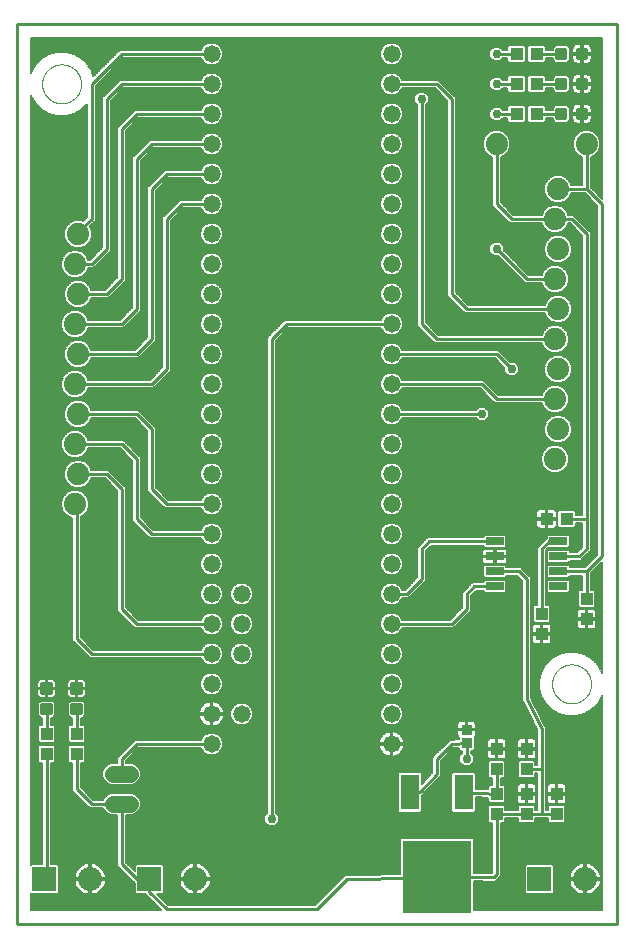
<source format=gtl>
G75*
%MOIN*%
%OFA0B0*%
%FSLAX25Y25*%
%IPPOS*%
%LPD*%
%AMOC8*
5,1,8,0,0,1.08239X$1,22.5*
%
%ADD10C,0.01000*%
%ADD11R,0.03543X0.03346*%
%ADD12R,0.03937X0.04331*%
%ADD13R,0.05906X0.02559*%
%ADD14R,0.08000X0.08000*%
%ADD15C,0.08000*%
%ADD16C,0.07400*%
%ADD17C,0.05800*%
%ADD18R,0.06299X0.11811*%
%ADD19R,0.22835X0.24409*%
%ADD20C,0.05600*%
%ADD21C,0.01181*%
%ADD22R,0.04331X0.03937*%
%ADD23C,0.00000*%
%ADD24C,0.00600*%
%ADD25C,0.02978*%
D10*
X0051300Y0161300D02*
X0251300Y0161300D01*
X0251300Y0461300D01*
X0051300Y0461300D01*
X0051300Y0161300D01*
X0060600Y0176300D02*
X0061300Y0177000D01*
X0061300Y0217954D01*
X0061300Y0224646D02*
X0061300Y0232847D01*
X0071300Y0232847D02*
X0071300Y0224646D01*
X0071300Y0217954D02*
X0071300Y0206300D01*
X0076300Y0201300D01*
X0086300Y0201300D01*
X0086300Y0181300D01*
X0091300Y0176300D01*
X0095600Y0176300D01*
X0095600Y0172000D01*
X0101300Y0166300D01*
X0151300Y0166300D01*
X0161300Y0176300D01*
X0166300Y0176300D01*
X0191284Y0176930D01*
X0191300Y0176930D01*
X0210300Y0176800D01*
X0211300Y0177800D01*
X0211300Y0197954D01*
X0221300Y0197954D01*
X0226300Y0197954D01*
X0226324Y0197978D01*
X0226324Y0212876D01*
X0226300Y0212800D01*
X0226300Y0226300D01*
X0221300Y0236300D01*
X0221300Y0276300D01*
X0218800Y0278800D01*
X0210670Y0278800D01*
X0210670Y0273800D02*
X0203800Y0273800D01*
X0201300Y0271300D01*
X0201300Y0266300D01*
X0196300Y0261300D01*
X0176300Y0261300D01*
X0176300Y0271300D02*
X0181300Y0271300D01*
X0186300Y0276300D01*
X0186300Y0286300D01*
X0188800Y0288800D01*
X0210670Y0288800D01*
X0226300Y0286300D02*
X0226300Y0264646D01*
X0231930Y0278800D02*
X0241300Y0278800D01*
X0241300Y0269646D01*
X0241300Y0278800D02*
X0246300Y0283800D01*
X0246300Y0401300D01*
X0241300Y0406300D01*
X0241300Y0421300D01*
X0232847Y0431300D02*
X0224646Y0431300D01*
X0217954Y0431300D02*
X0211300Y0431300D01*
X0211300Y0421300D02*
X0211300Y0401300D01*
X0216300Y0396300D01*
X0230800Y0396300D01*
X0236300Y0396300D01*
X0241300Y0391300D01*
X0241300Y0296300D01*
X0234646Y0296300D01*
X0241300Y0296300D02*
X0241300Y0286300D01*
X0238800Y0283800D01*
X0231930Y0283800D01*
X0231930Y0288800D02*
X0228800Y0288800D01*
X0226300Y0286300D01*
X0206300Y0331300D02*
X0176300Y0331300D01*
X0176300Y0341300D02*
X0206300Y0341300D01*
X0211300Y0336300D01*
X0230800Y0336300D01*
X0216300Y0346300D02*
X0211300Y0351300D01*
X0176300Y0351300D01*
X0176300Y0361300D02*
X0141300Y0361300D01*
X0136300Y0356300D01*
X0136300Y0196300D01*
X0116300Y0221300D02*
X0091300Y0221300D01*
X0086300Y0216300D01*
X0086300Y0211300D01*
X0076300Y0251300D02*
X0071300Y0256300D01*
X0071300Y0300800D01*
X0070800Y0301300D01*
X0071800Y0311300D02*
X0081300Y0311300D01*
X0086300Y0306300D01*
X0086300Y0266300D01*
X0091300Y0261300D01*
X0116300Y0261300D01*
X0116300Y0251300D02*
X0076300Y0251300D01*
X0096300Y0291300D02*
X0116300Y0291300D01*
X0116300Y0301300D02*
X0101300Y0301300D01*
X0096300Y0306300D01*
X0096300Y0326300D01*
X0091300Y0331300D01*
X0071800Y0331300D01*
X0070800Y0321300D02*
X0086300Y0321300D01*
X0091300Y0316300D01*
X0091300Y0296300D01*
X0096300Y0291300D01*
X0096300Y0341300D02*
X0070800Y0341300D01*
X0071800Y0351300D02*
X0091300Y0351300D01*
X0096300Y0356300D01*
X0096300Y0406300D01*
X0101300Y0411300D01*
X0116300Y0411300D01*
X0116300Y0401300D02*
X0106300Y0401300D01*
X0101300Y0396300D01*
X0101300Y0346300D01*
X0096300Y0341300D01*
X0086300Y0361300D02*
X0070800Y0361300D01*
X0071800Y0371300D02*
X0081300Y0371300D01*
X0086300Y0376300D01*
X0086300Y0426300D01*
X0091300Y0431300D01*
X0116300Y0431300D01*
X0116300Y0421300D02*
X0096300Y0421300D01*
X0091300Y0416300D01*
X0091300Y0366300D01*
X0086300Y0361300D01*
X0076300Y0381300D02*
X0070800Y0381300D01*
X0076300Y0381300D02*
X0081300Y0386300D01*
X0081300Y0436300D01*
X0086300Y0441300D01*
X0116300Y0441300D01*
X0116300Y0451300D02*
X0086300Y0451300D01*
X0076300Y0441300D01*
X0076300Y0396300D01*
X0071800Y0391800D01*
X0071800Y0391300D01*
X0176300Y0441300D02*
X0191300Y0441300D01*
X0196300Y0436300D01*
X0196300Y0371300D01*
X0201300Y0366300D01*
X0231800Y0366300D01*
X0230800Y0376300D02*
X0221300Y0376300D01*
X0211300Y0386300D01*
X0231800Y0406300D02*
X0241300Y0406300D01*
X0231800Y0406300D02*
X0231300Y0406800D01*
X0232847Y0441300D02*
X0224646Y0441300D01*
X0217954Y0441300D02*
X0211300Y0441300D01*
X0211300Y0451300D02*
X0217954Y0451300D01*
X0224646Y0451300D02*
X0232847Y0451300D01*
X0186300Y0436300D02*
X0186300Y0361300D01*
X0191300Y0356300D01*
X0230800Y0356300D01*
X0201300Y0221517D02*
X0196300Y0221300D01*
X0191300Y0216300D01*
X0191300Y0211300D01*
X0185800Y0205300D01*
X0182324Y0205198D01*
X0200276Y0205198D02*
X0211300Y0204646D01*
X0211300Y0212954D01*
X0201300Y0216300D02*
X0201300Y0221517D01*
X0221300Y0212954D02*
X0226324Y0212876D01*
X0226300Y0197954D02*
X0231300Y0197954D01*
D11*
X0201300Y0221517D03*
X0201300Y0226083D03*
D12*
X0211300Y0219646D03*
X0211300Y0212954D03*
X0211300Y0204646D03*
X0211300Y0197954D03*
X0221300Y0197954D03*
X0221300Y0204646D03*
X0221300Y0212954D03*
X0221300Y0219646D03*
X0231300Y0204646D03*
X0231300Y0197954D03*
X0226300Y0257954D03*
X0226300Y0264646D03*
X0241300Y0262954D03*
X0241300Y0269646D03*
X0071300Y0224646D03*
X0071300Y0217954D03*
X0061300Y0217954D03*
X0061300Y0224646D03*
D13*
X0210670Y0273800D03*
X0210670Y0278800D03*
X0210670Y0283800D03*
X0210670Y0288800D03*
X0231930Y0288800D03*
X0231930Y0283800D03*
X0231930Y0278800D03*
X0231930Y0273800D03*
D14*
X0225600Y0176300D03*
X0095600Y0176300D03*
X0060600Y0176300D03*
D15*
X0075780Y0176300D03*
X0110780Y0176300D03*
X0240780Y0176300D03*
D16*
X0230800Y0316300D03*
X0231800Y0326300D03*
X0230800Y0336300D03*
X0231800Y0346300D03*
X0230800Y0356300D03*
X0231800Y0366300D03*
X0230800Y0376300D03*
X0231800Y0386300D03*
X0230800Y0396300D03*
X0231800Y0406300D03*
X0241300Y0421300D03*
X0211300Y0421300D03*
X0071800Y0391300D03*
X0070800Y0381300D03*
X0071800Y0371300D03*
X0070800Y0361300D03*
X0071800Y0351300D03*
X0070800Y0341300D03*
X0071800Y0331300D03*
X0070800Y0321300D03*
X0071800Y0311300D03*
X0070800Y0301300D03*
D17*
X0116300Y0301300D03*
X0116300Y0291300D03*
X0116300Y0281300D03*
X0116300Y0271300D03*
X0116300Y0261300D03*
X0116300Y0251300D03*
X0116300Y0241300D03*
X0116300Y0231300D03*
X0116300Y0221300D03*
X0126300Y0231300D03*
X0126300Y0251300D03*
X0126300Y0261300D03*
X0126300Y0271300D03*
X0116300Y0311300D03*
X0116300Y0321300D03*
X0116300Y0331300D03*
X0116300Y0341300D03*
X0116300Y0351300D03*
X0116300Y0361300D03*
X0116300Y0371300D03*
X0116300Y0381300D03*
X0116300Y0391300D03*
X0116300Y0401300D03*
X0116300Y0411300D03*
X0116300Y0421300D03*
X0116300Y0431300D03*
X0116300Y0441300D03*
X0116300Y0451300D03*
X0176300Y0451300D03*
X0176300Y0441300D03*
X0176300Y0431300D03*
X0176300Y0421300D03*
X0176300Y0411300D03*
X0176300Y0401300D03*
X0176300Y0391300D03*
X0176300Y0381300D03*
X0176300Y0371300D03*
X0176300Y0361300D03*
X0176300Y0351300D03*
X0176300Y0341300D03*
X0176300Y0331300D03*
X0176300Y0321300D03*
X0176300Y0311300D03*
X0176300Y0301300D03*
X0176300Y0291300D03*
X0176300Y0281300D03*
X0176300Y0271300D03*
X0176300Y0261300D03*
X0176300Y0251300D03*
X0176300Y0241300D03*
X0176300Y0231300D03*
X0176300Y0221300D03*
D18*
X0182324Y0205198D03*
X0200276Y0205198D03*
D19*
X0191300Y0176930D03*
D20*
X0089100Y0201300D02*
X0083500Y0201300D01*
X0083500Y0211300D02*
X0089100Y0211300D01*
D21*
X0072678Y0231469D02*
X0069922Y0231469D01*
X0069922Y0234225D01*
X0072678Y0234225D01*
X0072678Y0231469D01*
X0072678Y0232649D02*
X0069922Y0232649D01*
X0069922Y0233829D02*
X0072678Y0233829D01*
X0072678Y0238375D02*
X0069922Y0238375D01*
X0069922Y0241131D01*
X0072678Y0241131D01*
X0072678Y0238375D01*
X0072678Y0239555D02*
X0069922Y0239555D01*
X0069922Y0240735D02*
X0072678Y0240735D01*
X0062678Y0238375D02*
X0059922Y0238375D01*
X0059922Y0241131D01*
X0062678Y0241131D01*
X0062678Y0238375D01*
X0062678Y0239555D02*
X0059922Y0239555D01*
X0059922Y0240735D02*
X0062678Y0240735D01*
X0062678Y0231469D02*
X0059922Y0231469D01*
X0059922Y0234225D01*
X0062678Y0234225D01*
X0062678Y0231469D01*
X0062678Y0232649D02*
X0059922Y0232649D01*
X0059922Y0233829D02*
X0062678Y0233829D01*
X0231469Y0429922D02*
X0231469Y0432678D01*
X0234225Y0432678D01*
X0234225Y0429922D01*
X0231469Y0429922D01*
X0231469Y0431102D02*
X0234225Y0431102D01*
X0234225Y0432282D02*
X0231469Y0432282D01*
X0238375Y0432678D02*
X0238375Y0429922D01*
X0238375Y0432678D02*
X0241131Y0432678D01*
X0241131Y0429922D01*
X0238375Y0429922D01*
X0238375Y0431102D02*
X0241131Y0431102D01*
X0241131Y0432282D02*
X0238375Y0432282D01*
X0238375Y0439922D02*
X0238375Y0442678D01*
X0241131Y0442678D01*
X0241131Y0439922D01*
X0238375Y0439922D01*
X0238375Y0441102D02*
X0241131Y0441102D01*
X0241131Y0442282D02*
X0238375Y0442282D01*
X0231469Y0442678D02*
X0231469Y0439922D01*
X0231469Y0442678D02*
X0234225Y0442678D01*
X0234225Y0439922D01*
X0231469Y0439922D01*
X0231469Y0441102D02*
X0234225Y0441102D01*
X0234225Y0442282D02*
X0231469Y0442282D01*
X0231469Y0449922D02*
X0231469Y0452678D01*
X0234225Y0452678D01*
X0234225Y0449922D01*
X0231469Y0449922D01*
X0231469Y0451102D02*
X0234225Y0451102D01*
X0234225Y0452282D02*
X0231469Y0452282D01*
X0238375Y0452678D02*
X0238375Y0449922D01*
X0238375Y0452678D02*
X0241131Y0452678D01*
X0241131Y0449922D01*
X0238375Y0449922D01*
X0238375Y0451102D02*
X0241131Y0451102D01*
X0241131Y0452282D02*
X0238375Y0452282D01*
D22*
X0224646Y0451300D03*
X0217954Y0451300D03*
X0217954Y0441300D03*
X0224646Y0441300D03*
X0224646Y0431300D03*
X0217954Y0431300D03*
X0227954Y0296300D03*
X0234646Y0296300D03*
D23*
X0229800Y0241300D02*
X0229802Y0241461D01*
X0229808Y0241621D01*
X0229818Y0241782D01*
X0229832Y0241942D01*
X0229850Y0242102D01*
X0229871Y0242261D01*
X0229897Y0242420D01*
X0229927Y0242578D01*
X0229960Y0242735D01*
X0229998Y0242892D01*
X0230039Y0243047D01*
X0230084Y0243201D01*
X0230133Y0243354D01*
X0230186Y0243506D01*
X0230242Y0243657D01*
X0230303Y0243806D01*
X0230366Y0243954D01*
X0230434Y0244100D01*
X0230505Y0244244D01*
X0230579Y0244386D01*
X0230657Y0244527D01*
X0230739Y0244665D01*
X0230824Y0244802D01*
X0230912Y0244936D01*
X0231004Y0245068D01*
X0231099Y0245198D01*
X0231197Y0245326D01*
X0231298Y0245451D01*
X0231402Y0245573D01*
X0231509Y0245693D01*
X0231619Y0245810D01*
X0231732Y0245925D01*
X0231848Y0246036D01*
X0231967Y0246145D01*
X0232088Y0246250D01*
X0232212Y0246353D01*
X0232338Y0246453D01*
X0232466Y0246549D01*
X0232597Y0246642D01*
X0232731Y0246732D01*
X0232866Y0246819D01*
X0233004Y0246902D01*
X0233143Y0246982D01*
X0233285Y0247058D01*
X0233428Y0247131D01*
X0233573Y0247200D01*
X0233720Y0247266D01*
X0233868Y0247328D01*
X0234018Y0247386D01*
X0234169Y0247441D01*
X0234322Y0247492D01*
X0234476Y0247539D01*
X0234631Y0247582D01*
X0234787Y0247621D01*
X0234943Y0247657D01*
X0235101Y0247688D01*
X0235259Y0247716D01*
X0235418Y0247740D01*
X0235578Y0247760D01*
X0235738Y0247776D01*
X0235898Y0247788D01*
X0236059Y0247796D01*
X0236220Y0247800D01*
X0236380Y0247800D01*
X0236541Y0247796D01*
X0236702Y0247788D01*
X0236862Y0247776D01*
X0237022Y0247760D01*
X0237182Y0247740D01*
X0237341Y0247716D01*
X0237499Y0247688D01*
X0237657Y0247657D01*
X0237813Y0247621D01*
X0237969Y0247582D01*
X0238124Y0247539D01*
X0238278Y0247492D01*
X0238431Y0247441D01*
X0238582Y0247386D01*
X0238732Y0247328D01*
X0238880Y0247266D01*
X0239027Y0247200D01*
X0239172Y0247131D01*
X0239315Y0247058D01*
X0239457Y0246982D01*
X0239596Y0246902D01*
X0239734Y0246819D01*
X0239869Y0246732D01*
X0240003Y0246642D01*
X0240134Y0246549D01*
X0240262Y0246453D01*
X0240388Y0246353D01*
X0240512Y0246250D01*
X0240633Y0246145D01*
X0240752Y0246036D01*
X0240868Y0245925D01*
X0240981Y0245810D01*
X0241091Y0245693D01*
X0241198Y0245573D01*
X0241302Y0245451D01*
X0241403Y0245326D01*
X0241501Y0245198D01*
X0241596Y0245068D01*
X0241688Y0244936D01*
X0241776Y0244802D01*
X0241861Y0244665D01*
X0241943Y0244527D01*
X0242021Y0244386D01*
X0242095Y0244244D01*
X0242166Y0244100D01*
X0242234Y0243954D01*
X0242297Y0243806D01*
X0242358Y0243657D01*
X0242414Y0243506D01*
X0242467Y0243354D01*
X0242516Y0243201D01*
X0242561Y0243047D01*
X0242602Y0242892D01*
X0242640Y0242735D01*
X0242673Y0242578D01*
X0242703Y0242420D01*
X0242729Y0242261D01*
X0242750Y0242102D01*
X0242768Y0241942D01*
X0242782Y0241782D01*
X0242792Y0241621D01*
X0242798Y0241461D01*
X0242800Y0241300D01*
X0242798Y0241139D01*
X0242792Y0240979D01*
X0242782Y0240818D01*
X0242768Y0240658D01*
X0242750Y0240498D01*
X0242729Y0240339D01*
X0242703Y0240180D01*
X0242673Y0240022D01*
X0242640Y0239865D01*
X0242602Y0239708D01*
X0242561Y0239553D01*
X0242516Y0239399D01*
X0242467Y0239246D01*
X0242414Y0239094D01*
X0242358Y0238943D01*
X0242297Y0238794D01*
X0242234Y0238646D01*
X0242166Y0238500D01*
X0242095Y0238356D01*
X0242021Y0238214D01*
X0241943Y0238073D01*
X0241861Y0237935D01*
X0241776Y0237798D01*
X0241688Y0237664D01*
X0241596Y0237532D01*
X0241501Y0237402D01*
X0241403Y0237274D01*
X0241302Y0237149D01*
X0241198Y0237027D01*
X0241091Y0236907D01*
X0240981Y0236790D01*
X0240868Y0236675D01*
X0240752Y0236564D01*
X0240633Y0236455D01*
X0240512Y0236350D01*
X0240388Y0236247D01*
X0240262Y0236147D01*
X0240134Y0236051D01*
X0240003Y0235958D01*
X0239869Y0235868D01*
X0239734Y0235781D01*
X0239596Y0235698D01*
X0239457Y0235618D01*
X0239315Y0235542D01*
X0239172Y0235469D01*
X0239027Y0235400D01*
X0238880Y0235334D01*
X0238732Y0235272D01*
X0238582Y0235214D01*
X0238431Y0235159D01*
X0238278Y0235108D01*
X0238124Y0235061D01*
X0237969Y0235018D01*
X0237813Y0234979D01*
X0237657Y0234943D01*
X0237499Y0234912D01*
X0237341Y0234884D01*
X0237182Y0234860D01*
X0237022Y0234840D01*
X0236862Y0234824D01*
X0236702Y0234812D01*
X0236541Y0234804D01*
X0236380Y0234800D01*
X0236220Y0234800D01*
X0236059Y0234804D01*
X0235898Y0234812D01*
X0235738Y0234824D01*
X0235578Y0234840D01*
X0235418Y0234860D01*
X0235259Y0234884D01*
X0235101Y0234912D01*
X0234943Y0234943D01*
X0234787Y0234979D01*
X0234631Y0235018D01*
X0234476Y0235061D01*
X0234322Y0235108D01*
X0234169Y0235159D01*
X0234018Y0235214D01*
X0233868Y0235272D01*
X0233720Y0235334D01*
X0233573Y0235400D01*
X0233428Y0235469D01*
X0233285Y0235542D01*
X0233143Y0235618D01*
X0233004Y0235698D01*
X0232866Y0235781D01*
X0232731Y0235868D01*
X0232597Y0235958D01*
X0232466Y0236051D01*
X0232338Y0236147D01*
X0232212Y0236247D01*
X0232088Y0236350D01*
X0231967Y0236455D01*
X0231848Y0236564D01*
X0231732Y0236675D01*
X0231619Y0236790D01*
X0231509Y0236907D01*
X0231402Y0237027D01*
X0231298Y0237149D01*
X0231197Y0237274D01*
X0231099Y0237402D01*
X0231004Y0237532D01*
X0230912Y0237664D01*
X0230824Y0237798D01*
X0230739Y0237935D01*
X0230657Y0238073D01*
X0230579Y0238214D01*
X0230505Y0238356D01*
X0230434Y0238500D01*
X0230366Y0238646D01*
X0230303Y0238794D01*
X0230242Y0238943D01*
X0230186Y0239094D01*
X0230133Y0239246D01*
X0230084Y0239399D01*
X0230039Y0239553D01*
X0229998Y0239708D01*
X0229960Y0239865D01*
X0229927Y0240022D01*
X0229897Y0240180D01*
X0229871Y0240339D01*
X0229850Y0240498D01*
X0229832Y0240658D01*
X0229818Y0240818D01*
X0229808Y0240979D01*
X0229802Y0241139D01*
X0229800Y0241300D01*
X0059800Y0441300D02*
X0059802Y0441461D01*
X0059808Y0441621D01*
X0059818Y0441782D01*
X0059832Y0441942D01*
X0059850Y0442102D01*
X0059871Y0442261D01*
X0059897Y0442420D01*
X0059927Y0442578D01*
X0059960Y0442735D01*
X0059998Y0442892D01*
X0060039Y0443047D01*
X0060084Y0443201D01*
X0060133Y0443354D01*
X0060186Y0443506D01*
X0060242Y0443657D01*
X0060303Y0443806D01*
X0060366Y0443954D01*
X0060434Y0444100D01*
X0060505Y0444244D01*
X0060579Y0444386D01*
X0060657Y0444527D01*
X0060739Y0444665D01*
X0060824Y0444802D01*
X0060912Y0444936D01*
X0061004Y0445068D01*
X0061099Y0445198D01*
X0061197Y0445326D01*
X0061298Y0445451D01*
X0061402Y0445573D01*
X0061509Y0445693D01*
X0061619Y0445810D01*
X0061732Y0445925D01*
X0061848Y0446036D01*
X0061967Y0446145D01*
X0062088Y0446250D01*
X0062212Y0446353D01*
X0062338Y0446453D01*
X0062466Y0446549D01*
X0062597Y0446642D01*
X0062731Y0446732D01*
X0062866Y0446819D01*
X0063004Y0446902D01*
X0063143Y0446982D01*
X0063285Y0447058D01*
X0063428Y0447131D01*
X0063573Y0447200D01*
X0063720Y0447266D01*
X0063868Y0447328D01*
X0064018Y0447386D01*
X0064169Y0447441D01*
X0064322Y0447492D01*
X0064476Y0447539D01*
X0064631Y0447582D01*
X0064787Y0447621D01*
X0064943Y0447657D01*
X0065101Y0447688D01*
X0065259Y0447716D01*
X0065418Y0447740D01*
X0065578Y0447760D01*
X0065738Y0447776D01*
X0065898Y0447788D01*
X0066059Y0447796D01*
X0066220Y0447800D01*
X0066380Y0447800D01*
X0066541Y0447796D01*
X0066702Y0447788D01*
X0066862Y0447776D01*
X0067022Y0447760D01*
X0067182Y0447740D01*
X0067341Y0447716D01*
X0067499Y0447688D01*
X0067657Y0447657D01*
X0067813Y0447621D01*
X0067969Y0447582D01*
X0068124Y0447539D01*
X0068278Y0447492D01*
X0068431Y0447441D01*
X0068582Y0447386D01*
X0068732Y0447328D01*
X0068880Y0447266D01*
X0069027Y0447200D01*
X0069172Y0447131D01*
X0069315Y0447058D01*
X0069457Y0446982D01*
X0069596Y0446902D01*
X0069734Y0446819D01*
X0069869Y0446732D01*
X0070003Y0446642D01*
X0070134Y0446549D01*
X0070262Y0446453D01*
X0070388Y0446353D01*
X0070512Y0446250D01*
X0070633Y0446145D01*
X0070752Y0446036D01*
X0070868Y0445925D01*
X0070981Y0445810D01*
X0071091Y0445693D01*
X0071198Y0445573D01*
X0071302Y0445451D01*
X0071403Y0445326D01*
X0071501Y0445198D01*
X0071596Y0445068D01*
X0071688Y0444936D01*
X0071776Y0444802D01*
X0071861Y0444665D01*
X0071943Y0444527D01*
X0072021Y0444386D01*
X0072095Y0444244D01*
X0072166Y0444100D01*
X0072234Y0443954D01*
X0072297Y0443806D01*
X0072358Y0443657D01*
X0072414Y0443506D01*
X0072467Y0443354D01*
X0072516Y0443201D01*
X0072561Y0443047D01*
X0072602Y0442892D01*
X0072640Y0442735D01*
X0072673Y0442578D01*
X0072703Y0442420D01*
X0072729Y0442261D01*
X0072750Y0442102D01*
X0072768Y0441942D01*
X0072782Y0441782D01*
X0072792Y0441621D01*
X0072798Y0441461D01*
X0072800Y0441300D01*
X0072798Y0441139D01*
X0072792Y0440979D01*
X0072782Y0440818D01*
X0072768Y0440658D01*
X0072750Y0440498D01*
X0072729Y0440339D01*
X0072703Y0440180D01*
X0072673Y0440022D01*
X0072640Y0439865D01*
X0072602Y0439708D01*
X0072561Y0439553D01*
X0072516Y0439399D01*
X0072467Y0439246D01*
X0072414Y0439094D01*
X0072358Y0438943D01*
X0072297Y0438794D01*
X0072234Y0438646D01*
X0072166Y0438500D01*
X0072095Y0438356D01*
X0072021Y0438214D01*
X0071943Y0438073D01*
X0071861Y0437935D01*
X0071776Y0437798D01*
X0071688Y0437664D01*
X0071596Y0437532D01*
X0071501Y0437402D01*
X0071403Y0437274D01*
X0071302Y0437149D01*
X0071198Y0437027D01*
X0071091Y0436907D01*
X0070981Y0436790D01*
X0070868Y0436675D01*
X0070752Y0436564D01*
X0070633Y0436455D01*
X0070512Y0436350D01*
X0070388Y0436247D01*
X0070262Y0436147D01*
X0070134Y0436051D01*
X0070003Y0435958D01*
X0069869Y0435868D01*
X0069734Y0435781D01*
X0069596Y0435698D01*
X0069457Y0435618D01*
X0069315Y0435542D01*
X0069172Y0435469D01*
X0069027Y0435400D01*
X0068880Y0435334D01*
X0068732Y0435272D01*
X0068582Y0435214D01*
X0068431Y0435159D01*
X0068278Y0435108D01*
X0068124Y0435061D01*
X0067969Y0435018D01*
X0067813Y0434979D01*
X0067657Y0434943D01*
X0067499Y0434912D01*
X0067341Y0434884D01*
X0067182Y0434860D01*
X0067022Y0434840D01*
X0066862Y0434824D01*
X0066702Y0434812D01*
X0066541Y0434804D01*
X0066380Y0434800D01*
X0066220Y0434800D01*
X0066059Y0434804D01*
X0065898Y0434812D01*
X0065738Y0434824D01*
X0065578Y0434840D01*
X0065418Y0434860D01*
X0065259Y0434884D01*
X0065101Y0434912D01*
X0064943Y0434943D01*
X0064787Y0434979D01*
X0064631Y0435018D01*
X0064476Y0435061D01*
X0064322Y0435108D01*
X0064169Y0435159D01*
X0064018Y0435214D01*
X0063868Y0435272D01*
X0063720Y0435334D01*
X0063573Y0435400D01*
X0063428Y0435469D01*
X0063285Y0435542D01*
X0063143Y0435618D01*
X0063004Y0435698D01*
X0062866Y0435781D01*
X0062731Y0435868D01*
X0062597Y0435958D01*
X0062466Y0436051D01*
X0062338Y0436147D01*
X0062212Y0436247D01*
X0062088Y0436350D01*
X0061967Y0436455D01*
X0061848Y0436564D01*
X0061732Y0436675D01*
X0061619Y0436790D01*
X0061509Y0436907D01*
X0061402Y0437027D01*
X0061298Y0437149D01*
X0061197Y0437274D01*
X0061099Y0437402D01*
X0061004Y0437532D01*
X0060912Y0437664D01*
X0060824Y0437798D01*
X0060739Y0437935D01*
X0060657Y0438073D01*
X0060579Y0438214D01*
X0060505Y0438356D01*
X0060434Y0438500D01*
X0060366Y0438646D01*
X0060303Y0438794D01*
X0060242Y0438943D01*
X0060186Y0439094D01*
X0060133Y0439246D01*
X0060084Y0439399D01*
X0060039Y0439553D01*
X0059998Y0439708D01*
X0059960Y0439865D01*
X0059927Y0440022D01*
X0059897Y0440180D01*
X0059871Y0440339D01*
X0059850Y0440498D01*
X0059832Y0440658D01*
X0059818Y0440818D01*
X0059808Y0440979D01*
X0059802Y0441139D01*
X0059800Y0441300D01*
D24*
X0056100Y0437639D02*
X0056236Y0437131D01*
X0057658Y0434669D01*
X0059669Y0432658D01*
X0062131Y0431236D01*
X0064878Y0430500D01*
X0067722Y0430500D01*
X0070469Y0431236D01*
X0072931Y0432658D01*
X0074900Y0434627D01*
X0074900Y0396880D01*
X0073567Y0395547D01*
X0072715Y0395900D01*
X0070885Y0395900D01*
X0069194Y0395200D01*
X0067900Y0393906D01*
X0067200Y0392215D01*
X0067200Y0390385D01*
X0067900Y0388694D01*
X0069194Y0387400D01*
X0070885Y0386700D01*
X0072715Y0386700D01*
X0074406Y0387400D01*
X0075700Y0388694D01*
X0076400Y0390385D01*
X0076400Y0392215D01*
X0075754Y0393774D01*
X0076880Y0394900D01*
X0077700Y0395720D01*
X0077700Y0440720D01*
X0086880Y0449900D01*
X0112767Y0449900D01*
X0113079Y0449147D01*
X0114147Y0448079D01*
X0115544Y0447500D01*
X0117056Y0447500D01*
X0118453Y0448079D01*
X0119521Y0449147D01*
X0120100Y0450544D01*
X0120100Y0452056D01*
X0119521Y0453453D01*
X0118453Y0454521D01*
X0117056Y0455100D01*
X0115544Y0455100D01*
X0114147Y0454521D01*
X0113079Y0453453D01*
X0112767Y0452700D01*
X0085720Y0452700D01*
X0084900Y0451880D01*
X0084900Y0451880D01*
X0076813Y0443793D01*
X0076364Y0445469D01*
X0074942Y0447931D01*
X0072931Y0449942D01*
X0070469Y0451364D01*
X0067722Y0452100D01*
X0064878Y0452100D01*
X0062131Y0451364D01*
X0059669Y0449942D01*
X0057658Y0447931D01*
X0056236Y0445469D01*
X0056100Y0444961D01*
X0056100Y0456500D01*
X0246500Y0456500D01*
X0246500Y0403080D01*
X0242700Y0406880D01*
X0242700Y0416901D01*
X0243906Y0417400D01*
X0245200Y0418694D01*
X0245900Y0420385D01*
X0245900Y0422215D01*
X0245200Y0423906D01*
X0243906Y0425200D01*
X0242215Y0425900D01*
X0240385Y0425900D01*
X0238694Y0425200D01*
X0237400Y0423906D01*
X0236700Y0422215D01*
X0236700Y0420385D01*
X0237400Y0418694D01*
X0238694Y0417400D01*
X0239900Y0416901D01*
X0239900Y0407700D01*
X0236199Y0407700D01*
X0235700Y0408906D01*
X0234406Y0410200D01*
X0232715Y0410900D01*
X0230885Y0410900D01*
X0229194Y0410200D01*
X0227900Y0408906D01*
X0227200Y0407215D01*
X0227200Y0405385D01*
X0227900Y0403694D01*
X0229194Y0402400D01*
X0230885Y0401700D01*
X0232715Y0401700D01*
X0234406Y0402400D01*
X0235700Y0403694D01*
X0236199Y0404900D01*
X0240720Y0404900D01*
X0244900Y0400720D01*
X0244900Y0284380D01*
X0240720Y0280200D01*
X0235783Y0280200D01*
X0235783Y0280452D01*
X0235255Y0280980D01*
X0228604Y0280980D01*
X0228077Y0280452D01*
X0228077Y0277148D01*
X0228604Y0276620D01*
X0235255Y0276620D01*
X0235783Y0277148D01*
X0235783Y0277400D01*
X0239900Y0277400D01*
X0239900Y0272712D01*
X0238959Y0272712D01*
X0238431Y0272185D01*
X0238431Y0267108D01*
X0238959Y0266581D01*
X0243641Y0266581D01*
X0244168Y0267108D01*
X0244168Y0272185D01*
X0243641Y0272712D01*
X0242700Y0272712D01*
X0242700Y0278220D01*
X0246500Y0282020D01*
X0246500Y0244961D01*
X0246364Y0245469D01*
X0244942Y0247931D01*
X0242931Y0249942D01*
X0240469Y0251364D01*
X0237722Y0252100D01*
X0234878Y0252100D01*
X0232131Y0251364D01*
X0229669Y0249942D01*
X0227658Y0247931D01*
X0226236Y0245469D01*
X0225500Y0242722D01*
X0225500Y0239878D01*
X0226236Y0237131D01*
X0227658Y0234669D01*
X0229669Y0232658D01*
X0232131Y0231236D01*
X0234878Y0230500D01*
X0237722Y0230500D01*
X0240469Y0231236D01*
X0242931Y0232658D01*
X0244942Y0234669D01*
X0246364Y0237131D01*
X0246500Y0237639D01*
X0246500Y0166100D01*
X0203617Y0166100D01*
X0203617Y0175446D01*
X0209716Y0175404D01*
X0209720Y0175400D01*
X0210295Y0175400D01*
X0210870Y0175396D01*
X0210874Y0175400D01*
X0210880Y0175400D01*
X0211286Y0175806D01*
X0211696Y0176211D01*
X0211696Y0176216D01*
X0211880Y0176400D01*
X0212700Y0177220D01*
X0212700Y0194888D01*
X0213641Y0194888D01*
X0214168Y0195415D01*
X0218432Y0195415D01*
X0218431Y0195415D02*
X0218959Y0194888D01*
X0223641Y0194888D01*
X0224168Y0195415D01*
X0228432Y0195415D01*
X0228431Y0195415D02*
X0228959Y0194888D01*
X0233641Y0194888D01*
X0234168Y0195415D01*
X0246500Y0195415D01*
X0246500Y0194817D02*
X0212700Y0194817D01*
X0212700Y0194218D02*
X0246500Y0194218D01*
X0246500Y0193620D02*
X0212700Y0193620D01*
X0212700Y0193021D02*
X0246500Y0193021D01*
X0246500Y0192423D02*
X0212700Y0192423D01*
X0212700Y0191824D02*
X0246500Y0191824D01*
X0246500Y0191226D02*
X0212700Y0191226D01*
X0212700Y0190627D02*
X0246500Y0190627D01*
X0246500Y0190029D02*
X0212700Y0190029D01*
X0212700Y0189430D02*
X0246500Y0189430D01*
X0246500Y0188832D02*
X0212700Y0188832D01*
X0212700Y0188233D02*
X0246500Y0188233D01*
X0246500Y0187634D02*
X0212700Y0187634D01*
X0212700Y0187036D02*
X0246500Y0187036D01*
X0246500Y0186437D02*
X0212700Y0186437D01*
X0212700Y0185839D02*
X0246500Y0185839D01*
X0246500Y0185240D02*
X0212700Y0185240D01*
X0212700Y0184642D02*
X0246500Y0184642D01*
X0246500Y0184043D02*
X0212700Y0184043D01*
X0212700Y0183445D02*
X0246500Y0183445D01*
X0246500Y0182846D02*
X0212700Y0182846D01*
X0212700Y0182248D02*
X0246500Y0182248D01*
X0246500Y0181649D02*
X0212700Y0181649D01*
X0212700Y0181051D02*
X0221078Y0181051D01*
X0221227Y0181200D02*
X0220700Y0180673D01*
X0220700Y0171927D01*
X0221227Y0171400D01*
X0229973Y0171400D01*
X0230500Y0171927D01*
X0230500Y0180673D01*
X0229973Y0181200D01*
X0221227Y0181200D01*
X0220700Y0180452D02*
X0212700Y0180452D01*
X0212700Y0179854D02*
X0220700Y0179854D01*
X0220700Y0179255D02*
X0212700Y0179255D01*
X0212700Y0178657D02*
X0220700Y0178657D01*
X0220700Y0178058D02*
X0212700Y0178058D01*
X0212700Y0177460D02*
X0220700Y0177460D01*
X0220700Y0176861D02*
X0212341Y0176861D01*
X0211743Y0176263D02*
X0220700Y0176263D01*
X0220700Y0175664D02*
X0211144Y0175664D01*
X0209724Y0178204D02*
X0203617Y0178246D01*
X0203617Y0189507D01*
X0203090Y0190035D01*
X0179510Y0190035D01*
X0178983Y0189507D01*
X0178983Y0178020D01*
X0166282Y0177700D01*
X0160720Y0177700D01*
X0150720Y0167700D01*
X0101880Y0167700D01*
X0098180Y0171400D01*
X0099973Y0171400D01*
X0100500Y0171927D01*
X0100500Y0180673D01*
X0099973Y0181200D01*
X0091227Y0181200D01*
X0090700Y0180673D01*
X0090700Y0178880D01*
X0087700Y0181880D01*
X0087700Y0197600D01*
X0089836Y0197600D01*
X0091196Y0198163D01*
X0092237Y0199204D01*
X0092800Y0200564D01*
X0092800Y0202036D01*
X0092237Y0203396D01*
X0091196Y0204437D01*
X0089836Y0205000D01*
X0082764Y0205000D01*
X0081404Y0204437D01*
X0080363Y0203396D01*
X0080075Y0202700D01*
X0076880Y0202700D01*
X0072700Y0206880D01*
X0072700Y0214888D01*
X0073641Y0214888D01*
X0074168Y0215415D01*
X0074168Y0220492D01*
X0073641Y0221019D01*
X0068959Y0221019D01*
X0068431Y0220492D01*
X0068431Y0215415D01*
X0068959Y0214888D01*
X0069900Y0214888D01*
X0069900Y0205720D01*
X0074900Y0200720D01*
X0075720Y0199900D01*
X0080075Y0199900D01*
X0080363Y0199204D01*
X0081404Y0198163D01*
X0082764Y0197600D01*
X0084900Y0197600D01*
X0084900Y0180720D01*
X0089900Y0175720D01*
X0090700Y0174920D01*
X0090700Y0171927D01*
X0091227Y0171400D01*
X0094220Y0171400D01*
X0099520Y0166100D01*
X0056100Y0166100D01*
X0056100Y0171527D01*
X0056227Y0171400D01*
X0064973Y0171400D01*
X0065500Y0171927D01*
X0065500Y0180673D01*
X0064973Y0181200D01*
X0062700Y0181200D01*
X0062700Y0214888D01*
X0063641Y0214888D01*
X0064168Y0215415D01*
X0064168Y0220492D01*
X0063641Y0221019D01*
X0058959Y0221019D01*
X0058431Y0220492D01*
X0058431Y0215415D01*
X0058959Y0214888D01*
X0059900Y0214888D01*
X0059900Y0181200D01*
X0056227Y0181200D01*
X0056100Y0181073D01*
X0056100Y0437639D01*
X0056100Y0437214D02*
X0056214Y0437214D01*
X0056100Y0436615D02*
X0056534Y0436615D01*
X0056880Y0436017D02*
X0056100Y0436017D01*
X0056100Y0435418D02*
X0057225Y0435418D01*
X0057571Y0434820D02*
X0056100Y0434820D01*
X0056100Y0434221D02*
X0058105Y0434221D01*
X0058704Y0433623D02*
X0056100Y0433623D01*
X0056100Y0433024D02*
X0059302Y0433024D01*
X0060071Y0432426D02*
X0056100Y0432426D01*
X0056100Y0431827D02*
X0061108Y0431827D01*
X0062159Y0431229D02*
X0056100Y0431229D01*
X0056100Y0430630D02*
X0064393Y0430630D01*
X0068207Y0430630D02*
X0074900Y0430630D01*
X0074900Y0430032D02*
X0056100Y0430032D01*
X0056100Y0429433D02*
X0074900Y0429433D01*
X0074900Y0428835D02*
X0056100Y0428835D01*
X0056100Y0428236D02*
X0074900Y0428236D01*
X0074900Y0427638D02*
X0056100Y0427638D01*
X0056100Y0427039D02*
X0074900Y0427039D01*
X0074900Y0426441D02*
X0056100Y0426441D01*
X0056100Y0425842D02*
X0074900Y0425842D01*
X0074900Y0425243D02*
X0056100Y0425243D01*
X0056100Y0424645D02*
X0074900Y0424645D01*
X0074900Y0424046D02*
X0056100Y0424046D01*
X0056100Y0423448D02*
X0074900Y0423448D01*
X0074900Y0422849D02*
X0056100Y0422849D01*
X0056100Y0422251D02*
X0074900Y0422251D01*
X0074900Y0421652D02*
X0056100Y0421652D01*
X0056100Y0421054D02*
X0074900Y0421054D01*
X0074900Y0420455D02*
X0056100Y0420455D01*
X0056100Y0419857D02*
X0074900Y0419857D01*
X0074900Y0419258D02*
X0056100Y0419258D01*
X0056100Y0418660D02*
X0074900Y0418660D01*
X0074900Y0418061D02*
X0056100Y0418061D01*
X0056100Y0417463D02*
X0074900Y0417463D01*
X0074900Y0416864D02*
X0056100Y0416864D01*
X0056100Y0416266D02*
X0074900Y0416266D01*
X0074900Y0415667D02*
X0056100Y0415667D01*
X0056100Y0415069D02*
X0074900Y0415069D01*
X0074900Y0414470D02*
X0056100Y0414470D01*
X0056100Y0413872D02*
X0074900Y0413872D01*
X0074900Y0413273D02*
X0056100Y0413273D01*
X0056100Y0412675D02*
X0074900Y0412675D01*
X0074900Y0412076D02*
X0056100Y0412076D01*
X0056100Y0411478D02*
X0074900Y0411478D01*
X0074900Y0410879D02*
X0056100Y0410879D01*
X0056100Y0410281D02*
X0074900Y0410281D01*
X0074900Y0409682D02*
X0056100Y0409682D01*
X0056100Y0409084D02*
X0074900Y0409084D01*
X0074900Y0408485D02*
X0056100Y0408485D01*
X0056100Y0407887D02*
X0074900Y0407887D01*
X0074900Y0407288D02*
X0056100Y0407288D01*
X0056100Y0406690D02*
X0074900Y0406690D01*
X0074900Y0406091D02*
X0056100Y0406091D01*
X0056100Y0405493D02*
X0074900Y0405493D01*
X0074900Y0404894D02*
X0056100Y0404894D01*
X0056100Y0404296D02*
X0074900Y0404296D01*
X0074900Y0403697D02*
X0056100Y0403697D01*
X0056100Y0403099D02*
X0074900Y0403099D01*
X0074900Y0402500D02*
X0056100Y0402500D01*
X0056100Y0401902D02*
X0074900Y0401902D01*
X0074900Y0401303D02*
X0056100Y0401303D01*
X0056100Y0400705D02*
X0074900Y0400705D01*
X0074900Y0400106D02*
X0056100Y0400106D01*
X0056100Y0399508D02*
X0074900Y0399508D01*
X0074900Y0398909D02*
X0056100Y0398909D01*
X0056100Y0398310D02*
X0074900Y0398310D01*
X0074900Y0397712D02*
X0056100Y0397712D01*
X0056100Y0397113D02*
X0074900Y0397113D01*
X0074535Y0396515D02*
X0056100Y0396515D01*
X0056100Y0395916D02*
X0073937Y0395916D01*
X0076101Y0394121D02*
X0079900Y0394121D01*
X0079900Y0394719D02*
X0076699Y0394719D01*
X0076880Y0394900D02*
X0076880Y0394900D01*
X0077298Y0395318D02*
X0079900Y0395318D01*
X0079900Y0395916D02*
X0077700Y0395916D01*
X0077700Y0396515D02*
X0079900Y0396515D01*
X0079900Y0397113D02*
X0077700Y0397113D01*
X0077700Y0397712D02*
X0079900Y0397712D01*
X0079900Y0398310D02*
X0077700Y0398310D01*
X0077700Y0398909D02*
X0079900Y0398909D01*
X0079900Y0399508D02*
X0077700Y0399508D01*
X0077700Y0400106D02*
X0079900Y0400106D01*
X0079900Y0400705D02*
X0077700Y0400705D01*
X0077700Y0401303D02*
X0079900Y0401303D01*
X0079900Y0401902D02*
X0077700Y0401902D01*
X0077700Y0402500D02*
X0079900Y0402500D01*
X0079900Y0403099D02*
X0077700Y0403099D01*
X0077700Y0403697D02*
X0079900Y0403697D01*
X0079900Y0404296D02*
X0077700Y0404296D01*
X0077700Y0404894D02*
X0079900Y0404894D01*
X0079900Y0405493D02*
X0077700Y0405493D01*
X0077700Y0406091D02*
X0079900Y0406091D01*
X0079900Y0406690D02*
X0077700Y0406690D01*
X0077700Y0407288D02*
X0079900Y0407288D01*
X0079900Y0407887D02*
X0077700Y0407887D01*
X0077700Y0408485D02*
X0079900Y0408485D01*
X0079900Y0409084D02*
X0077700Y0409084D01*
X0077700Y0409682D02*
X0079900Y0409682D01*
X0079900Y0410281D02*
X0077700Y0410281D01*
X0077700Y0410879D02*
X0079900Y0410879D01*
X0079900Y0411478D02*
X0077700Y0411478D01*
X0077700Y0412076D02*
X0079900Y0412076D01*
X0079900Y0412675D02*
X0077700Y0412675D01*
X0077700Y0413273D02*
X0079900Y0413273D01*
X0079900Y0413872D02*
X0077700Y0413872D01*
X0077700Y0414470D02*
X0079900Y0414470D01*
X0079900Y0415069D02*
X0077700Y0415069D01*
X0077700Y0415667D02*
X0079900Y0415667D01*
X0079900Y0416266D02*
X0077700Y0416266D01*
X0077700Y0416864D02*
X0079900Y0416864D01*
X0079900Y0417463D02*
X0077700Y0417463D01*
X0077700Y0418061D02*
X0079900Y0418061D01*
X0079900Y0418660D02*
X0077700Y0418660D01*
X0077700Y0419258D02*
X0079900Y0419258D01*
X0079900Y0419857D02*
X0077700Y0419857D01*
X0077700Y0420455D02*
X0079900Y0420455D01*
X0079900Y0421054D02*
X0077700Y0421054D01*
X0077700Y0421652D02*
X0079900Y0421652D01*
X0079900Y0422251D02*
X0077700Y0422251D01*
X0077700Y0422849D02*
X0079900Y0422849D01*
X0079900Y0423448D02*
X0077700Y0423448D01*
X0077700Y0424046D02*
X0079900Y0424046D01*
X0079900Y0424645D02*
X0077700Y0424645D01*
X0077700Y0425243D02*
X0079900Y0425243D01*
X0079900Y0425842D02*
X0077700Y0425842D01*
X0077700Y0426441D02*
X0079900Y0426441D01*
X0079900Y0427039D02*
X0077700Y0427039D01*
X0077700Y0427638D02*
X0079900Y0427638D01*
X0079900Y0428236D02*
X0077700Y0428236D01*
X0077700Y0428835D02*
X0079900Y0428835D01*
X0079900Y0429433D02*
X0077700Y0429433D01*
X0077700Y0430032D02*
X0079900Y0430032D01*
X0079900Y0430630D02*
X0077700Y0430630D01*
X0077700Y0431229D02*
X0079900Y0431229D01*
X0079900Y0431827D02*
X0077700Y0431827D01*
X0077700Y0432426D02*
X0079900Y0432426D01*
X0079900Y0433024D02*
X0077700Y0433024D01*
X0077700Y0433623D02*
X0079900Y0433623D01*
X0079900Y0434221D02*
X0077700Y0434221D01*
X0077700Y0434820D02*
X0079900Y0434820D01*
X0079900Y0435418D02*
X0077700Y0435418D01*
X0077700Y0436017D02*
X0079900Y0436017D01*
X0079900Y0436615D02*
X0077700Y0436615D01*
X0077700Y0437214D02*
X0080234Y0437214D01*
X0079900Y0436880D02*
X0080720Y0437700D01*
X0085720Y0442700D01*
X0112767Y0442700D01*
X0113079Y0443453D01*
X0114147Y0444521D01*
X0115544Y0445100D01*
X0117056Y0445100D01*
X0118453Y0444521D01*
X0119521Y0443453D01*
X0120100Y0442056D01*
X0120100Y0440544D01*
X0119521Y0439147D01*
X0118453Y0438079D01*
X0117056Y0437500D01*
X0115544Y0437500D01*
X0114147Y0438079D01*
X0113079Y0439147D01*
X0112767Y0439900D01*
X0086880Y0439900D01*
X0082700Y0435720D01*
X0082700Y0385720D01*
X0077700Y0380720D01*
X0076880Y0379900D01*
X0075199Y0379900D01*
X0074700Y0378694D01*
X0073406Y0377400D01*
X0071715Y0376700D01*
X0069885Y0376700D01*
X0068194Y0377400D01*
X0066900Y0378694D01*
X0066200Y0380385D01*
X0066200Y0382215D01*
X0066900Y0383906D01*
X0068194Y0385200D01*
X0069885Y0385900D01*
X0071715Y0385900D01*
X0073406Y0385200D01*
X0074700Y0383906D01*
X0075199Y0382700D01*
X0075720Y0382700D01*
X0079900Y0386880D01*
X0079900Y0436880D01*
X0080832Y0437812D02*
X0077700Y0437812D01*
X0077700Y0438411D02*
X0081431Y0438411D01*
X0082029Y0439009D02*
X0077700Y0439009D01*
X0077700Y0439608D02*
X0082628Y0439608D01*
X0083226Y0440206D02*
X0077700Y0440206D01*
X0077785Y0440805D02*
X0083825Y0440805D01*
X0084423Y0441403D02*
X0078383Y0441403D01*
X0078982Y0442002D02*
X0085022Y0442002D01*
X0085620Y0442600D02*
X0079580Y0442600D01*
X0080179Y0443199D02*
X0112973Y0443199D01*
X0113423Y0443797D02*
X0080777Y0443797D01*
X0081376Y0444396D02*
X0114022Y0444396D01*
X0115289Y0444994D02*
X0081974Y0444994D01*
X0082573Y0445593D02*
X0246500Y0445593D01*
X0246500Y0446191D02*
X0083171Y0446191D01*
X0083770Y0446790D02*
X0246500Y0446790D01*
X0246500Y0447388D02*
X0084368Y0447388D01*
X0084967Y0447987D02*
X0114369Y0447987D01*
X0113641Y0448585D02*
X0085565Y0448585D01*
X0086164Y0449184D02*
X0113063Y0449184D01*
X0112815Y0449782D02*
X0086762Y0449782D01*
X0084598Y0451578D02*
X0069670Y0451578D01*
X0071135Y0450979D02*
X0084000Y0450979D01*
X0083401Y0450381D02*
X0072171Y0450381D01*
X0073091Y0449782D02*
X0082803Y0449782D01*
X0082204Y0449184D02*
X0073690Y0449184D01*
X0074288Y0448585D02*
X0081606Y0448585D01*
X0081007Y0447987D02*
X0074887Y0447987D01*
X0075256Y0447388D02*
X0080409Y0447388D01*
X0079810Y0446790D02*
X0075601Y0446790D01*
X0075947Y0446191D02*
X0079212Y0446191D01*
X0078613Y0445593D02*
X0076292Y0445593D01*
X0076491Y0444994D02*
X0078014Y0444994D01*
X0077416Y0444396D02*
X0076651Y0444396D01*
X0076812Y0443797D02*
X0076817Y0443797D01*
X0085391Y0438411D02*
X0113815Y0438411D01*
X0113217Y0439009D02*
X0085989Y0439009D01*
X0086588Y0439608D02*
X0112888Y0439608D01*
X0114790Y0437812D02*
X0084792Y0437812D01*
X0084194Y0437214D02*
X0183911Y0437214D01*
X0183911Y0437290D02*
X0183911Y0435310D01*
X0184900Y0434321D01*
X0184900Y0360720D01*
X0189900Y0355720D01*
X0190720Y0354900D01*
X0226401Y0354900D01*
X0226900Y0353694D01*
X0228194Y0352400D01*
X0229885Y0351700D01*
X0231715Y0351700D01*
X0233406Y0352400D01*
X0234700Y0353694D01*
X0235400Y0355385D01*
X0235400Y0357215D01*
X0234700Y0358906D01*
X0233406Y0360200D01*
X0231715Y0360900D01*
X0229885Y0360900D01*
X0228194Y0360200D01*
X0226900Y0358906D01*
X0226401Y0357700D01*
X0191880Y0357700D01*
X0187700Y0361880D01*
X0187700Y0434321D01*
X0188689Y0435310D01*
X0188689Y0437290D01*
X0187290Y0438689D01*
X0185310Y0438689D01*
X0183911Y0437290D01*
X0183911Y0436615D02*
X0083595Y0436615D01*
X0082997Y0436017D02*
X0183911Y0436017D01*
X0183911Y0435418D02*
X0082700Y0435418D01*
X0082700Y0434820D02*
X0114867Y0434820D01*
X0115544Y0435100D02*
X0114147Y0434521D01*
X0113079Y0433453D01*
X0112767Y0432700D01*
X0090720Y0432700D01*
X0085720Y0427700D01*
X0084900Y0426880D01*
X0084900Y0376880D01*
X0080720Y0372700D01*
X0076199Y0372700D01*
X0075700Y0373906D01*
X0074406Y0375200D01*
X0072715Y0375900D01*
X0070885Y0375900D01*
X0069194Y0375200D01*
X0067900Y0373906D01*
X0067200Y0372215D01*
X0067200Y0370385D01*
X0067900Y0368694D01*
X0069194Y0367400D01*
X0070885Y0366700D01*
X0072715Y0366700D01*
X0074406Y0367400D01*
X0075700Y0368694D01*
X0076199Y0369900D01*
X0081880Y0369900D01*
X0082700Y0370720D01*
X0087700Y0375720D01*
X0087700Y0425720D01*
X0091880Y0429900D01*
X0112767Y0429900D01*
X0113079Y0429147D01*
X0114147Y0428079D01*
X0115544Y0427500D01*
X0117056Y0427500D01*
X0118453Y0428079D01*
X0119521Y0429147D01*
X0120100Y0430544D01*
X0120100Y0432056D01*
X0119521Y0433453D01*
X0118453Y0434521D01*
X0117056Y0435100D01*
X0115544Y0435100D01*
X0113847Y0434221D02*
X0082700Y0434221D01*
X0082700Y0433623D02*
X0113249Y0433623D01*
X0112901Y0433024D02*
X0082700Y0433024D01*
X0082700Y0432426D02*
X0090446Y0432426D01*
X0089847Y0431827D02*
X0082700Y0431827D01*
X0082700Y0431229D02*
X0089249Y0431229D01*
X0088650Y0430630D02*
X0082700Y0430630D01*
X0082700Y0430032D02*
X0088052Y0430032D01*
X0087453Y0429433D02*
X0082700Y0429433D01*
X0082700Y0428835D02*
X0086855Y0428835D01*
X0086256Y0428236D02*
X0082700Y0428236D01*
X0082700Y0427638D02*
X0085658Y0427638D01*
X0085059Y0427039D02*
X0082700Y0427039D01*
X0082700Y0426441D02*
X0084900Y0426441D01*
X0084900Y0425842D02*
X0082700Y0425842D01*
X0082700Y0425243D02*
X0084900Y0425243D01*
X0084900Y0424645D02*
X0082700Y0424645D01*
X0082700Y0424046D02*
X0084900Y0424046D01*
X0084900Y0423448D02*
X0082700Y0423448D01*
X0082700Y0422849D02*
X0084900Y0422849D01*
X0084900Y0422251D02*
X0082700Y0422251D01*
X0082700Y0421652D02*
X0084900Y0421652D01*
X0084900Y0421054D02*
X0082700Y0421054D01*
X0082700Y0420455D02*
X0084900Y0420455D01*
X0084900Y0419857D02*
X0082700Y0419857D01*
X0082700Y0419258D02*
X0084900Y0419258D01*
X0084900Y0418660D02*
X0082700Y0418660D01*
X0082700Y0418061D02*
X0084900Y0418061D01*
X0084900Y0417463D02*
X0082700Y0417463D01*
X0082700Y0416864D02*
X0084900Y0416864D01*
X0084900Y0416266D02*
X0082700Y0416266D01*
X0082700Y0415667D02*
X0084900Y0415667D01*
X0084900Y0415069D02*
X0082700Y0415069D01*
X0082700Y0414470D02*
X0084900Y0414470D01*
X0084900Y0413872D02*
X0082700Y0413872D01*
X0082700Y0413273D02*
X0084900Y0413273D01*
X0084900Y0412675D02*
X0082700Y0412675D01*
X0082700Y0412076D02*
X0084900Y0412076D01*
X0084900Y0411478D02*
X0082700Y0411478D01*
X0082700Y0410879D02*
X0084900Y0410879D01*
X0084900Y0410281D02*
X0082700Y0410281D01*
X0082700Y0409682D02*
X0084900Y0409682D01*
X0084900Y0409084D02*
X0082700Y0409084D01*
X0082700Y0408485D02*
X0084900Y0408485D01*
X0084900Y0407887D02*
X0082700Y0407887D01*
X0082700Y0407288D02*
X0084900Y0407288D01*
X0084900Y0406690D02*
X0082700Y0406690D01*
X0082700Y0406091D02*
X0084900Y0406091D01*
X0084900Y0405493D02*
X0082700Y0405493D01*
X0082700Y0404894D02*
X0084900Y0404894D01*
X0084900Y0404296D02*
X0082700Y0404296D01*
X0082700Y0403697D02*
X0084900Y0403697D01*
X0084900Y0403099D02*
X0082700Y0403099D01*
X0082700Y0402500D02*
X0084900Y0402500D01*
X0084900Y0401902D02*
X0082700Y0401902D01*
X0082700Y0401303D02*
X0084900Y0401303D01*
X0084900Y0400705D02*
X0082700Y0400705D01*
X0082700Y0400106D02*
X0084900Y0400106D01*
X0084900Y0399508D02*
X0082700Y0399508D01*
X0082700Y0398909D02*
X0084900Y0398909D01*
X0084900Y0398310D02*
X0082700Y0398310D01*
X0082700Y0397712D02*
X0084900Y0397712D01*
X0084900Y0397113D02*
X0082700Y0397113D01*
X0082700Y0396515D02*
X0084900Y0396515D01*
X0084900Y0395916D02*
X0082700Y0395916D01*
X0082700Y0395318D02*
X0084900Y0395318D01*
X0084900Y0394719D02*
X0082700Y0394719D01*
X0082700Y0394121D02*
X0084900Y0394121D01*
X0084900Y0393522D02*
X0082700Y0393522D01*
X0082700Y0392924D02*
X0084900Y0392924D01*
X0084900Y0392325D02*
X0082700Y0392325D01*
X0082700Y0391727D02*
X0084900Y0391727D01*
X0084900Y0391128D02*
X0082700Y0391128D01*
X0082700Y0390530D02*
X0084900Y0390530D01*
X0084900Y0389931D02*
X0082700Y0389931D01*
X0082700Y0389333D02*
X0084900Y0389333D01*
X0084900Y0388734D02*
X0082700Y0388734D01*
X0082700Y0388136D02*
X0084900Y0388136D01*
X0084900Y0387537D02*
X0082700Y0387537D01*
X0082700Y0386939D02*
X0084900Y0386939D01*
X0084900Y0386340D02*
X0082700Y0386340D01*
X0082700Y0385742D02*
X0084900Y0385742D01*
X0084900Y0385143D02*
X0082123Y0385143D01*
X0081525Y0384545D02*
X0084900Y0384545D01*
X0084900Y0383946D02*
X0080926Y0383946D01*
X0080328Y0383348D02*
X0084900Y0383348D01*
X0084900Y0382749D02*
X0079729Y0382749D01*
X0079131Y0382151D02*
X0084900Y0382151D01*
X0084900Y0381552D02*
X0078532Y0381552D01*
X0077934Y0380954D02*
X0084900Y0380954D01*
X0084900Y0380355D02*
X0077335Y0380355D01*
X0075140Y0379757D02*
X0084900Y0379757D01*
X0084900Y0379158D02*
X0074892Y0379158D01*
X0074565Y0378560D02*
X0084900Y0378560D01*
X0084900Y0377961D02*
X0073966Y0377961D01*
X0073315Y0377363D02*
X0084900Y0377363D01*
X0084784Y0376764D02*
X0071870Y0376764D01*
X0073519Y0375567D02*
X0083587Y0375567D01*
X0082989Y0374969D02*
X0074637Y0374969D01*
X0075235Y0374370D02*
X0082390Y0374370D01*
X0081792Y0373772D02*
X0075755Y0373772D01*
X0076003Y0373173D02*
X0081193Y0373173D01*
X0083357Y0371377D02*
X0089900Y0371377D01*
X0089900Y0370779D02*
X0082759Y0370779D01*
X0082160Y0370180D02*
X0089900Y0370180D01*
X0089900Y0369582D02*
X0076067Y0369582D01*
X0075819Y0368983D02*
X0089900Y0368983D01*
X0089900Y0368385D02*
X0075390Y0368385D01*
X0074792Y0367786D02*
X0089900Y0367786D01*
X0089900Y0367188D02*
X0073893Y0367188D01*
X0072941Y0365392D02*
X0088412Y0365392D01*
X0087814Y0364794D02*
X0073812Y0364794D01*
X0073406Y0365200D02*
X0071715Y0365900D01*
X0069885Y0365900D01*
X0068194Y0365200D01*
X0066900Y0363906D01*
X0066200Y0362215D01*
X0066200Y0360385D01*
X0066900Y0358694D01*
X0068194Y0357400D01*
X0069885Y0356700D01*
X0071715Y0356700D01*
X0073406Y0357400D01*
X0074700Y0358694D01*
X0075199Y0359900D01*
X0086880Y0359900D01*
X0087700Y0360720D01*
X0092700Y0365720D01*
X0092700Y0415720D01*
X0096880Y0419900D01*
X0112767Y0419900D01*
X0113079Y0419147D01*
X0114147Y0418079D01*
X0115544Y0417500D01*
X0117056Y0417500D01*
X0118453Y0418079D01*
X0119521Y0419147D01*
X0120100Y0420544D01*
X0120100Y0422056D01*
X0119521Y0423453D01*
X0118453Y0424521D01*
X0117056Y0425100D01*
X0115544Y0425100D01*
X0114147Y0424521D01*
X0113079Y0423453D01*
X0112767Y0422700D01*
X0095720Y0422700D01*
X0090720Y0417700D01*
X0089900Y0416880D01*
X0089900Y0366880D01*
X0085720Y0362700D01*
X0075199Y0362700D01*
X0074700Y0363906D01*
X0073406Y0365200D01*
X0074410Y0364195D02*
X0087215Y0364195D01*
X0086617Y0363597D02*
X0074828Y0363597D01*
X0075076Y0362998D02*
X0086018Y0362998D01*
X0088183Y0361203D02*
X0094900Y0361203D01*
X0094900Y0361801D02*
X0088781Y0361801D01*
X0089380Y0362400D02*
X0094900Y0362400D01*
X0094900Y0362998D02*
X0089978Y0362998D01*
X0090577Y0363597D02*
X0094900Y0363597D01*
X0094900Y0364195D02*
X0091175Y0364195D01*
X0091774Y0364794D02*
X0094900Y0364794D01*
X0094900Y0365392D02*
X0092372Y0365392D01*
X0092700Y0365991D02*
X0094900Y0365991D01*
X0094900Y0366589D02*
X0092700Y0366589D01*
X0092700Y0367188D02*
X0094900Y0367188D01*
X0094900Y0367786D02*
X0092700Y0367786D01*
X0092700Y0368385D02*
X0094900Y0368385D01*
X0094900Y0368983D02*
X0092700Y0368983D01*
X0092700Y0369582D02*
X0094900Y0369582D01*
X0094900Y0370180D02*
X0092700Y0370180D01*
X0092700Y0370779D02*
X0094900Y0370779D01*
X0094900Y0371377D02*
X0092700Y0371377D01*
X0092700Y0371976D02*
X0094900Y0371976D01*
X0094900Y0372574D02*
X0092700Y0372574D01*
X0092700Y0373173D02*
X0094900Y0373173D01*
X0094900Y0373772D02*
X0092700Y0373772D01*
X0092700Y0374370D02*
X0094900Y0374370D01*
X0094900Y0374969D02*
X0092700Y0374969D01*
X0092700Y0375567D02*
X0094900Y0375567D01*
X0094900Y0376166D02*
X0092700Y0376166D01*
X0092700Y0376764D02*
X0094900Y0376764D01*
X0094900Y0377363D02*
X0092700Y0377363D01*
X0092700Y0377961D02*
X0094900Y0377961D01*
X0094900Y0378560D02*
X0092700Y0378560D01*
X0092700Y0379158D02*
X0094900Y0379158D01*
X0094900Y0379757D02*
X0092700Y0379757D01*
X0092700Y0380355D02*
X0094900Y0380355D01*
X0094900Y0380954D02*
X0092700Y0380954D01*
X0092700Y0381552D02*
X0094900Y0381552D01*
X0094900Y0382151D02*
X0092700Y0382151D01*
X0092700Y0382749D02*
X0094900Y0382749D01*
X0094900Y0383348D02*
X0092700Y0383348D01*
X0092700Y0383946D02*
X0094900Y0383946D01*
X0094900Y0384545D02*
X0092700Y0384545D01*
X0092700Y0385143D02*
X0094900Y0385143D01*
X0094900Y0385742D02*
X0092700Y0385742D01*
X0092700Y0386340D02*
X0094900Y0386340D01*
X0094900Y0386939D02*
X0092700Y0386939D01*
X0092700Y0387537D02*
X0094900Y0387537D01*
X0094900Y0388136D02*
X0092700Y0388136D01*
X0092700Y0388734D02*
X0094900Y0388734D01*
X0094900Y0389333D02*
X0092700Y0389333D01*
X0092700Y0389931D02*
X0094900Y0389931D01*
X0094900Y0390530D02*
X0092700Y0390530D01*
X0092700Y0391128D02*
X0094900Y0391128D01*
X0094900Y0391727D02*
X0092700Y0391727D01*
X0092700Y0392325D02*
X0094900Y0392325D01*
X0094900Y0392924D02*
X0092700Y0392924D01*
X0092700Y0393522D02*
X0094900Y0393522D01*
X0094900Y0394121D02*
X0092700Y0394121D01*
X0092700Y0394719D02*
X0094900Y0394719D01*
X0094900Y0395318D02*
X0092700Y0395318D01*
X0092700Y0395916D02*
X0094900Y0395916D01*
X0094900Y0396515D02*
X0092700Y0396515D01*
X0092700Y0397113D02*
X0094900Y0397113D01*
X0094900Y0397712D02*
X0092700Y0397712D01*
X0092700Y0398310D02*
X0094900Y0398310D01*
X0094900Y0398909D02*
X0092700Y0398909D01*
X0092700Y0399508D02*
X0094900Y0399508D01*
X0094900Y0400106D02*
X0092700Y0400106D01*
X0092700Y0400705D02*
X0094900Y0400705D01*
X0094900Y0401303D02*
X0092700Y0401303D01*
X0092700Y0401902D02*
X0094900Y0401902D01*
X0094900Y0402500D02*
X0092700Y0402500D01*
X0092700Y0403099D02*
X0094900Y0403099D01*
X0094900Y0403697D02*
X0092700Y0403697D01*
X0092700Y0404296D02*
X0094900Y0404296D01*
X0094900Y0404894D02*
X0092700Y0404894D01*
X0092700Y0405493D02*
X0094900Y0405493D01*
X0094900Y0406091D02*
X0092700Y0406091D01*
X0092700Y0406690D02*
X0094900Y0406690D01*
X0094900Y0406880D02*
X0094900Y0356880D01*
X0090720Y0352700D01*
X0076199Y0352700D01*
X0075700Y0353906D01*
X0074406Y0355200D01*
X0072715Y0355900D01*
X0070885Y0355900D01*
X0069194Y0355200D01*
X0067900Y0353906D01*
X0067200Y0352215D01*
X0067200Y0350385D01*
X0067900Y0348694D01*
X0069194Y0347400D01*
X0070885Y0346700D01*
X0072715Y0346700D01*
X0074406Y0347400D01*
X0075700Y0348694D01*
X0076199Y0349900D01*
X0091880Y0349900D01*
X0092700Y0350720D01*
X0097700Y0355720D01*
X0097700Y0405720D01*
X0101880Y0409900D01*
X0112767Y0409900D01*
X0113079Y0409147D01*
X0114147Y0408079D01*
X0115544Y0407500D01*
X0117056Y0407500D01*
X0118453Y0408079D01*
X0119521Y0409147D01*
X0120100Y0410544D01*
X0120100Y0412056D01*
X0119521Y0413453D01*
X0118453Y0414521D01*
X0117056Y0415100D01*
X0115544Y0415100D01*
X0114147Y0414521D01*
X0113079Y0413453D01*
X0112767Y0412700D01*
X0100720Y0412700D01*
X0095720Y0407700D01*
X0094900Y0406880D01*
X0095308Y0407288D02*
X0092700Y0407288D01*
X0092700Y0407887D02*
X0095907Y0407887D01*
X0096505Y0408485D02*
X0092700Y0408485D01*
X0092700Y0409084D02*
X0097104Y0409084D01*
X0097702Y0409682D02*
X0092700Y0409682D01*
X0092700Y0410281D02*
X0098301Y0410281D01*
X0098899Y0410879D02*
X0092700Y0410879D01*
X0092700Y0411478D02*
X0099498Y0411478D01*
X0100096Y0412076D02*
X0092700Y0412076D01*
X0092700Y0412675D02*
X0100695Y0412675D01*
X0101662Y0409682D02*
X0112857Y0409682D01*
X0113142Y0409084D02*
X0101064Y0409084D01*
X0100465Y0408485D02*
X0113741Y0408485D01*
X0114611Y0407887D02*
X0099867Y0407887D01*
X0099268Y0407288D02*
X0184900Y0407288D01*
X0184900Y0406690D02*
X0098670Y0406690D01*
X0098071Y0406091D02*
X0184900Y0406091D01*
X0184900Y0405493D02*
X0097700Y0405493D01*
X0097700Y0404894D02*
X0115047Y0404894D01*
X0115544Y0405100D02*
X0114147Y0404521D01*
X0113079Y0403453D01*
X0112767Y0402700D01*
X0105720Y0402700D01*
X0100720Y0397700D01*
X0099900Y0396880D01*
X0099900Y0346880D01*
X0095720Y0342700D01*
X0075199Y0342700D01*
X0074700Y0343906D01*
X0073406Y0345200D01*
X0071715Y0345900D01*
X0069885Y0345900D01*
X0068194Y0345200D01*
X0066900Y0343906D01*
X0066200Y0342215D01*
X0066200Y0340385D01*
X0066900Y0338694D01*
X0068194Y0337400D01*
X0069885Y0336700D01*
X0071715Y0336700D01*
X0073406Y0337400D01*
X0074700Y0338694D01*
X0075199Y0339900D01*
X0096880Y0339900D01*
X0097700Y0340720D01*
X0102700Y0345720D01*
X0102700Y0395720D01*
X0106880Y0399900D01*
X0112767Y0399900D01*
X0113079Y0399147D01*
X0114147Y0398079D01*
X0115544Y0397500D01*
X0117056Y0397500D01*
X0118453Y0398079D01*
X0119521Y0399147D01*
X0120100Y0400544D01*
X0120100Y0402056D01*
X0119521Y0403453D01*
X0118453Y0404521D01*
X0117056Y0405100D01*
X0115544Y0405100D01*
X0113922Y0404296D02*
X0097700Y0404296D01*
X0097700Y0403697D02*
X0113323Y0403697D01*
X0112932Y0403099D02*
X0097700Y0403099D01*
X0097700Y0402500D02*
X0105520Y0402500D01*
X0104922Y0401902D02*
X0097700Y0401902D01*
X0097700Y0401303D02*
X0104323Y0401303D01*
X0103725Y0400705D02*
X0097700Y0400705D01*
X0097700Y0400106D02*
X0103126Y0400106D01*
X0102528Y0399508D02*
X0097700Y0399508D01*
X0097700Y0398909D02*
X0101929Y0398909D01*
X0101331Y0398310D02*
X0097700Y0398310D01*
X0097700Y0397712D02*
X0100732Y0397712D01*
X0100134Y0397113D02*
X0097700Y0397113D01*
X0097700Y0396515D02*
X0099900Y0396515D01*
X0099900Y0395916D02*
X0097700Y0395916D01*
X0097700Y0395318D02*
X0099900Y0395318D01*
X0099900Y0394719D02*
X0097700Y0394719D01*
X0097700Y0394121D02*
X0099900Y0394121D01*
X0099900Y0393522D02*
X0097700Y0393522D01*
X0097700Y0392924D02*
X0099900Y0392924D01*
X0099900Y0392325D02*
X0097700Y0392325D01*
X0097700Y0391727D02*
X0099900Y0391727D01*
X0099900Y0391128D02*
X0097700Y0391128D01*
X0097700Y0390530D02*
X0099900Y0390530D01*
X0099900Y0389931D02*
X0097700Y0389931D01*
X0097700Y0389333D02*
X0099900Y0389333D01*
X0099900Y0388734D02*
X0097700Y0388734D01*
X0097700Y0388136D02*
X0099900Y0388136D01*
X0099900Y0387537D02*
X0097700Y0387537D01*
X0097700Y0386939D02*
X0099900Y0386939D01*
X0099900Y0386340D02*
X0097700Y0386340D01*
X0097700Y0385742D02*
X0099900Y0385742D01*
X0099900Y0385143D02*
X0097700Y0385143D01*
X0097700Y0384545D02*
X0099900Y0384545D01*
X0099900Y0383946D02*
X0097700Y0383946D01*
X0097700Y0383348D02*
X0099900Y0383348D01*
X0099900Y0382749D02*
X0097700Y0382749D01*
X0097700Y0382151D02*
X0099900Y0382151D01*
X0099900Y0381552D02*
X0097700Y0381552D01*
X0097700Y0380954D02*
X0099900Y0380954D01*
X0099900Y0380355D02*
X0097700Y0380355D01*
X0097700Y0379757D02*
X0099900Y0379757D01*
X0099900Y0379158D02*
X0097700Y0379158D01*
X0097700Y0378560D02*
X0099900Y0378560D01*
X0099900Y0377961D02*
X0097700Y0377961D01*
X0097700Y0377363D02*
X0099900Y0377363D01*
X0099900Y0376764D02*
X0097700Y0376764D01*
X0097700Y0376166D02*
X0099900Y0376166D01*
X0099900Y0375567D02*
X0097700Y0375567D01*
X0097700Y0374969D02*
X0099900Y0374969D01*
X0099900Y0374370D02*
X0097700Y0374370D01*
X0097700Y0373772D02*
X0099900Y0373772D01*
X0099900Y0373173D02*
X0097700Y0373173D01*
X0097700Y0372574D02*
X0099900Y0372574D01*
X0099900Y0371976D02*
X0097700Y0371976D01*
X0097700Y0371377D02*
X0099900Y0371377D01*
X0099900Y0370779D02*
X0097700Y0370779D01*
X0097700Y0370180D02*
X0099900Y0370180D01*
X0099900Y0369582D02*
X0097700Y0369582D01*
X0097700Y0368983D02*
X0099900Y0368983D01*
X0099900Y0368385D02*
X0097700Y0368385D01*
X0097700Y0367786D02*
X0099900Y0367786D01*
X0099900Y0367188D02*
X0097700Y0367188D01*
X0097700Y0366589D02*
X0099900Y0366589D01*
X0099900Y0365991D02*
X0097700Y0365991D01*
X0097700Y0365392D02*
X0099900Y0365392D01*
X0099900Y0364794D02*
X0097700Y0364794D01*
X0097700Y0364195D02*
X0099900Y0364195D01*
X0099900Y0363597D02*
X0097700Y0363597D01*
X0097700Y0362998D02*
X0099900Y0362998D01*
X0099900Y0362400D02*
X0097700Y0362400D01*
X0097700Y0361801D02*
X0099900Y0361801D01*
X0099900Y0361203D02*
X0097700Y0361203D01*
X0097700Y0360604D02*
X0099900Y0360604D01*
X0099900Y0360006D02*
X0097700Y0360006D01*
X0097700Y0359407D02*
X0099900Y0359407D01*
X0099900Y0358809D02*
X0097700Y0358809D01*
X0097700Y0358210D02*
X0099900Y0358210D01*
X0099900Y0357612D02*
X0097700Y0357612D01*
X0097700Y0357013D02*
X0099900Y0357013D01*
X0099900Y0356415D02*
X0097700Y0356415D01*
X0097700Y0355816D02*
X0099900Y0355816D01*
X0099900Y0355218D02*
X0097198Y0355218D01*
X0096599Y0354619D02*
X0099900Y0354619D01*
X0099900Y0354021D02*
X0096001Y0354021D01*
X0095402Y0353422D02*
X0099900Y0353422D01*
X0099900Y0352824D02*
X0094804Y0352824D01*
X0094205Y0352225D02*
X0099900Y0352225D01*
X0099900Y0351627D02*
X0093606Y0351627D01*
X0093008Y0351028D02*
X0099900Y0351028D01*
X0099900Y0350430D02*
X0092409Y0350430D01*
X0090844Y0352824D02*
X0076148Y0352824D01*
X0075900Y0353422D02*
X0091442Y0353422D01*
X0092041Y0354021D02*
X0075585Y0354021D01*
X0074986Y0354619D02*
X0092639Y0354619D01*
X0093238Y0355218D02*
X0074362Y0355218D01*
X0072917Y0355816D02*
X0093836Y0355816D01*
X0094435Y0356415D02*
X0056100Y0356415D01*
X0056100Y0357013D02*
X0069129Y0357013D01*
X0067983Y0357612D02*
X0056100Y0357612D01*
X0056100Y0358210D02*
X0067384Y0358210D01*
X0066853Y0358809D02*
X0056100Y0358809D01*
X0056100Y0359407D02*
X0066605Y0359407D01*
X0066357Y0360006D02*
X0056100Y0360006D01*
X0056100Y0360604D02*
X0066200Y0360604D01*
X0066200Y0361203D02*
X0056100Y0361203D01*
X0056100Y0361801D02*
X0066200Y0361801D01*
X0066277Y0362400D02*
X0056100Y0362400D01*
X0056100Y0362998D02*
X0066524Y0362998D01*
X0066772Y0363597D02*
X0056100Y0363597D01*
X0056100Y0364195D02*
X0067190Y0364195D01*
X0067788Y0364794D02*
X0056100Y0364794D01*
X0056100Y0365392D02*
X0068659Y0365392D01*
X0069707Y0367188D02*
X0056100Y0367188D01*
X0056100Y0367786D02*
X0068808Y0367786D01*
X0068210Y0368385D02*
X0056100Y0368385D01*
X0056100Y0368983D02*
X0067781Y0368983D01*
X0067533Y0369582D02*
X0056100Y0369582D01*
X0056100Y0370180D02*
X0067285Y0370180D01*
X0067200Y0370779D02*
X0056100Y0370779D01*
X0056100Y0371377D02*
X0067200Y0371377D01*
X0067200Y0371976D02*
X0056100Y0371976D01*
X0056100Y0372574D02*
X0067349Y0372574D01*
X0067597Y0373173D02*
X0056100Y0373173D01*
X0056100Y0373772D02*
X0067845Y0373772D01*
X0068365Y0374370D02*
X0056100Y0374370D01*
X0056100Y0374969D02*
X0068963Y0374969D01*
X0070081Y0375567D02*
X0056100Y0375567D01*
X0056100Y0376166D02*
X0084186Y0376166D01*
X0086350Y0374370D02*
X0089900Y0374370D01*
X0089900Y0373772D02*
X0085751Y0373772D01*
X0085153Y0373173D02*
X0089900Y0373173D01*
X0089900Y0372574D02*
X0084554Y0372574D01*
X0083956Y0371976D02*
X0089900Y0371976D01*
X0089900Y0374969D02*
X0086948Y0374969D01*
X0087547Y0375567D02*
X0089900Y0375567D01*
X0089900Y0376166D02*
X0087700Y0376166D01*
X0087700Y0376764D02*
X0089900Y0376764D01*
X0089900Y0377363D02*
X0087700Y0377363D01*
X0087700Y0377961D02*
X0089900Y0377961D01*
X0089900Y0378560D02*
X0087700Y0378560D01*
X0087700Y0379158D02*
X0089900Y0379158D01*
X0089900Y0379757D02*
X0087700Y0379757D01*
X0087700Y0380355D02*
X0089900Y0380355D01*
X0089900Y0380954D02*
X0087700Y0380954D01*
X0087700Y0381552D02*
X0089900Y0381552D01*
X0089900Y0382151D02*
X0087700Y0382151D01*
X0087700Y0382749D02*
X0089900Y0382749D01*
X0089900Y0383348D02*
X0087700Y0383348D01*
X0087700Y0383946D02*
X0089900Y0383946D01*
X0089900Y0384545D02*
X0087700Y0384545D01*
X0087700Y0385143D02*
X0089900Y0385143D01*
X0089900Y0385742D02*
X0087700Y0385742D01*
X0087700Y0386340D02*
X0089900Y0386340D01*
X0089900Y0386939D02*
X0087700Y0386939D01*
X0087700Y0387537D02*
X0089900Y0387537D01*
X0089900Y0388136D02*
X0087700Y0388136D01*
X0087700Y0388734D02*
X0089900Y0388734D01*
X0089900Y0389333D02*
X0087700Y0389333D01*
X0087700Y0389931D02*
X0089900Y0389931D01*
X0089900Y0390530D02*
X0087700Y0390530D01*
X0087700Y0391128D02*
X0089900Y0391128D01*
X0089900Y0391727D02*
X0087700Y0391727D01*
X0087700Y0392325D02*
X0089900Y0392325D01*
X0089900Y0392924D02*
X0087700Y0392924D01*
X0087700Y0393522D02*
X0089900Y0393522D01*
X0089900Y0394121D02*
X0087700Y0394121D01*
X0087700Y0394719D02*
X0089900Y0394719D01*
X0089900Y0395318D02*
X0087700Y0395318D01*
X0087700Y0395916D02*
X0089900Y0395916D01*
X0089900Y0396515D02*
X0087700Y0396515D01*
X0087700Y0397113D02*
X0089900Y0397113D01*
X0089900Y0397712D02*
X0087700Y0397712D01*
X0087700Y0398310D02*
X0089900Y0398310D01*
X0089900Y0398909D02*
X0087700Y0398909D01*
X0087700Y0399508D02*
X0089900Y0399508D01*
X0089900Y0400106D02*
X0087700Y0400106D01*
X0087700Y0400705D02*
X0089900Y0400705D01*
X0089900Y0401303D02*
X0087700Y0401303D01*
X0087700Y0401902D02*
X0089900Y0401902D01*
X0089900Y0402500D02*
X0087700Y0402500D01*
X0087700Y0403099D02*
X0089900Y0403099D01*
X0089900Y0403697D02*
X0087700Y0403697D01*
X0087700Y0404296D02*
X0089900Y0404296D01*
X0089900Y0404894D02*
X0087700Y0404894D01*
X0087700Y0405493D02*
X0089900Y0405493D01*
X0089900Y0406091D02*
X0087700Y0406091D01*
X0087700Y0406690D02*
X0089900Y0406690D01*
X0089900Y0407288D02*
X0087700Y0407288D01*
X0087700Y0407887D02*
X0089900Y0407887D01*
X0089900Y0408485D02*
X0087700Y0408485D01*
X0087700Y0409084D02*
X0089900Y0409084D01*
X0089900Y0409682D02*
X0087700Y0409682D01*
X0087700Y0410281D02*
X0089900Y0410281D01*
X0089900Y0410879D02*
X0087700Y0410879D01*
X0087700Y0411478D02*
X0089900Y0411478D01*
X0089900Y0412076D02*
X0087700Y0412076D01*
X0087700Y0412675D02*
X0089900Y0412675D01*
X0089900Y0413273D02*
X0087700Y0413273D01*
X0087700Y0413872D02*
X0089900Y0413872D01*
X0089900Y0414470D02*
X0087700Y0414470D01*
X0087700Y0415069D02*
X0089900Y0415069D01*
X0089900Y0415667D02*
X0087700Y0415667D01*
X0087700Y0416266D02*
X0089900Y0416266D01*
X0089900Y0416864D02*
X0087700Y0416864D01*
X0087700Y0417463D02*
X0090483Y0417463D01*
X0091081Y0418061D02*
X0087700Y0418061D01*
X0087700Y0418660D02*
X0091680Y0418660D01*
X0092278Y0419258D02*
X0087700Y0419258D01*
X0087700Y0419857D02*
X0092877Y0419857D01*
X0093476Y0420455D02*
X0087700Y0420455D01*
X0087700Y0421054D02*
X0094074Y0421054D01*
X0094673Y0421652D02*
X0087700Y0421652D01*
X0087700Y0422251D02*
X0095271Y0422251D01*
X0096837Y0419857D02*
X0112785Y0419857D01*
X0113033Y0419258D02*
X0096238Y0419258D01*
X0095640Y0418660D02*
X0113566Y0418660D01*
X0114189Y0418061D02*
X0095041Y0418061D01*
X0094443Y0417463D02*
X0184900Y0417463D01*
X0184900Y0418061D02*
X0178411Y0418061D01*
X0178453Y0418079D02*
X0179521Y0419147D01*
X0180100Y0420544D01*
X0180100Y0422056D01*
X0179521Y0423453D01*
X0178453Y0424521D01*
X0177056Y0425100D01*
X0175544Y0425100D01*
X0174147Y0424521D01*
X0173079Y0423453D01*
X0172500Y0422056D01*
X0172500Y0420544D01*
X0173079Y0419147D01*
X0174147Y0418079D01*
X0175544Y0417500D01*
X0177056Y0417500D01*
X0178453Y0418079D01*
X0179034Y0418660D02*
X0184900Y0418660D01*
X0184900Y0419258D02*
X0179567Y0419258D01*
X0179815Y0419857D02*
X0184900Y0419857D01*
X0184900Y0420455D02*
X0180063Y0420455D01*
X0180100Y0421054D02*
X0184900Y0421054D01*
X0184900Y0421652D02*
X0180100Y0421652D01*
X0180019Y0422251D02*
X0184900Y0422251D01*
X0184900Y0422849D02*
X0179771Y0422849D01*
X0179523Y0423448D02*
X0184900Y0423448D01*
X0184900Y0424046D02*
X0178928Y0424046D01*
X0178154Y0424645D02*
X0184900Y0424645D01*
X0184900Y0425243D02*
X0087700Y0425243D01*
X0087700Y0424645D02*
X0114446Y0424645D01*
X0113672Y0424046D02*
X0087700Y0424046D01*
X0087700Y0423448D02*
X0113077Y0423448D01*
X0112829Y0422849D02*
X0087700Y0422849D01*
X0087822Y0425842D02*
X0184900Y0425842D01*
X0184900Y0426441D02*
X0088420Y0426441D01*
X0089019Y0427039D02*
X0184900Y0427039D01*
X0184900Y0427638D02*
X0177388Y0427638D01*
X0177056Y0427500D02*
X0178453Y0428079D01*
X0179521Y0429147D01*
X0180100Y0430544D01*
X0180100Y0432056D01*
X0179521Y0433453D01*
X0178453Y0434521D01*
X0177056Y0435100D01*
X0175544Y0435100D01*
X0174147Y0434521D01*
X0173079Y0433453D01*
X0172500Y0432056D01*
X0172500Y0430544D01*
X0173079Y0429147D01*
X0174147Y0428079D01*
X0175544Y0427500D01*
X0177056Y0427500D01*
X0178610Y0428236D02*
X0184900Y0428236D01*
X0184900Y0428835D02*
X0179209Y0428835D01*
X0179640Y0429433D02*
X0184900Y0429433D01*
X0184900Y0430032D02*
X0179888Y0430032D01*
X0180100Y0430630D02*
X0184900Y0430630D01*
X0184900Y0431229D02*
X0180100Y0431229D01*
X0180100Y0431827D02*
X0184900Y0431827D01*
X0184900Y0432426D02*
X0179947Y0432426D01*
X0179699Y0433024D02*
X0184900Y0433024D01*
X0184900Y0433623D02*
X0179351Y0433623D01*
X0178753Y0434221D02*
X0184900Y0434221D01*
X0184402Y0434820D02*
X0177733Y0434820D01*
X0177056Y0437500D02*
X0178453Y0438079D01*
X0179521Y0439147D01*
X0179833Y0439900D01*
X0190720Y0439900D01*
X0194900Y0435720D01*
X0194900Y0370720D01*
X0199900Y0365720D01*
X0200720Y0364900D01*
X0227401Y0364900D01*
X0227900Y0363694D01*
X0229194Y0362400D01*
X0230885Y0361700D01*
X0232715Y0361700D01*
X0234406Y0362400D01*
X0235700Y0363694D01*
X0236400Y0365385D01*
X0236400Y0367215D01*
X0235700Y0368906D01*
X0234406Y0370200D01*
X0232715Y0370900D01*
X0230885Y0370900D01*
X0229194Y0370200D01*
X0227900Y0368906D01*
X0227401Y0367700D01*
X0201880Y0367700D01*
X0197700Y0371880D01*
X0197700Y0436880D01*
X0196880Y0437700D01*
X0191880Y0442700D01*
X0179833Y0442700D01*
X0179521Y0443453D01*
X0178453Y0444521D01*
X0177056Y0445100D01*
X0175544Y0445100D01*
X0174147Y0444521D01*
X0173079Y0443453D01*
X0172500Y0442056D01*
X0172500Y0440544D01*
X0173079Y0439147D01*
X0174147Y0438079D01*
X0175544Y0437500D01*
X0177056Y0437500D01*
X0177810Y0437812D02*
X0184434Y0437812D01*
X0185032Y0438411D02*
X0178785Y0438411D01*
X0179383Y0439009D02*
X0191611Y0439009D01*
X0192209Y0438411D02*
X0187568Y0438411D01*
X0188166Y0437812D02*
X0192808Y0437812D01*
X0193406Y0437214D02*
X0188689Y0437214D01*
X0188689Y0436615D02*
X0194005Y0436615D01*
X0194603Y0436017D02*
X0188689Y0436017D01*
X0188689Y0435418D02*
X0194900Y0435418D01*
X0194900Y0434820D02*
X0188198Y0434820D01*
X0187700Y0434221D02*
X0194900Y0434221D01*
X0194900Y0433623D02*
X0187700Y0433623D01*
X0187700Y0433024D02*
X0194900Y0433024D01*
X0194900Y0432426D02*
X0187700Y0432426D01*
X0187700Y0431827D02*
X0194900Y0431827D01*
X0194900Y0431229D02*
X0187700Y0431229D01*
X0187700Y0430630D02*
X0194900Y0430630D01*
X0194900Y0430032D02*
X0187700Y0430032D01*
X0187700Y0429433D02*
X0194900Y0429433D01*
X0194900Y0428835D02*
X0187700Y0428835D01*
X0187700Y0428236D02*
X0194900Y0428236D01*
X0194900Y0427638D02*
X0187700Y0427638D01*
X0187700Y0427039D02*
X0194900Y0427039D01*
X0194900Y0426441D02*
X0187700Y0426441D01*
X0187700Y0425842D02*
X0194900Y0425842D01*
X0194900Y0425243D02*
X0187700Y0425243D01*
X0187700Y0424645D02*
X0194900Y0424645D01*
X0194900Y0424046D02*
X0187700Y0424046D01*
X0187700Y0423448D02*
X0194900Y0423448D01*
X0194900Y0422849D02*
X0187700Y0422849D01*
X0187700Y0422251D02*
X0194900Y0422251D01*
X0194900Y0421652D02*
X0187700Y0421652D01*
X0187700Y0421054D02*
X0194900Y0421054D01*
X0194900Y0420455D02*
X0187700Y0420455D01*
X0187700Y0419857D02*
X0194900Y0419857D01*
X0194900Y0419258D02*
X0187700Y0419258D01*
X0187700Y0418660D02*
X0194900Y0418660D01*
X0194900Y0418061D02*
X0187700Y0418061D01*
X0187700Y0417463D02*
X0194900Y0417463D01*
X0194900Y0416864D02*
X0187700Y0416864D01*
X0187700Y0416266D02*
X0194900Y0416266D01*
X0194900Y0415667D02*
X0187700Y0415667D01*
X0187700Y0415069D02*
X0194900Y0415069D01*
X0194900Y0414470D02*
X0187700Y0414470D01*
X0187700Y0413872D02*
X0194900Y0413872D01*
X0194900Y0413273D02*
X0187700Y0413273D01*
X0187700Y0412675D02*
X0194900Y0412675D01*
X0194900Y0412076D02*
X0187700Y0412076D01*
X0187700Y0411478D02*
X0194900Y0411478D01*
X0194900Y0410879D02*
X0187700Y0410879D01*
X0187700Y0410281D02*
X0194900Y0410281D01*
X0194900Y0409682D02*
X0187700Y0409682D01*
X0187700Y0409084D02*
X0194900Y0409084D01*
X0194900Y0408485D02*
X0187700Y0408485D01*
X0187700Y0407887D02*
X0194900Y0407887D01*
X0194900Y0407288D02*
X0187700Y0407288D01*
X0187700Y0406690D02*
X0194900Y0406690D01*
X0194900Y0406091D02*
X0187700Y0406091D01*
X0187700Y0405493D02*
X0194900Y0405493D01*
X0194900Y0404894D02*
X0187700Y0404894D01*
X0187700Y0404296D02*
X0194900Y0404296D01*
X0194900Y0403697D02*
X0187700Y0403697D01*
X0187700Y0403099D02*
X0194900Y0403099D01*
X0194900Y0402500D02*
X0187700Y0402500D01*
X0187700Y0401902D02*
X0194900Y0401902D01*
X0194900Y0401303D02*
X0187700Y0401303D01*
X0187700Y0400705D02*
X0194900Y0400705D01*
X0194900Y0400106D02*
X0187700Y0400106D01*
X0187700Y0399508D02*
X0194900Y0399508D01*
X0194900Y0398909D02*
X0187700Y0398909D01*
X0187700Y0398310D02*
X0194900Y0398310D01*
X0194900Y0397712D02*
X0187700Y0397712D01*
X0187700Y0397113D02*
X0194900Y0397113D01*
X0194900Y0396515D02*
X0187700Y0396515D01*
X0187700Y0395916D02*
X0194900Y0395916D01*
X0194900Y0395318D02*
X0187700Y0395318D01*
X0187700Y0394719D02*
X0194900Y0394719D01*
X0194900Y0394121D02*
X0187700Y0394121D01*
X0187700Y0393522D02*
X0194900Y0393522D01*
X0194900Y0392924D02*
X0187700Y0392924D01*
X0187700Y0392325D02*
X0194900Y0392325D01*
X0194900Y0391727D02*
X0187700Y0391727D01*
X0187700Y0391128D02*
X0194900Y0391128D01*
X0194900Y0390530D02*
X0187700Y0390530D01*
X0187700Y0389931D02*
X0194900Y0389931D01*
X0194900Y0389333D02*
X0187700Y0389333D01*
X0187700Y0388734D02*
X0194900Y0388734D01*
X0194900Y0388136D02*
X0187700Y0388136D01*
X0187700Y0387537D02*
X0194900Y0387537D01*
X0194900Y0386939D02*
X0187700Y0386939D01*
X0187700Y0386340D02*
X0194900Y0386340D01*
X0194900Y0385742D02*
X0187700Y0385742D01*
X0187700Y0385143D02*
X0194900Y0385143D01*
X0194900Y0384545D02*
X0187700Y0384545D01*
X0187700Y0383946D02*
X0194900Y0383946D01*
X0194900Y0383348D02*
X0187700Y0383348D01*
X0187700Y0382749D02*
X0194900Y0382749D01*
X0194900Y0382151D02*
X0187700Y0382151D01*
X0187700Y0381552D02*
X0194900Y0381552D01*
X0194900Y0380954D02*
X0187700Y0380954D01*
X0187700Y0380355D02*
X0194900Y0380355D01*
X0194900Y0379757D02*
X0187700Y0379757D01*
X0187700Y0379158D02*
X0194900Y0379158D01*
X0194900Y0378560D02*
X0187700Y0378560D01*
X0187700Y0377961D02*
X0194900Y0377961D01*
X0194900Y0377363D02*
X0187700Y0377363D01*
X0187700Y0376764D02*
X0194900Y0376764D01*
X0194900Y0376166D02*
X0187700Y0376166D01*
X0187700Y0375567D02*
X0194900Y0375567D01*
X0194900Y0374969D02*
X0187700Y0374969D01*
X0187700Y0374370D02*
X0194900Y0374370D01*
X0194900Y0373772D02*
X0187700Y0373772D01*
X0187700Y0373173D02*
X0194900Y0373173D01*
X0194900Y0372574D02*
X0187700Y0372574D01*
X0187700Y0371976D02*
X0194900Y0371976D01*
X0194900Y0371377D02*
X0187700Y0371377D01*
X0187700Y0370779D02*
X0194900Y0370779D01*
X0195440Y0370180D02*
X0187700Y0370180D01*
X0187700Y0369582D02*
X0196038Y0369582D01*
X0196637Y0368983D02*
X0187700Y0368983D01*
X0187700Y0368385D02*
X0197235Y0368385D01*
X0197834Y0367786D02*
X0187700Y0367786D01*
X0187700Y0367188D02*
X0198432Y0367188D01*
X0199031Y0366589D02*
X0187700Y0366589D01*
X0187700Y0365991D02*
X0199629Y0365991D01*
X0200228Y0365392D02*
X0187700Y0365392D01*
X0187700Y0364794D02*
X0227445Y0364794D01*
X0227693Y0364195D02*
X0187700Y0364195D01*
X0187700Y0363597D02*
X0227998Y0363597D01*
X0228596Y0362998D02*
X0187700Y0362998D01*
X0187700Y0362400D02*
X0229196Y0362400D01*
X0230640Y0361801D02*
X0187779Y0361801D01*
X0188377Y0361203D02*
X0239900Y0361203D01*
X0239900Y0361801D02*
X0232960Y0361801D01*
X0232429Y0360604D02*
X0239900Y0360604D01*
X0239900Y0360006D02*
X0233600Y0360006D01*
X0234198Y0359407D02*
X0239900Y0359407D01*
X0239900Y0358809D02*
X0234740Y0358809D01*
X0234988Y0358210D02*
X0239900Y0358210D01*
X0239900Y0357612D02*
X0235236Y0357612D01*
X0235400Y0357013D02*
X0239900Y0357013D01*
X0239900Y0356415D02*
X0235400Y0356415D01*
X0235400Y0355816D02*
X0239900Y0355816D01*
X0239900Y0355218D02*
X0235331Y0355218D01*
X0235083Y0354619D02*
X0239900Y0354619D01*
X0239900Y0354021D02*
X0234835Y0354021D01*
X0234428Y0353422D02*
X0239900Y0353422D01*
X0239900Y0352824D02*
X0233829Y0352824D01*
X0232983Y0352225D02*
X0239900Y0352225D01*
X0239900Y0351627D02*
X0212953Y0351627D01*
X0212355Y0352225D02*
X0228617Y0352225D01*
X0227771Y0352824D02*
X0179782Y0352824D01*
X0179833Y0352700D02*
X0179521Y0353453D01*
X0178453Y0354521D01*
X0177056Y0355100D01*
X0175544Y0355100D01*
X0174147Y0354521D01*
X0173079Y0353453D01*
X0172500Y0352056D01*
X0172500Y0350544D01*
X0173079Y0349147D01*
X0174147Y0348079D01*
X0175544Y0347500D01*
X0177056Y0347500D01*
X0178453Y0348079D01*
X0179521Y0349147D01*
X0179833Y0349900D01*
X0210720Y0349900D01*
X0213911Y0346709D01*
X0213911Y0345310D01*
X0215310Y0343911D01*
X0217290Y0343911D01*
X0218689Y0345310D01*
X0218689Y0347290D01*
X0217290Y0348689D01*
X0215891Y0348689D01*
X0211880Y0352700D01*
X0179833Y0352700D01*
X0179534Y0353422D02*
X0227172Y0353422D01*
X0226765Y0354021D02*
X0178953Y0354021D01*
X0178217Y0354619D02*
X0226517Y0354619D01*
X0226612Y0358210D02*
X0191370Y0358210D01*
X0190771Y0358809D02*
X0226860Y0358809D01*
X0227402Y0359407D02*
X0190173Y0359407D01*
X0189574Y0360006D02*
X0228000Y0360006D01*
X0229171Y0360604D02*
X0188976Y0360604D01*
X0186811Y0358809D02*
X0179183Y0358809D01*
X0179521Y0359147D02*
X0180100Y0360544D01*
X0180100Y0362056D01*
X0179521Y0363453D01*
X0178453Y0364521D01*
X0177056Y0365100D01*
X0175544Y0365100D01*
X0174147Y0364521D01*
X0173079Y0363453D01*
X0172767Y0362700D01*
X0140720Y0362700D01*
X0139900Y0361880D01*
X0134900Y0356880D01*
X0134900Y0198279D01*
X0133911Y0197290D01*
X0133911Y0195310D01*
X0135310Y0193911D01*
X0137290Y0193911D01*
X0138689Y0195310D01*
X0138689Y0197290D01*
X0137700Y0198279D01*
X0137700Y0355720D01*
X0141880Y0359900D01*
X0172767Y0359900D01*
X0173079Y0359147D01*
X0174147Y0358079D01*
X0175544Y0357500D01*
X0177056Y0357500D01*
X0178453Y0358079D01*
X0179521Y0359147D01*
X0179629Y0359407D02*
X0186213Y0359407D01*
X0185614Y0360006D02*
X0179877Y0360006D01*
X0180100Y0360604D02*
X0185016Y0360604D01*
X0184900Y0361203D02*
X0180100Y0361203D01*
X0180100Y0361801D02*
X0184900Y0361801D01*
X0184900Y0362400D02*
X0179958Y0362400D01*
X0179710Y0362998D02*
X0184900Y0362998D01*
X0184900Y0363597D02*
X0179377Y0363597D01*
X0178779Y0364195D02*
X0184900Y0364195D01*
X0184900Y0364794D02*
X0177795Y0364794D01*
X0177056Y0367500D02*
X0178453Y0368079D01*
X0179521Y0369147D01*
X0180100Y0370544D01*
X0180100Y0372056D01*
X0179521Y0373453D01*
X0178453Y0374521D01*
X0177056Y0375100D01*
X0175544Y0375100D01*
X0174147Y0374521D01*
X0173079Y0373453D01*
X0172500Y0372056D01*
X0172500Y0370544D01*
X0173079Y0369147D01*
X0174147Y0368079D01*
X0175544Y0367500D01*
X0177056Y0367500D01*
X0177747Y0367786D02*
X0184900Y0367786D01*
X0184900Y0367188D02*
X0102700Y0367188D01*
X0102700Y0367786D02*
X0114853Y0367786D01*
X0115544Y0367500D02*
X0117056Y0367500D01*
X0118453Y0368079D01*
X0119521Y0369147D01*
X0120100Y0370544D01*
X0120100Y0372056D01*
X0119521Y0373453D01*
X0118453Y0374521D01*
X0117056Y0375100D01*
X0115544Y0375100D01*
X0114147Y0374521D01*
X0113079Y0373453D01*
X0112500Y0372056D01*
X0112500Y0370544D01*
X0113079Y0369147D01*
X0114147Y0368079D01*
X0115544Y0367500D01*
X0113841Y0368385D02*
X0102700Y0368385D01*
X0102700Y0368983D02*
X0113243Y0368983D01*
X0112899Y0369582D02*
X0102700Y0369582D01*
X0102700Y0370180D02*
X0112651Y0370180D01*
X0112500Y0370779D02*
X0102700Y0370779D01*
X0102700Y0371377D02*
X0112500Y0371377D01*
X0112500Y0371976D02*
X0102700Y0371976D01*
X0102700Y0372574D02*
X0112715Y0372574D01*
X0112963Y0373173D02*
X0102700Y0373173D01*
X0102700Y0373772D02*
X0113398Y0373772D01*
X0113996Y0374370D02*
X0102700Y0374370D01*
X0102700Y0374969D02*
X0115227Y0374969D01*
X0117373Y0374969D02*
X0175227Y0374969D01*
X0173996Y0374370D02*
X0118604Y0374370D01*
X0119202Y0373772D02*
X0173398Y0373772D01*
X0172963Y0373173D02*
X0119637Y0373173D01*
X0119885Y0372574D02*
X0172715Y0372574D01*
X0172500Y0371976D02*
X0120100Y0371976D01*
X0120100Y0371377D02*
X0172500Y0371377D01*
X0172500Y0370779D02*
X0120100Y0370779D01*
X0119949Y0370180D02*
X0172651Y0370180D01*
X0172899Y0369582D02*
X0119701Y0369582D01*
X0119357Y0368983D02*
X0173243Y0368983D01*
X0173841Y0368385D02*
X0118759Y0368385D01*
X0117747Y0367786D02*
X0174853Y0367786D01*
X0174805Y0364794D02*
X0117795Y0364794D01*
X0118453Y0364521D02*
X0117056Y0365100D01*
X0115544Y0365100D01*
X0114147Y0364521D01*
X0113079Y0363453D01*
X0112500Y0362056D01*
X0112500Y0360544D01*
X0113079Y0359147D01*
X0114147Y0358079D01*
X0115544Y0357500D01*
X0117056Y0357500D01*
X0118453Y0358079D01*
X0119521Y0359147D01*
X0120100Y0360544D01*
X0120100Y0362056D01*
X0119521Y0363453D01*
X0118453Y0364521D01*
X0118779Y0364195D02*
X0173821Y0364195D01*
X0173223Y0363597D02*
X0119377Y0363597D01*
X0119710Y0362998D02*
X0172890Y0362998D01*
X0172971Y0359407D02*
X0141387Y0359407D01*
X0140789Y0358809D02*
X0173417Y0358809D01*
X0174016Y0358210D02*
X0140190Y0358210D01*
X0139592Y0357612D02*
X0175274Y0357612D01*
X0177326Y0357612D02*
X0188008Y0357612D01*
X0187410Y0358210D02*
X0178584Y0358210D01*
X0174383Y0354619D02*
X0137700Y0354619D01*
X0137700Y0354021D02*
X0173647Y0354021D01*
X0173066Y0353422D02*
X0137700Y0353422D01*
X0137700Y0352824D02*
X0172818Y0352824D01*
X0172570Y0352225D02*
X0137700Y0352225D01*
X0137700Y0351627D02*
X0172500Y0351627D01*
X0172500Y0351028D02*
X0137700Y0351028D01*
X0137700Y0350430D02*
X0172547Y0350430D01*
X0172795Y0349831D02*
X0137700Y0349831D01*
X0137700Y0349233D02*
X0173043Y0349233D01*
X0173592Y0348634D02*
X0137700Y0348634D01*
X0137700Y0348036D02*
X0174251Y0348036D01*
X0175544Y0345100D02*
X0174147Y0344521D01*
X0173079Y0343453D01*
X0172500Y0342056D01*
X0172500Y0340544D01*
X0173079Y0339147D01*
X0174147Y0338079D01*
X0175544Y0337500D01*
X0177056Y0337500D01*
X0178453Y0338079D01*
X0179521Y0339147D01*
X0179833Y0339900D01*
X0205720Y0339900D01*
X0209900Y0335720D01*
X0210720Y0334900D01*
X0226401Y0334900D01*
X0226900Y0333694D01*
X0228194Y0332400D01*
X0229885Y0331700D01*
X0231715Y0331700D01*
X0233406Y0332400D01*
X0234700Y0333694D01*
X0235400Y0335385D01*
X0235400Y0337215D01*
X0234700Y0338906D01*
X0233406Y0340200D01*
X0231715Y0340900D01*
X0229885Y0340900D01*
X0228194Y0340200D01*
X0226900Y0338906D01*
X0226401Y0337700D01*
X0211880Y0337700D01*
X0206880Y0342700D01*
X0179833Y0342700D01*
X0179521Y0343453D01*
X0178453Y0344521D01*
X0177056Y0345100D01*
X0175544Y0345100D01*
X0175406Y0345043D02*
X0137700Y0345043D01*
X0137700Y0345641D02*
X0213911Y0345641D01*
X0213911Y0346240D02*
X0137700Y0346240D01*
X0137700Y0346839D02*
X0213782Y0346839D01*
X0213183Y0347437D02*
X0137700Y0347437D01*
X0134900Y0347437D02*
X0102700Y0347437D01*
X0102700Y0346839D02*
X0134900Y0346839D01*
X0134900Y0346240D02*
X0102700Y0346240D01*
X0102621Y0345641D02*
X0134900Y0345641D01*
X0134900Y0345043D02*
X0117194Y0345043D01*
X0117056Y0345100D02*
X0115544Y0345100D01*
X0114147Y0344521D01*
X0113079Y0343453D01*
X0112500Y0342056D01*
X0112500Y0340544D01*
X0113079Y0339147D01*
X0114147Y0338079D01*
X0115544Y0337500D01*
X0117056Y0337500D01*
X0118453Y0338079D01*
X0119521Y0339147D01*
X0120100Y0340544D01*
X0120100Y0342056D01*
X0119521Y0343453D01*
X0118453Y0344521D01*
X0117056Y0345100D01*
X0118530Y0344444D02*
X0134900Y0344444D01*
X0134900Y0343846D02*
X0119128Y0343846D01*
X0119606Y0343247D02*
X0134900Y0343247D01*
X0134900Y0342649D02*
X0119854Y0342649D01*
X0120100Y0342050D02*
X0134900Y0342050D01*
X0134900Y0341452D02*
X0120100Y0341452D01*
X0120100Y0340853D02*
X0134900Y0340853D01*
X0134900Y0340255D02*
X0119980Y0340255D01*
X0119732Y0339656D02*
X0134900Y0339656D01*
X0134900Y0339058D02*
X0119432Y0339058D01*
X0118833Y0338459D02*
X0134900Y0338459D01*
X0134900Y0337861D02*
X0117927Y0337861D01*
X0117056Y0335100D02*
X0115544Y0335100D01*
X0114147Y0334521D01*
X0113079Y0333453D01*
X0112500Y0332056D01*
X0112500Y0330544D01*
X0113079Y0329147D01*
X0114147Y0328079D01*
X0115544Y0327500D01*
X0117056Y0327500D01*
X0118453Y0328079D01*
X0119521Y0329147D01*
X0120100Y0330544D01*
X0120100Y0332056D01*
X0119521Y0333453D01*
X0118453Y0334521D01*
X0117056Y0335100D01*
X0117615Y0334868D02*
X0134900Y0334868D01*
X0134900Y0334270D02*
X0118704Y0334270D01*
X0119303Y0333671D02*
X0134900Y0333671D01*
X0134900Y0333073D02*
X0119679Y0333073D01*
X0119927Y0332474D02*
X0134900Y0332474D01*
X0134900Y0331876D02*
X0120100Y0331876D01*
X0120100Y0331277D02*
X0134900Y0331277D01*
X0134900Y0330679D02*
X0120100Y0330679D01*
X0119908Y0330080D02*
X0134900Y0330080D01*
X0134900Y0329482D02*
X0119660Y0329482D01*
X0119257Y0328883D02*
X0134900Y0328883D01*
X0134900Y0328285D02*
X0118659Y0328285D01*
X0117505Y0327686D02*
X0134900Y0327686D01*
X0134900Y0327088D02*
X0097492Y0327088D01*
X0097700Y0326880D02*
X0096880Y0327700D01*
X0091880Y0332700D01*
X0076199Y0332700D01*
X0075700Y0333906D01*
X0074406Y0335200D01*
X0072715Y0335900D01*
X0070885Y0335900D01*
X0069194Y0335200D01*
X0067900Y0333906D01*
X0067200Y0332215D01*
X0067200Y0330385D01*
X0067900Y0328694D01*
X0069194Y0327400D01*
X0070885Y0326700D01*
X0072715Y0326700D01*
X0074406Y0327400D01*
X0075700Y0328694D01*
X0076199Y0329900D01*
X0090720Y0329900D01*
X0094900Y0325720D01*
X0094900Y0305720D01*
X0099900Y0300720D01*
X0100720Y0299900D01*
X0112767Y0299900D01*
X0113079Y0299147D01*
X0114147Y0298079D01*
X0115544Y0297500D01*
X0117056Y0297500D01*
X0118453Y0298079D01*
X0119521Y0299147D01*
X0120100Y0300544D01*
X0120100Y0302056D01*
X0119521Y0303453D01*
X0118453Y0304521D01*
X0117056Y0305100D01*
X0115544Y0305100D01*
X0114147Y0304521D01*
X0113079Y0303453D01*
X0112767Y0302700D01*
X0101880Y0302700D01*
X0097700Y0306880D01*
X0097700Y0326880D01*
X0097700Y0326489D02*
X0134900Y0326489D01*
X0134900Y0325891D02*
X0097700Y0325891D01*
X0097700Y0325292D02*
X0134900Y0325292D01*
X0134900Y0324694D02*
X0118037Y0324694D01*
X0118453Y0324521D02*
X0117056Y0325100D01*
X0115544Y0325100D01*
X0114147Y0324521D01*
X0113079Y0323453D01*
X0112500Y0322056D01*
X0112500Y0320544D01*
X0113079Y0319147D01*
X0114147Y0318079D01*
X0115544Y0317500D01*
X0117056Y0317500D01*
X0118453Y0318079D01*
X0119521Y0319147D01*
X0120100Y0320544D01*
X0120100Y0322056D01*
X0119521Y0323453D01*
X0118453Y0324521D01*
X0118879Y0324095D02*
X0134900Y0324095D01*
X0134900Y0323497D02*
X0119477Y0323497D01*
X0119751Y0322898D02*
X0134900Y0322898D01*
X0134900Y0322300D02*
X0119999Y0322300D01*
X0120100Y0321701D02*
X0134900Y0321701D01*
X0134900Y0321103D02*
X0120100Y0321103D01*
X0120083Y0320504D02*
X0134900Y0320504D01*
X0134900Y0319905D02*
X0119835Y0319905D01*
X0119588Y0319307D02*
X0134900Y0319307D01*
X0134900Y0318708D02*
X0119082Y0318708D01*
X0118484Y0318110D02*
X0134900Y0318110D01*
X0134900Y0317511D02*
X0117084Y0317511D01*
X0115516Y0317511D02*
X0097700Y0317511D01*
X0097700Y0316913D02*
X0134900Y0316913D01*
X0134900Y0316314D02*
X0097700Y0316314D01*
X0097700Y0315716D02*
X0134900Y0315716D01*
X0134900Y0315117D02*
X0097700Y0315117D01*
X0097700Y0314519D02*
X0114145Y0314519D01*
X0114147Y0314521D02*
X0113079Y0313453D01*
X0112500Y0312056D01*
X0112500Y0310544D01*
X0113079Y0309147D01*
X0114147Y0308079D01*
X0115544Y0307500D01*
X0117056Y0307500D01*
X0118453Y0308079D01*
X0119521Y0309147D01*
X0120100Y0310544D01*
X0120100Y0312056D01*
X0119521Y0313453D01*
X0118453Y0314521D01*
X0117056Y0315100D01*
X0115544Y0315100D01*
X0114147Y0314521D01*
X0113546Y0313920D02*
X0097700Y0313920D01*
X0097700Y0313322D02*
X0113024Y0313322D01*
X0112776Y0312723D02*
X0097700Y0312723D01*
X0097700Y0312125D02*
X0112529Y0312125D01*
X0112500Y0311526D02*
X0097700Y0311526D01*
X0097700Y0310928D02*
X0112500Y0310928D01*
X0112589Y0310329D02*
X0097700Y0310329D01*
X0097700Y0309731D02*
X0112837Y0309731D01*
X0113094Y0309132D02*
X0097700Y0309132D01*
X0097700Y0308534D02*
X0113692Y0308534D01*
X0114493Y0307935D02*
X0097700Y0307935D01*
X0097700Y0307337D02*
X0134900Y0307337D01*
X0134900Y0307935D02*
X0118107Y0307935D01*
X0118908Y0308534D02*
X0134900Y0308534D01*
X0134900Y0309132D02*
X0119506Y0309132D01*
X0119763Y0309731D02*
X0134900Y0309731D01*
X0134900Y0310329D02*
X0120011Y0310329D01*
X0120100Y0310928D02*
X0134900Y0310928D01*
X0134900Y0311526D02*
X0120100Y0311526D01*
X0120071Y0312125D02*
X0134900Y0312125D01*
X0134900Y0312723D02*
X0119824Y0312723D01*
X0119576Y0313322D02*
X0134900Y0313322D01*
X0134900Y0313920D02*
X0119054Y0313920D01*
X0118455Y0314519D02*
X0134900Y0314519D01*
X0137700Y0314519D02*
X0174145Y0314519D01*
X0174147Y0314521D02*
X0173079Y0313453D01*
X0172500Y0312056D01*
X0172500Y0310544D01*
X0173079Y0309147D01*
X0174147Y0308079D01*
X0175544Y0307500D01*
X0177056Y0307500D01*
X0178453Y0308079D01*
X0179521Y0309147D01*
X0180100Y0310544D01*
X0180100Y0312056D01*
X0179521Y0313453D01*
X0178453Y0314521D01*
X0177056Y0315100D01*
X0175544Y0315100D01*
X0174147Y0314521D01*
X0173546Y0313920D02*
X0137700Y0313920D01*
X0137700Y0313322D02*
X0173024Y0313322D01*
X0172776Y0312723D02*
X0137700Y0312723D01*
X0137700Y0312125D02*
X0172529Y0312125D01*
X0172500Y0311526D02*
X0137700Y0311526D01*
X0137700Y0310928D02*
X0172500Y0310928D01*
X0172589Y0310329D02*
X0137700Y0310329D01*
X0137700Y0309731D02*
X0172837Y0309731D01*
X0173094Y0309132D02*
X0137700Y0309132D01*
X0137700Y0308534D02*
X0173692Y0308534D01*
X0174493Y0307935D02*
X0137700Y0307935D01*
X0137700Y0307337D02*
X0239900Y0307337D01*
X0239900Y0307935D02*
X0178107Y0307935D01*
X0178908Y0308534D02*
X0239900Y0308534D01*
X0239900Y0309132D02*
X0179506Y0309132D01*
X0179763Y0309731D02*
X0239900Y0309731D01*
X0239900Y0310329D02*
X0180011Y0310329D01*
X0180100Y0310928D02*
X0239900Y0310928D01*
X0239900Y0311526D02*
X0180100Y0311526D01*
X0180071Y0312125D02*
X0228859Y0312125D01*
X0228194Y0312400D02*
X0229885Y0311700D01*
X0231715Y0311700D01*
X0233406Y0312400D01*
X0234700Y0313694D01*
X0235400Y0315385D01*
X0235400Y0317215D01*
X0234700Y0318906D01*
X0233406Y0320200D01*
X0231715Y0320900D01*
X0229885Y0320900D01*
X0228194Y0320200D01*
X0226900Y0318906D01*
X0226200Y0317215D01*
X0226200Y0315385D01*
X0226900Y0313694D01*
X0228194Y0312400D01*
X0227871Y0312723D02*
X0179824Y0312723D01*
X0179576Y0313322D02*
X0227273Y0313322D01*
X0226807Y0313920D02*
X0179054Y0313920D01*
X0178455Y0314519D02*
X0226559Y0314519D01*
X0226311Y0315117D02*
X0137700Y0315117D01*
X0137700Y0315716D02*
X0226200Y0315716D01*
X0226200Y0316314D02*
X0137700Y0316314D01*
X0137700Y0316913D02*
X0226200Y0316913D01*
X0226323Y0317511D02*
X0177084Y0317511D01*
X0177056Y0317500D02*
X0178453Y0318079D01*
X0179521Y0319147D01*
X0180100Y0320544D01*
X0180100Y0322056D01*
X0179521Y0323453D01*
X0178453Y0324521D01*
X0177056Y0325100D01*
X0175544Y0325100D01*
X0174147Y0324521D01*
X0173079Y0323453D01*
X0172500Y0322056D01*
X0172500Y0320544D01*
X0173079Y0319147D01*
X0174147Y0318079D01*
X0175544Y0317500D01*
X0177056Y0317500D01*
X0175516Y0317511D02*
X0137700Y0317511D01*
X0137700Y0318110D02*
X0174116Y0318110D01*
X0173518Y0318708D02*
X0137700Y0318708D01*
X0137700Y0319307D02*
X0173012Y0319307D01*
X0172765Y0319905D02*
X0137700Y0319905D01*
X0137700Y0320504D02*
X0172517Y0320504D01*
X0172500Y0321103D02*
X0137700Y0321103D01*
X0137700Y0321701D02*
X0172500Y0321701D01*
X0172601Y0322300D02*
X0137700Y0322300D01*
X0137700Y0322898D02*
X0172849Y0322898D01*
X0173123Y0323497D02*
X0137700Y0323497D01*
X0137700Y0324095D02*
X0173721Y0324095D01*
X0174563Y0324694D02*
X0137700Y0324694D01*
X0137700Y0325292D02*
X0227238Y0325292D01*
X0227200Y0325385D02*
X0227900Y0323694D01*
X0229194Y0322400D01*
X0230885Y0321700D01*
X0232715Y0321700D01*
X0234406Y0322400D01*
X0235700Y0323694D01*
X0236400Y0325385D01*
X0236400Y0327215D01*
X0235700Y0328906D01*
X0234406Y0330200D01*
X0232715Y0330900D01*
X0230885Y0330900D01*
X0229194Y0330200D01*
X0227900Y0328906D01*
X0227200Y0327215D01*
X0227200Y0325385D01*
X0227200Y0325891D02*
X0137700Y0325891D01*
X0137700Y0326489D02*
X0227200Y0326489D01*
X0227200Y0327088D02*
X0137700Y0327088D01*
X0137700Y0327686D02*
X0175095Y0327686D01*
X0175544Y0327500D02*
X0177056Y0327500D01*
X0178453Y0328079D01*
X0179521Y0329147D01*
X0179833Y0329900D01*
X0204321Y0329900D01*
X0205310Y0328911D01*
X0207290Y0328911D01*
X0208689Y0330310D01*
X0208689Y0332290D01*
X0207290Y0333689D01*
X0205310Y0333689D01*
X0204321Y0332700D01*
X0179833Y0332700D01*
X0179521Y0333453D01*
X0178453Y0334521D01*
X0177056Y0335100D01*
X0175544Y0335100D01*
X0174147Y0334521D01*
X0173079Y0333453D01*
X0172500Y0332056D01*
X0172500Y0330544D01*
X0173079Y0329147D01*
X0174147Y0328079D01*
X0175544Y0327500D01*
X0173941Y0328285D02*
X0137700Y0328285D01*
X0137700Y0328883D02*
X0173343Y0328883D01*
X0172940Y0329482D02*
X0137700Y0329482D01*
X0137700Y0330080D02*
X0172692Y0330080D01*
X0172500Y0330679D02*
X0137700Y0330679D01*
X0137700Y0331277D02*
X0172500Y0331277D01*
X0172500Y0331876D02*
X0137700Y0331876D01*
X0137700Y0332474D02*
X0172673Y0332474D01*
X0172921Y0333073D02*
X0137700Y0333073D01*
X0137700Y0333671D02*
X0173297Y0333671D01*
X0173896Y0334270D02*
X0137700Y0334270D01*
X0137700Y0334868D02*
X0174985Y0334868D01*
X0177615Y0334868D02*
X0226414Y0334868D01*
X0226662Y0334270D02*
X0178704Y0334270D01*
X0179303Y0333671D02*
X0205293Y0333671D01*
X0204694Y0333073D02*
X0179679Y0333073D01*
X0179660Y0329482D02*
X0204740Y0329482D01*
X0207860Y0329482D02*
X0228476Y0329482D01*
X0227891Y0328883D02*
X0179257Y0328883D01*
X0178659Y0328285D02*
X0227643Y0328285D01*
X0227395Y0327686D02*
X0177505Y0327686D01*
X0178037Y0324694D02*
X0227486Y0324694D01*
X0227734Y0324095D02*
X0178879Y0324095D01*
X0179477Y0323497D02*
X0228098Y0323497D01*
X0228697Y0322898D02*
X0179751Y0322898D01*
X0179999Y0322300D02*
X0229438Y0322300D01*
X0230882Y0321701D02*
X0180100Y0321701D01*
X0180100Y0321103D02*
X0239900Y0321103D01*
X0239900Y0321701D02*
X0232717Y0321701D01*
X0232671Y0320504D02*
X0239900Y0320504D01*
X0239900Y0319905D02*
X0233700Y0319905D01*
X0234298Y0319307D02*
X0239900Y0319307D01*
X0239900Y0318708D02*
X0234781Y0318708D01*
X0235029Y0318110D02*
X0239900Y0318110D01*
X0239900Y0317511D02*
X0235277Y0317511D01*
X0235400Y0316913D02*
X0239900Y0316913D01*
X0239900Y0316314D02*
X0235400Y0316314D01*
X0235400Y0315716D02*
X0239900Y0315716D01*
X0239900Y0315117D02*
X0235289Y0315117D01*
X0235041Y0314519D02*
X0239900Y0314519D01*
X0239900Y0313920D02*
X0234793Y0313920D01*
X0234327Y0313322D02*
X0239900Y0313322D01*
X0239900Y0312723D02*
X0233729Y0312723D01*
X0232741Y0312125D02*
X0239900Y0312125D01*
X0242700Y0312125D02*
X0244900Y0312125D01*
X0244900Y0312723D02*
X0242700Y0312723D01*
X0242700Y0313322D02*
X0244900Y0313322D01*
X0244900Y0313920D02*
X0242700Y0313920D01*
X0242700Y0314519D02*
X0244900Y0314519D01*
X0244900Y0315117D02*
X0242700Y0315117D01*
X0242700Y0315716D02*
X0244900Y0315716D01*
X0244900Y0316314D02*
X0242700Y0316314D01*
X0242700Y0316913D02*
X0244900Y0316913D01*
X0244900Y0317511D02*
X0242700Y0317511D01*
X0242700Y0318110D02*
X0244900Y0318110D01*
X0244900Y0318708D02*
X0242700Y0318708D01*
X0242700Y0319307D02*
X0244900Y0319307D01*
X0244900Y0319905D02*
X0242700Y0319905D01*
X0242700Y0320504D02*
X0244900Y0320504D01*
X0244900Y0321103D02*
X0242700Y0321103D01*
X0242700Y0321701D02*
X0244900Y0321701D01*
X0244900Y0322300D02*
X0242700Y0322300D01*
X0242700Y0322898D02*
X0244900Y0322898D01*
X0244900Y0323497D02*
X0242700Y0323497D01*
X0242700Y0324095D02*
X0244900Y0324095D01*
X0244900Y0324694D02*
X0242700Y0324694D01*
X0242700Y0325292D02*
X0244900Y0325292D01*
X0244900Y0325891D02*
X0242700Y0325891D01*
X0242700Y0326489D02*
X0244900Y0326489D01*
X0244900Y0327088D02*
X0242700Y0327088D01*
X0242700Y0327686D02*
X0244900Y0327686D01*
X0244900Y0328285D02*
X0242700Y0328285D01*
X0242700Y0328883D02*
X0244900Y0328883D01*
X0244900Y0329482D02*
X0242700Y0329482D01*
X0242700Y0330080D02*
X0244900Y0330080D01*
X0244900Y0330679D02*
X0242700Y0330679D01*
X0242700Y0331277D02*
X0244900Y0331277D01*
X0244900Y0331876D02*
X0242700Y0331876D01*
X0242700Y0332474D02*
X0244900Y0332474D01*
X0244900Y0333073D02*
X0242700Y0333073D01*
X0242700Y0333671D02*
X0244900Y0333671D01*
X0244900Y0334270D02*
X0242700Y0334270D01*
X0242700Y0334868D02*
X0244900Y0334868D01*
X0244900Y0335467D02*
X0242700Y0335467D01*
X0242700Y0336065D02*
X0244900Y0336065D01*
X0244900Y0336664D02*
X0242700Y0336664D01*
X0242700Y0337262D02*
X0244900Y0337262D01*
X0244900Y0337861D02*
X0242700Y0337861D01*
X0242700Y0338459D02*
X0244900Y0338459D01*
X0244900Y0339058D02*
X0242700Y0339058D01*
X0242700Y0339656D02*
X0244900Y0339656D01*
X0244900Y0340255D02*
X0242700Y0340255D01*
X0242700Y0340853D02*
X0244900Y0340853D01*
X0244900Y0341452D02*
X0242700Y0341452D01*
X0242700Y0342050D02*
X0244900Y0342050D01*
X0244900Y0342649D02*
X0242700Y0342649D01*
X0242700Y0343247D02*
X0244900Y0343247D01*
X0244900Y0343846D02*
X0242700Y0343846D01*
X0242700Y0344444D02*
X0244900Y0344444D01*
X0244900Y0345043D02*
X0242700Y0345043D01*
X0242700Y0345641D02*
X0244900Y0345641D01*
X0244900Y0346240D02*
X0242700Y0346240D01*
X0242700Y0346839D02*
X0244900Y0346839D01*
X0244900Y0347437D02*
X0242700Y0347437D01*
X0242700Y0348036D02*
X0244900Y0348036D01*
X0244900Y0348634D02*
X0242700Y0348634D01*
X0242700Y0349233D02*
X0244900Y0349233D01*
X0244900Y0349831D02*
X0242700Y0349831D01*
X0242700Y0350430D02*
X0244900Y0350430D01*
X0244900Y0351028D02*
X0242700Y0351028D01*
X0242700Y0351627D02*
X0244900Y0351627D01*
X0244900Y0352225D02*
X0242700Y0352225D01*
X0242700Y0352824D02*
X0244900Y0352824D01*
X0244900Y0353422D02*
X0242700Y0353422D01*
X0242700Y0354021D02*
X0244900Y0354021D01*
X0244900Y0354619D02*
X0242700Y0354619D01*
X0242700Y0355218D02*
X0244900Y0355218D01*
X0244900Y0355816D02*
X0242700Y0355816D01*
X0242700Y0356415D02*
X0244900Y0356415D01*
X0244900Y0357013D02*
X0242700Y0357013D01*
X0242700Y0357612D02*
X0244900Y0357612D01*
X0244900Y0358210D02*
X0242700Y0358210D01*
X0242700Y0358809D02*
X0244900Y0358809D01*
X0244900Y0359407D02*
X0242700Y0359407D01*
X0242700Y0360006D02*
X0244900Y0360006D01*
X0244900Y0360604D02*
X0242700Y0360604D01*
X0242700Y0361203D02*
X0244900Y0361203D01*
X0244900Y0361801D02*
X0242700Y0361801D01*
X0242700Y0362400D02*
X0244900Y0362400D01*
X0244900Y0362998D02*
X0242700Y0362998D01*
X0242700Y0363597D02*
X0244900Y0363597D01*
X0244900Y0364195D02*
X0242700Y0364195D01*
X0242700Y0364794D02*
X0244900Y0364794D01*
X0244900Y0365392D02*
X0242700Y0365392D01*
X0242700Y0365991D02*
X0244900Y0365991D01*
X0244900Y0366589D02*
X0242700Y0366589D01*
X0242700Y0367188D02*
X0244900Y0367188D01*
X0244900Y0367786D02*
X0242700Y0367786D01*
X0242700Y0368385D02*
X0244900Y0368385D01*
X0244900Y0368983D02*
X0242700Y0368983D01*
X0242700Y0369582D02*
X0244900Y0369582D01*
X0244900Y0370180D02*
X0242700Y0370180D01*
X0242700Y0370779D02*
X0244900Y0370779D01*
X0244900Y0371377D02*
X0242700Y0371377D01*
X0242700Y0371976D02*
X0244900Y0371976D01*
X0244900Y0372574D02*
X0242700Y0372574D01*
X0242700Y0373173D02*
X0244900Y0373173D01*
X0244900Y0373772D02*
X0242700Y0373772D01*
X0242700Y0374370D02*
X0244900Y0374370D01*
X0244900Y0374969D02*
X0242700Y0374969D01*
X0242700Y0375567D02*
X0244900Y0375567D01*
X0244900Y0376166D02*
X0242700Y0376166D01*
X0242700Y0376764D02*
X0244900Y0376764D01*
X0244900Y0377363D02*
X0242700Y0377363D01*
X0242700Y0377961D02*
X0244900Y0377961D01*
X0244900Y0378560D02*
X0242700Y0378560D01*
X0242700Y0379158D02*
X0244900Y0379158D01*
X0244900Y0379757D02*
X0242700Y0379757D01*
X0242700Y0380355D02*
X0244900Y0380355D01*
X0244900Y0380954D02*
X0242700Y0380954D01*
X0242700Y0381552D02*
X0244900Y0381552D01*
X0244900Y0382151D02*
X0242700Y0382151D01*
X0242700Y0382749D02*
X0244900Y0382749D01*
X0244900Y0383348D02*
X0242700Y0383348D01*
X0242700Y0383946D02*
X0244900Y0383946D01*
X0244900Y0384545D02*
X0242700Y0384545D01*
X0242700Y0385143D02*
X0244900Y0385143D01*
X0244900Y0385742D02*
X0242700Y0385742D01*
X0242700Y0386340D02*
X0244900Y0386340D01*
X0244900Y0386939D02*
X0242700Y0386939D01*
X0242700Y0387537D02*
X0244900Y0387537D01*
X0244900Y0388136D02*
X0242700Y0388136D01*
X0242700Y0388734D02*
X0244900Y0388734D01*
X0244900Y0389333D02*
X0242700Y0389333D01*
X0242700Y0389931D02*
X0244900Y0389931D01*
X0244900Y0390530D02*
X0242700Y0390530D01*
X0242700Y0391128D02*
X0244900Y0391128D01*
X0244900Y0391727D02*
X0242700Y0391727D01*
X0242700Y0391880D02*
X0241880Y0392700D01*
X0236880Y0397700D01*
X0235199Y0397700D01*
X0234700Y0398906D01*
X0233406Y0400200D01*
X0231715Y0400900D01*
X0229885Y0400900D01*
X0228194Y0400200D01*
X0226900Y0398906D01*
X0226401Y0397700D01*
X0216880Y0397700D01*
X0212700Y0401880D01*
X0212700Y0416901D01*
X0213906Y0417400D01*
X0215200Y0418694D01*
X0215900Y0420385D01*
X0215900Y0422215D01*
X0215200Y0423906D01*
X0213906Y0425200D01*
X0212215Y0425900D01*
X0210385Y0425900D01*
X0208694Y0425200D01*
X0207400Y0423906D01*
X0206700Y0422215D01*
X0206700Y0420385D01*
X0207400Y0418694D01*
X0208694Y0417400D01*
X0209900Y0416901D01*
X0209900Y0400720D01*
X0214900Y0395720D01*
X0215720Y0394900D01*
X0226401Y0394900D01*
X0226900Y0393694D01*
X0228194Y0392400D01*
X0229885Y0391700D01*
X0231715Y0391700D01*
X0233406Y0392400D01*
X0234700Y0393694D01*
X0235199Y0394900D01*
X0235720Y0394900D01*
X0239900Y0390720D01*
X0239900Y0297700D01*
X0237712Y0297700D01*
X0237712Y0298641D01*
X0237185Y0299168D01*
X0232108Y0299168D01*
X0231581Y0298641D01*
X0231581Y0293959D01*
X0232108Y0293431D01*
X0237185Y0293431D01*
X0237712Y0293959D01*
X0237712Y0294900D01*
X0239900Y0294900D01*
X0239900Y0286880D01*
X0238220Y0285200D01*
X0235783Y0285200D01*
X0235783Y0285452D01*
X0235255Y0285980D01*
X0228604Y0285980D01*
X0228077Y0285452D01*
X0228077Y0282148D01*
X0228604Y0281620D01*
X0235255Y0281620D01*
X0235783Y0282148D01*
X0235783Y0282400D01*
X0239380Y0282400D01*
X0240200Y0283220D01*
X0241880Y0284900D01*
X0242700Y0285720D01*
X0242700Y0391880D01*
X0242255Y0392325D02*
X0244900Y0392325D01*
X0244900Y0392924D02*
X0241656Y0392924D01*
X0241057Y0393522D02*
X0244900Y0393522D01*
X0244900Y0394121D02*
X0240459Y0394121D01*
X0239860Y0394719D02*
X0244900Y0394719D01*
X0244900Y0395318D02*
X0239262Y0395318D01*
X0238663Y0395916D02*
X0244900Y0395916D01*
X0244900Y0396515D02*
X0238065Y0396515D01*
X0237466Y0397113D02*
X0244900Y0397113D01*
X0244900Y0397712D02*
X0235194Y0397712D01*
X0234946Y0398310D02*
X0244900Y0398310D01*
X0244900Y0398909D02*
X0234696Y0398909D01*
X0234098Y0399508D02*
X0244900Y0399508D01*
X0244900Y0400106D02*
X0233499Y0400106D01*
X0232187Y0400705D02*
X0244900Y0400705D01*
X0244317Y0401303D02*
X0213277Y0401303D01*
X0212700Y0401902D02*
X0230398Y0401902D01*
X0229095Y0402500D02*
X0212700Y0402500D01*
X0212700Y0403099D02*
X0228496Y0403099D01*
X0227899Y0403697D02*
X0212700Y0403697D01*
X0212700Y0404296D02*
X0227651Y0404296D01*
X0227403Y0404894D02*
X0212700Y0404894D01*
X0212700Y0405493D02*
X0227200Y0405493D01*
X0227200Y0406091D02*
X0212700Y0406091D01*
X0212700Y0406690D02*
X0227200Y0406690D01*
X0227230Y0407288D02*
X0212700Y0407288D01*
X0212700Y0407887D02*
X0227478Y0407887D01*
X0227726Y0408485D02*
X0212700Y0408485D01*
X0212700Y0409084D02*
X0228078Y0409084D01*
X0228677Y0409682D02*
X0212700Y0409682D01*
X0212700Y0410281D02*
X0229390Y0410281D01*
X0230835Y0410879D02*
X0212700Y0410879D01*
X0212700Y0411478D02*
X0239900Y0411478D01*
X0239900Y0412076D02*
X0212700Y0412076D01*
X0212700Y0412675D02*
X0239900Y0412675D01*
X0239900Y0413273D02*
X0212700Y0413273D01*
X0212700Y0413872D02*
X0239900Y0413872D01*
X0239900Y0414470D02*
X0212700Y0414470D01*
X0212700Y0415069D02*
X0239900Y0415069D01*
X0239900Y0415667D02*
X0212700Y0415667D01*
X0212700Y0416266D02*
X0239900Y0416266D01*
X0239900Y0416864D02*
X0212700Y0416864D01*
X0213968Y0417463D02*
X0238632Y0417463D01*
X0238033Y0418061D02*
X0214567Y0418061D01*
X0215165Y0418660D02*
X0237435Y0418660D01*
X0237167Y0419258D02*
X0215433Y0419258D01*
X0215681Y0419857D02*
X0236919Y0419857D01*
X0236700Y0420455D02*
X0215900Y0420455D01*
X0215900Y0421054D02*
X0236700Y0421054D01*
X0236700Y0421652D02*
X0215900Y0421652D01*
X0215885Y0422251D02*
X0236715Y0422251D01*
X0236963Y0422849D02*
X0215637Y0422849D01*
X0215389Y0423448D02*
X0237211Y0423448D01*
X0237541Y0424046D02*
X0215059Y0424046D01*
X0214460Y0424645D02*
X0238140Y0424645D01*
X0238800Y0425243D02*
X0213800Y0425243D01*
X0212355Y0425842D02*
X0240245Y0425842D01*
X0242355Y0425842D02*
X0246500Y0425842D01*
X0246500Y0426441D02*
X0197700Y0426441D01*
X0197700Y0427039D02*
X0246500Y0427039D01*
X0246500Y0427638D02*
X0197700Y0427638D01*
X0197700Y0428236D02*
X0237514Y0428236D01*
X0237645Y0428160D02*
X0238126Y0428031D01*
X0239453Y0428031D01*
X0239453Y0431000D01*
X0240053Y0431000D01*
X0240053Y0431600D01*
X0243021Y0431600D01*
X0243021Y0432927D01*
X0242892Y0433408D01*
X0242644Y0433839D01*
X0242292Y0434191D01*
X0241860Y0434440D01*
X0241380Y0434568D01*
X0240053Y0434568D01*
X0240053Y0431600D01*
X0239453Y0431600D01*
X0239453Y0434568D01*
X0238126Y0434568D01*
X0237645Y0434440D01*
X0237214Y0434191D01*
X0236862Y0433839D01*
X0236613Y0433408D01*
X0236484Y0432927D01*
X0236484Y0431600D01*
X0239453Y0431600D01*
X0239453Y0431000D01*
X0236484Y0431000D01*
X0236484Y0429673D01*
X0236613Y0429192D01*
X0236862Y0428761D01*
X0237214Y0428409D01*
X0237645Y0428160D01*
X0236820Y0428835D02*
X0235246Y0428835D01*
X0234843Y0428431D02*
X0235716Y0429305D01*
X0235716Y0433295D01*
X0234843Y0434168D01*
X0230852Y0434168D01*
X0229979Y0433295D01*
X0229979Y0432700D01*
X0227712Y0432700D01*
X0227712Y0433641D01*
X0227185Y0434168D01*
X0222108Y0434168D01*
X0221581Y0433641D01*
X0221581Y0428959D01*
X0222108Y0428431D01*
X0227185Y0428431D01*
X0227712Y0428959D01*
X0227712Y0429900D01*
X0229979Y0429900D01*
X0229979Y0429305D01*
X0230852Y0428431D01*
X0234843Y0428431D01*
X0235716Y0429433D02*
X0236549Y0429433D01*
X0236484Y0430032D02*
X0235716Y0430032D01*
X0235716Y0430630D02*
X0236484Y0430630D01*
X0235716Y0431229D02*
X0239453Y0431229D01*
X0239453Y0431827D02*
X0240053Y0431827D01*
X0240053Y0431229D02*
X0246500Y0431229D01*
X0246500Y0431827D02*
X0243021Y0431827D01*
X0243021Y0432426D02*
X0246500Y0432426D01*
X0246500Y0433024D02*
X0242995Y0433024D01*
X0242768Y0433623D02*
X0246500Y0433623D01*
X0246500Y0434221D02*
X0242239Y0434221D01*
X0240053Y0434221D02*
X0239453Y0434221D01*
X0239453Y0433623D02*
X0240053Y0433623D01*
X0240053Y0433024D02*
X0239453Y0433024D01*
X0239453Y0432426D02*
X0240053Y0432426D01*
X0240053Y0431000D02*
X0243021Y0431000D01*
X0243021Y0429673D01*
X0242892Y0429192D01*
X0242644Y0428761D01*
X0242292Y0428409D01*
X0241860Y0428160D01*
X0241380Y0428031D01*
X0240053Y0428031D01*
X0240053Y0431000D01*
X0240053Y0430630D02*
X0239453Y0430630D01*
X0239453Y0430032D02*
X0240053Y0430032D01*
X0240053Y0429433D02*
X0239453Y0429433D01*
X0239453Y0428835D02*
X0240053Y0428835D01*
X0240053Y0428236D02*
X0239453Y0428236D01*
X0241992Y0428236D02*
X0246500Y0428236D01*
X0246500Y0428835D02*
X0242686Y0428835D01*
X0242957Y0429433D02*
X0246500Y0429433D01*
X0246500Y0430032D02*
X0243021Y0430032D01*
X0243021Y0430630D02*
X0246500Y0430630D01*
X0246500Y0434820D02*
X0197700Y0434820D01*
X0197700Y0435418D02*
X0246500Y0435418D01*
X0246500Y0436017D02*
X0197700Y0436017D01*
X0197700Y0436615D02*
X0246500Y0436615D01*
X0246500Y0437214D02*
X0197366Y0437214D01*
X0196768Y0437812D02*
X0246500Y0437812D01*
X0246500Y0438411D02*
X0242293Y0438411D01*
X0242292Y0438409D02*
X0242644Y0438761D01*
X0242892Y0439192D01*
X0243021Y0439673D01*
X0243021Y0441000D01*
X0240053Y0441000D01*
X0240053Y0441600D01*
X0243021Y0441600D01*
X0243021Y0442927D01*
X0242892Y0443408D01*
X0242644Y0443839D01*
X0242292Y0444191D01*
X0241860Y0444440D01*
X0241380Y0444568D01*
X0240053Y0444568D01*
X0240053Y0441600D01*
X0239453Y0441600D01*
X0239453Y0444568D01*
X0238126Y0444568D01*
X0237645Y0444440D01*
X0237214Y0444191D01*
X0236862Y0443839D01*
X0236613Y0443408D01*
X0236484Y0442927D01*
X0236484Y0441600D01*
X0239453Y0441600D01*
X0239453Y0441000D01*
X0240053Y0441000D01*
X0240053Y0438031D01*
X0241380Y0438031D01*
X0241860Y0438160D01*
X0242292Y0438409D01*
X0242787Y0439009D02*
X0246500Y0439009D01*
X0246500Y0439608D02*
X0243004Y0439608D01*
X0243021Y0440206D02*
X0246500Y0440206D01*
X0246500Y0440805D02*
X0243021Y0440805D01*
X0243021Y0442002D02*
X0246500Y0442002D01*
X0246500Y0442600D02*
X0243021Y0442600D01*
X0242948Y0443199D02*
X0246500Y0443199D01*
X0246500Y0443797D02*
X0242667Y0443797D01*
X0241936Y0444396D02*
X0246500Y0444396D01*
X0246500Y0444994D02*
X0177311Y0444994D01*
X0178578Y0444396D02*
X0237569Y0444396D01*
X0236838Y0443797D02*
X0235214Y0443797D01*
X0234843Y0444168D02*
X0230852Y0444168D01*
X0229979Y0443295D01*
X0229979Y0442700D01*
X0227712Y0442700D01*
X0227712Y0443641D01*
X0227185Y0444168D01*
X0222108Y0444168D01*
X0221581Y0443641D01*
X0221581Y0438959D01*
X0222108Y0438431D01*
X0227185Y0438431D01*
X0227712Y0438959D01*
X0227712Y0439900D01*
X0229979Y0439900D01*
X0229979Y0439305D01*
X0230852Y0438431D01*
X0234843Y0438431D01*
X0235716Y0439305D01*
X0235716Y0443295D01*
X0234843Y0444168D01*
X0235716Y0443199D02*
X0236557Y0443199D01*
X0236484Y0442600D02*
X0235716Y0442600D01*
X0235716Y0442002D02*
X0236484Y0442002D01*
X0235716Y0441403D02*
X0239453Y0441403D01*
X0239453Y0441000D02*
X0236484Y0441000D01*
X0236484Y0439673D01*
X0236613Y0439192D01*
X0236862Y0438761D01*
X0237214Y0438409D01*
X0237645Y0438160D01*
X0238126Y0438031D01*
X0239453Y0438031D01*
X0239453Y0441000D01*
X0239453Y0440805D02*
X0240053Y0440805D01*
X0240053Y0441403D02*
X0246500Y0441403D01*
X0246500Y0447987D02*
X0178231Y0447987D01*
X0178453Y0448079D02*
X0179521Y0449147D01*
X0180100Y0450544D01*
X0180100Y0452056D01*
X0179521Y0453453D01*
X0178453Y0454521D01*
X0177056Y0455100D01*
X0175544Y0455100D01*
X0174147Y0454521D01*
X0173079Y0453453D01*
X0172500Y0452056D01*
X0172500Y0450544D01*
X0173079Y0449147D01*
X0174147Y0448079D01*
X0175544Y0447500D01*
X0177056Y0447500D01*
X0178453Y0448079D01*
X0178959Y0448585D02*
X0215261Y0448585D01*
X0215415Y0448431D02*
X0214888Y0448959D01*
X0214888Y0449900D01*
X0213279Y0449900D01*
X0212290Y0448911D01*
X0210310Y0448911D01*
X0208911Y0450310D01*
X0208911Y0452290D01*
X0210310Y0453689D01*
X0212290Y0453689D01*
X0213279Y0452700D01*
X0214888Y0452700D01*
X0214888Y0453641D01*
X0215415Y0454168D01*
X0220492Y0454168D01*
X0221019Y0453641D01*
X0221019Y0448959D01*
X0220492Y0448431D01*
X0215415Y0448431D01*
X0214888Y0449184D02*
X0212562Y0449184D01*
X0213161Y0449782D02*
X0214888Y0449782D01*
X0214888Y0452775D02*
X0213203Y0452775D01*
X0212605Y0453374D02*
X0214888Y0453374D01*
X0215219Y0453972D02*
X0179002Y0453972D01*
X0179554Y0453374D02*
X0209995Y0453374D01*
X0209396Y0452775D02*
X0179802Y0452775D01*
X0180050Y0452177D02*
X0208911Y0452177D01*
X0208911Y0451578D02*
X0180100Y0451578D01*
X0180100Y0450979D02*
X0208911Y0450979D01*
X0208911Y0450381D02*
X0180032Y0450381D01*
X0179784Y0449782D02*
X0209439Y0449782D01*
X0210038Y0449184D02*
X0179537Y0449184D01*
X0174369Y0447987D02*
X0118231Y0447987D01*
X0118959Y0448585D02*
X0173641Y0448585D01*
X0173063Y0449184D02*
X0119537Y0449184D01*
X0119784Y0449782D02*
X0172815Y0449782D01*
X0172568Y0450381D02*
X0120032Y0450381D01*
X0120100Y0450979D02*
X0172500Y0450979D01*
X0172500Y0451578D02*
X0120100Y0451578D01*
X0120050Y0452177D02*
X0172550Y0452177D01*
X0172798Y0452775D02*
X0119802Y0452775D01*
X0119554Y0453374D02*
X0173046Y0453374D01*
X0173598Y0453972D02*
X0119002Y0453972D01*
X0118334Y0454571D02*
X0174266Y0454571D01*
X0178334Y0454571D02*
X0246500Y0454571D01*
X0246500Y0455169D02*
X0056100Y0455169D01*
X0056100Y0454571D02*
X0114266Y0454571D01*
X0113598Y0453972D02*
X0056100Y0453972D01*
X0056100Y0453374D02*
X0113046Y0453374D01*
X0112798Y0452775D02*
X0056100Y0452775D01*
X0056100Y0452177D02*
X0085197Y0452177D01*
X0074900Y0434221D02*
X0074495Y0434221D01*
X0074900Y0433623D02*
X0073896Y0433623D01*
X0073298Y0433024D02*
X0074900Y0433024D01*
X0074900Y0432426D02*
X0072529Y0432426D01*
X0071492Y0431827D02*
X0074900Y0431827D01*
X0074900Y0431229D02*
X0070441Y0431229D01*
X0089617Y0427638D02*
X0115212Y0427638D01*
X0113990Y0428236D02*
X0090216Y0428236D01*
X0090814Y0428835D02*
X0113391Y0428835D01*
X0112960Y0429433D02*
X0091413Y0429433D01*
X0093844Y0416864D02*
X0184900Y0416864D01*
X0184900Y0416266D02*
X0093246Y0416266D01*
X0092700Y0415667D02*
X0184900Y0415667D01*
X0184900Y0415069D02*
X0177131Y0415069D01*
X0177056Y0415100D02*
X0175544Y0415100D01*
X0174147Y0414521D01*
X0173079Y0413453D01*
X0172500Y0412056D01*
X0172500Y0410544D01*
X0173079Y0409147D01*
X0174147Y0408079D01*
X0175544Y0407500D01*
X0177056Y0407500D01*
X0178453Y0408079D01*
X0179521Y0409147D01*
X0180100Y0410544D01*
X0180100Y0412056D01*
X0179521Y0413453D01*
X0178453Y0414521D01*
X0177056Y0415100D01*
X0178504Y0414470D02*
X0184900Y0414470D01*
X0184900Y0413872D02*
X0179102Y0413872D01*
X0179596Y0413273D02*
X0184900Y0413273D01*
X0184900Y0412675D02*
X0179844Y0412675D01*
X0180092Y0412076D02*
X0184900Y0412076D01*
X0184900Y0411478D02*
X0180100Y0411478D01*
X0180100Y0410879D02*
X0184900Y0410879D01*
X0184900Y0410281D02*
X0179991Y0410281D01*
X0179743Y0409682D02*
X0184900Y0409682D01*
X0184900Y0409084D02*
X0179458Y0409084D01*
X0178859Y0408485D02*
X0184900Y0408485D01*
X0184900Y0407887D02*
X0177989Y0407887D01*
X0177056Y0405100D02*
X0175544Y0405100D01*
X0174147Y0404521D01*
X0173079Y0403453D01*
X0172500Y0402056D01*
X0172500Y0400544D01*
X0173079Y0399147D01*
X0174147Y0398079D01*
X0175544Y0397500D01*
X0177056Y0397500D01*
X0178453Y0398079D01*
X0179521Y0399147D01*
X0180100Y0400544D01*
X0180100Y0402056D01*
X0179521Y0403453D01*
X0178453Y0404521D01*
X0177056Y0405100D01*
X0177553Y0404894D02*
X0184900Y0404894D01*
X0184900Y0404296D02*
X0178678Y0404296D01*
X0179277Y0403697D02*
X0184900Y0403697D01*
X0184900Y0403099D02*
X0179668Y0403099D01*
X0179916Y0402500D02*
X0184900Y0402500D01*
X0184900Y0401902D02*
X0180100Y0401902D01*
X0180100Y0401303D02*
X0184900Y0401303D01*
X0184900Y0400705D02*
X0180100Y0400705D01*
X0179919Y0400106D02*
X0184900Y0400106D01*
X0184900Y0399508D02*
X0179671Y0399508D01*
X0179283Y0398909D02*
X0184900Y0398909D01*
X0184900Y0398310D02*
X0178684Y0398310D01*
X0177568Y0397712D02*
X0184900Y0397712D01*
X0184900Y0397113D02*
X0104093Y0397113D01*
X0103495Y0396515D02*
X0184900Y0396515D01*
X0184900Y0395916D02*
X0102896Y0395916D01*
X0102700Y0395318D02*
X0184900Y0395318D01*
X0184900Y0394719D02*
X0177975Y0394719D01*
X0178453Y0394521D02*
X0177056Y0395100D01*
X0175544Y0395100D01*
X0174147Y0394521D01*
X0173079Y0393453D01*
X0172500Y0392056D01*
X0172500Y0390544D01*
X0173079Y0389147D01*
X0174147Y0388079D01*
X0175544Y0387500D01*
X0177056Y0387500D01*
X0178453Y0388079D01*
X0179521Y0389147D01*
X0180100Y0390544D01*
X0180100Y0392056D01*
X0179521Y0393453D01*
X0178453Y0394521D01*
X0178853Y0394121D02*
X0184900Y0394121D01*
X0184900Y0393522D02*
X0179452Y0393522D01*
X0179740Y0392924D02*
X0184900Y0392924D01*
X0184900Y0392325D02*
X0179988Y0392325D01*
X0180100Y0391727D02*
X0184900Y0391727D01*
X0184900Y0391128D02*
X0180100Y0391128D01*
X0180094Y0390530D02*
X0184900Y0390530D01*
X0184900Y0389931D02*
X0179846Y0389931D01*
X0179598Y0389333D02*
X0184900Y0389333D01*
X0184900Y0388734D02*
X0179108Y0388734D01*
X0178510Y0388136D02*
X0184900Y0388136D01*
X0184900Y0387537D02*
X0177146Y0387537D01*
X0175454Y0387537D02*
X0117146Y0387537D01*
X0117056Y0387500D02*
X0118453Y0388079D01*
X0119521Y0389147D01*
X0120100Y0390544D01*
X0120100Y0392056D01*
X0119521Y0393453D01*
X0118453Y0394521D01*
X0117056Y0395100D01*
X0115544Y0395100D01*
X0114147Y0394521D01*
X0113079Y0393453D01*
X0112500Y0392056D01*
X0112500Y0390544D01*
X0113079Y0389147D01*
X0114147Y0388079D01*
X0115544Y0387500D01*
X0117056Y0387500D01*
X0118510Y0388136D02*
X0174090Y0388136D01*
X0173492Y0388734D02*
X0119108Y0388734D01*
X0119598Y0389333D02*
X0173002Y0389333D01*
X0172754Y0389931D02*
X0119846Y0389931D01*
X0120094Y0390530D02*
X0172506Y0390530D01*
X0172500Y0391128D02*
X0120100Y0391128D01*
X0120100Y0391727D02*
X0172500Y0391727D01*
X0172612Y0392325D02*
X0119988Y0392325D01*
X0119740Y0392924D02*
X0172860Y0392924D01*
X0173148Y0393522D02*
X0119452Y0393522D01*
X0118853Y0394121D02*
X0173747Y0394121D01*
X0174625Y0394719D02*
X0117975Y0394719D01*
X0117568Y0397712D02*
X0175032Y0397712D01*
X0173916Y0398310D02*
X0118684Y0398310D01*
X0119283Y0398909D02*
X0173317Y0398909D01*
X0172929Y0399508D02*
X0119671Y0399508D01*
X0119919Y0400106D02*
X0172681Y0400106D01*
X0172500Y0400705D02*
X0120100Y0400705D01*
X0120100Y0401303D02*
X0172500Y0401303D01*
X0172500Y0401902D02*
X0120100Y0401902D01*
X0119916Y0402500D02*
X0172684Y0402500D01*
X0172932Y0403099D02*
X0119668Y0403099D01*
X0119277Y0403697D02*
X0173323Y0403697D01*
X0173922Y0404296D02*
X0118678Y0404296D01*
X0117553Y0404894D02*
X0175047Y0404894D01*
X0174611Y0407887D02*
X0117989Y0407887D01*
X0118859Y0408485D02*
X0173741Y0408485D01*
X0173142Y0409084D02*
X0119458Y0409084D01*
X0119743Y0409682D02*
X0172857Y0409682D01*
X0172609Y0410281D02*
X0119991Y0410281D01*
X0120100Y0410879D02*
X0172500Y0410879D01*
X0172500Y0411478D02*
X0120100Y0411478D01*
X0120092Y0412076D02*
X0172508Y0412076D01*
X0172756Y0412675D02*
X0119844Y0412675D01*
X0119596Y0413273D02*
X0173004Y0413273D01*
X0173498Y0413872D02*
X0119102Y0413872D01*
X0118504Y0414470D02*
X0174096Y0414470D01*
X0175469Y0415069D02*
X0117131Y0415069D01*
X0115469Y0415069D02*
X0092700Y0415069D01*
X0092700Y0414470D02*
X0114096Y0414470D01*
X0113498Y0413872D02*
X0092700Y0413872D01*
X0092700Y0413273D02*
X0113004Y0413273D01*
X0118411Y0418061D02*
X0174189Y0418061D01*
X0173566Y0418660D02*
X0119034Y0418660D01*
X0119567Y0419258D02*
X0173033Y0419258D01*
X0172785Y0419857D02*
X0119815Y0419857D01*
X0120063Y0420455D02*
X0172537Y0420455D01*
X0172500Y0421054D02*
X0120100Y0421054D01*
X0120100Y0421652D02*
X0172500Y0421652D01*
X0172581Y0422251D02*
X0120019Y0422251D01*
X0119771Y0422849D02*
X0172829Y0422849D01*
X0173077Y0423448D02*
X0119523Y0423448D01*
X0118928Y0424046D02*
X0173672Y0424046D01*
X0174446Y0424645D02*
X0118154Y0424645D01*
X0117388Y0427638D02*
X0175212Y0427638D01*
X0173990Y0428236D02*
X0118610Y0428236D01*
X0119209Y0428835D02*
X0173391Y0428835D01*
X0172960Y0429433D02*
X0119640Y0429433D01*
X0119888Y0430032D02*
X0172712Y0430032D01*
X0172500Y0430630D02*
X0120100Y0430630D01*
X0120100Y0431229D02*
X0172500Y0431229D01*
X0172500Y0431827D02*
X0120100Y0431827D01*
X0119947Y0432426D02*
X0172653Y0432426D01*
X0172901Y0433024D02*
X0119699Y0433024D01*
X0119351Y0433623D02*
X0173249Y0433623D01*
X0173847Y0434221D02*
X0118753Y0434221D01*
X0117733Y0434820D02*
X0174867Y0434820D01*
X0174790Y0437812D02*
X0117810Y0437812D01*
X0118785Y0438411D02*
X0173815Y0438411D01*
X0173217Y0439009D02*
X0119383Y0439009D01*
X0119712Y0439608D02*
X0172888Y0439608D01*
X0172640Y0440206D02*
X0119960Y0440206D01*
X0120100Y0440805D02*
X0172500Y0440805D01*
X0172500Y0441403D02*
X0120100Y0441403D01*
X0120100Y0442002D02*
X0172500Y0442002D01*
X0172726Y0442600D02*
X0119874Y0442600D01*
X0119627Y0443199D02*
X0172973Y0443199D01*
X0173423Y0443797D02*
X0119177Y0443797D01*
X0118578Y0444396D02*
X0174022Y0444396D01*
X0175289Y0444994D02*
X0117311Y0444994D01*
X0112929Y0399508D02*
X0106487Y0399508D01*
X0105889Y0398909D02*
X0113317Y0398909D01*
X0113916Y0398310D02*
X0105290Y0398310D01*
X0104692Y0397712D02*
X0115032Y0397712D01*
X0114625Y0394719D02*
X0102700Y0394719D01*
X0102700Y0394121D02*
X0113747Y0394121D01*
X0113148Y0393522D02*
X0102700Y0393522D01*
X0102700Y0392924D02*
X0112860Y0392924D01*
X0112612Y0392325D02*
X0102700Y0392325D01*
X0102700Y0391727D02*
X0112500Y0391727D01*
X0112500Y0391128D02*
X0102700Y0391128D01*
X0102700Y0390530D02*
X0112506Y0390530D01*
X0112754Y0389931D02*
X0102700Y0389931D01*
X0102700Y0389333D02*
X0113002Y0389333D01*
X0113492Y0388734D02*
X0102700Y0388734D01*
X0102700Y0388136D02*
X0114090Y0388136D01*
X0115454Y0387537D02*
X0102700Y0387537D01*
X0102700Y0386939D02*
X0184900Y0386939D01*
X0184900Y0386340D02*
X0102700Y0386340D01*
X0102700Y0385742D02*
X0184900Y0385742D01*
X0184900Y0385143D02*
X0102700Y0385143D01*
X0102700Y0384545D02*
X0114204Y0384545D01*
X0114147Y0384521D02*
X0113079Y0383453D01*
X0112500Y0382056D01*
X0112500Y0380544D01*
X0113079Y0379147D01*
X0114147Y0378079D01*
X0115544Y0377500D01*
X0117056Y0377500D01*
X0118453Y0378079D01*
X0119521Y0379147D01*
X0120100Y0380544D01*
X0120100Y0382056D01*
X0119521Y0383453D01*
X0118453Y0384521D01*
X0117056Y0385100D01*
X0115544Y0385100D01*
X0114147Y0384521D01*
X0113572Y0383946D02*
X0102700Y0383946D01*
X0102700Y0383348D02*
X0113035Y0383348D01*
X0112787Y0382749D02*
X0102700Y0382749D01*
X0102700Y0382151D02*
X0112539Y0382151D01*
X0112500Y0381552D02*
X0102700Y0381552D01*
X0102700Y0380954D02*
X0112500Y0380954D01*
X0112578Y0380355D02*
X0102700Y0380355D01*
X0102700Y0379757D02*
X0112826Y0379757D01*
X0113074Y0379158D02*
X0102700Y0379158D01*
X0102700Y0378560D02*
X0113666Y0378560D01*
X0114431Y0377961D02*
X0102700Y0377961D01*
X0102700Y0377363D02*
X0184900Y0377363D01*
X0184900Y0377961D02*
X0178169Y0377961D01*
X0178453Y0378079D02*
X0179521Y0379147D01*
X0180100Y0380544D01*
X0180100Y0382056D01*
X0179521Y0383453D01*
X0178453Y0384521D01*
X0177056Y0385100D01*
X0175544Y0385100D01*
X0174147Y0384521D01*
X0173079Y0383453D01*
X0172500Y0382056D01*
X0172500Y0380544D01*
X0173079Y0379147D01*
X0174147Y0378079D01*
X0175544Y0377500D01*
X0177056Y0377500D01*
X0178453Y0378079D01*
X0178934Y0378560D02*
X0184900Y0378560D01*
X0184900Y0379158D02*
X0179526Y0379158D01*
X0179774Y0379757D02*
X0184900Y0379757D01*
X0184900Y0380355D02*
X0180022Y0380355D01*
X0180100Y0380954D02*
X0184900Y0380954D01*
X0184900Y0381552D02*
X0180100Y0381552D01*
X0180061Y0382151D02*
X0184900Y0382151D01*
X0184900Y0382749D02*
X0179813Y0382749D01*
X0179565Y0383348D02*
X0184900Y0383348D01*
X0184900Y0383946D02*
X0179028Y0383946D01*
X0178396Y0384545D02*
X0184900Y0384545D01*
X0184900Y0376764D02*
X0102700Y0376764D01*
X0102700Y0376166D02*
X0184900Y0376166D01*
X0184900Y0375567D02*
X0102700Y0375567D01*
X0102700Y0366589D02*
X0184900Y0366589D01*
X0184900Y0365991D02*
X0102700Y0365991D01*
X0102700Y0365392D02*
X0184900Y0365392D01*
X0184900Y0368385D02*
X0178759Y0368385D01*
X0179357Y0368983D02*
X0184900Y0368983D01*
X0184900Y0369582D02*
X0179701Y0369582D01*
X0179949Y0370180D02*
X0184900Y0370180D01*
X0184900Y0370779D02*
X0180100Y0370779D01*
X0180100Y0371377D02*
X0184900Y0371377D01*
X0184900Y0371976D02*
X0180100Y0371976D01*
X0179885Y0372574D02*
X0184900Y0372574D01*
X0184900Y0373173D02*
X0179637Y0373173D01*
X0179202Y0373772D02*
X0184900Y0373772D01*
X0184900Y0374370D02*
X0178604Y0374370D01*
X0177373Y0374969D02*
X0184900Y0374969D01*
X0174431Y0377961D02*
X0118169Y0377961D01*
X0118934Y0378560D02*
X0173666Y0378560D01*
X0173074Y0379158D02*
X0119526Y0379158D01*
X0119774Y0379757D02*
X0172826Y0379757D01*
X0172578Y0380355D02*
X0120022Y0380355D01*
X0120100Y0380954D02*
X0172500Y0380954D01*
X0172500Y0381552D02*
X0120100Y0381552D01*
X0120061Y0382151D02*
X0172539Y0382151D01*
X0172787Y0382749D02*
X0119813Y0382749D01*
X0119565Y0383348D02*
X0173035Y0383348D01*
X0173572Y0383946D02*
X0119028Y0383946D01*
X0118396Y0384545D02*
X0174204Y0384545D01*
X0197700Y0384545D02*
X0209677Y0384545D01*
X0209078Y0385143D02*
X0197700Y0385143D01*
X0197700Y0385742D02*
X0208911Y0385742D01*
X0208911Y0385310D02*
X0210310Y0383911D01*
X0211709Y0383911D01*
X0220720Y0374900D01*
X0226401Y0374900D01*
X0226900Y0373694D01*
X0228194Y0372400D01*
X0229885Y0371700D01*
X0231715Y0371700D01*
X0233406Y0372400D01*
X0234700Y0373694D01*
X0235400Y0375385D01*
X0235400Y0377215D01*
X0234700Y0378906D01*
X0233406Y0380200D01*
X0231715Y0380900D01*
X0229885Y0380900D01*
X0228194Y0380200D01*
X0226900Y0378906D01*
X0226401Y0377700D01*
X0221880Y0377700D01*
X0213689Y0385891D01*
X0213689Y0387290D01*
X0212290Y0388689D01*
X0210310Y0388689D01*
X0208911Y0387290D01*
X0208911Y0385310D01*
X0208911Y0386340D02*
X0197700Y0386340D01*
X0197700Y0386939D02*
X0208911Y0386939D01*
X0209159Y0387537D02*
X0197700Y0387537D01*
X0197700Y0388136D02*
X0209757Y0388136D01*
X0212843Y0388136D02*
X0227581Y0388136D01*
X0227829Y0388734D02*
X0197700Y0388734D01*
X0197700Y0389333D02*
X0228327Y0389333D01*
X0227900Y0388906D02*
X0227200Y0387215D01*
X0227200Y0385385D01*
X0227900Y0383694D01*
X0229194Y0382400D01*
X0230885Y0381700D01*
X0232715Y0381700D01*
X0234406Y0382400D01*
X0235700Y0383694D01*
X0236400Y0385385D01*
X0236400Y0387215D01*
X0235700Y0388906D01*
X0234406Y0390200D01*
X0232715Y0390900D01*
X0230885Y0390900D01*
X0229194Y0390200D01*
X0227900Y0388906D01*
X0228926Y0389931D02*
X0197700Y0389931D01*
X0197700Y0390530D02*
X0229991Y0390530D01*
X0229820Y0391727D02*
X0197700Y0391727D01*
X0197700Y0392325D02*
X0228375Y0392325D01*
X0227671Y0392924D02*
X0197700Y0392924D01*
X0197700Y0393522D02*
X0227072Y0393522D01*
X0226724Y0394121D02*
X0197700Y0394121D01*
X0197700Y0394719D02*
X0226476Y0394719D01*
X0226406Y0397712D02*
X0216868Y0397712D01*
X0216269Y0398310D02*
X0226654Y0398310D01*
X0226904Y0398909D02*
X0215671Y0398909D01*
X0215072Y0399508D02*
X0227502Y0399508D01*
X0228101Y0400106D02*
X0214474Y0400106D01*
X0213875Y0400705D02*
X0229413Y0400705D01*
X0233202Y0401902D02*
X0243719Y0401902D01*
X0243120Y0402500D02*
X0234505Y0402500D01*
X0235104Y0403099D02*
X0242522Y0403099D01*
X0241923Y0403697D02*
X0235701Y0403697D01*
X0235949Y0404296D02*
X0241324Y0404296D01*
X0240726Y0404894D02*
X0236197Y0404894D01*
X0236122Y0407887D02*
X0239900Y0407887D01*
X0239900Y0408485D02*
X0235874Y0408485D01*
X0235522Y0409084D02*
X0239900Y0409084D01*
X0239900Y0409682D02*
X0234923Y0409682D01*
X0234210Y0410281D02*
X0239900Y0410281D01*
X0239900Y0410879D02*
X0232765Y0410879D01*
X0242700Y0410879D02*
X0246500Y0410879D01*
X0246500Y0410281D02*
X0242700Y0410281D01*
X0242700Y0409682D02*
X0246500Y0409682D01*
X0246500Y0409084D02*
X0242700Y0409084D01*
X0242700Y0408485D02*
X0246500Y0408485D01*
X0246500Y0407887D02*
X0242700Y0407887D01*
X0242700Y0407288D02*
X0246500Y0407288D01*
X0246500Y0406690D02*
X0242890Y0406690D01*
X0243489Y0406091D02*
X0246500Y0406091D01*
X0246500Y0405493D02*
X0244087Y0405493D01*
X0244686Y0404894D02*
X0246500Y0404894D01*
X0246500Y0404296D02*
X0245284Y0404296D01*
X0245883Y0403697D02*
X0246500Y0403697D01*
X0246481Y0403099D02*
X0246500Y0403099D01*
X0246500Y0411478D02*
X0242700Y0411478D01*
X0242700Y0412076D02*
X0246500Y0412076D01*
X0246500Y0412675D02*
X0242700Y0412675D01*
X0242700Y0413273D02*
X0246500Y0413273D01*
X0246500Y0413872D02*
X0242700Y0413872D01*
X0242700Y0414470D02*
X0246500Y0414470D01*
X0246500Y0415069D02*
X0242700Y0415069D01*
X0242700Y0415667D02*
X0246500Y0415667D01*
X0246500Y0416266D02*
X0242700Y0416266D01*
X0242700Y0416864D02*
X0246500Y0416864D01*
X0246500Y0417463D02*
X0243968Y0417463D01*
X0244567Y0418061D02*
X0246500Y0418061D01*
X0246500Y0418660D02*
X0245165Y0418660D01*
X0245433Y0419258D02*
X0246500Y0419258D01*
X0246500Y0419857D02*
X0245681Y0419857D01*
X0245900Y0420455D02*
X0246500Y0420455D01*
X0246500Y0421054D02*
X0245900Y0421054D01*
X0245900Y0421652D02*
X0246500Y0421652D01*
X0246500Y0422251D02*
X0245885Y0422251D01*
X0245637Y0422849D02*
X0246500Y0422849D01*
X0246500Y0423448D02*
X0245389Y0423448D01*
X0245059Y0424046D02*
X0246500Y0424046D01*
X0246500Y0424645D02*
X0244460Y0424645D01*
X0243800Y0425243D02*
X0246500Y0425243D01*
X0236484Y0431827D02*
X0235716Y0431827D01*
X0235716Y0432426D02*
X0236484Y0432426D01*
X0236510Y0433024D02*
X0235716Y0433024D01*
X0235388Y0433623D02*
X0236737Y0433623D01*
X0237267Y0434221D02*
X0197700Y0434221D01*
X0197700Y0433623D02*
X0210244Y0433623D01*
X0210310Y0433689D02*
X0208911Y0432290D01*
X0208911Y0430310D01*
X0210310Y0428911D01*
X0212290Y0428911D01*
X0213279Y0429900D01*
X0214888Y0429900D01*
X0214888Y0428959D01*
X0215415Y0428431D01*
X0220492Y0428431D01*
X0221019Y0428959D01*
X0221019Y0433641D01*
X0220492Y0434168D01*
X0215415Y0434168D01*
X0214888Y0433641D01*
X0214888Y0432700D01*
X0213279Y0432700D01*
X0212290Y0433689D01*
X0210310Y0433689D01*
X0209646Y0433024D02*
X0197700Y0433024D01*
X0197700Y0432426D02*
X0209047Y0432426D01*
X0208911Y0431827D02*
X0197700Y0431827D01*
X0197700Y0431229D02*
X0208911Y0431229D01*
X0208911Y0430630D02*
X0197700Y0430630D01*
X0197700Y0430032D02*
X0209190Y0430032D01*
X0209788Y0429433D02*
X0197700Y0429433D01*
X0197700Y0428835D02*
X0215012Y0428835D01*
X0214888Y0429433D02*
X0212812Y0429433D01*
X0212954Y0433024D02*
X0214888Y0433024D01*
X0214888Y0433623D02*
X0212356Y0433623D01*
X0212290Y0438911D02*
X0210310Y0438911D01*
X0208911Y0440310D01*
X0208911Y0442290D01*
X0210310Y0443689D01*
X0212290Y0443689D01*
X0213279Y0442700D01*
X0214888Y0442700D01*
X0214888Y0443641D01*
X0215415Y0444168D01*
X0220492Y0444168D01*
X0221019Y0443641D01*
X0221019Y0438959D01*
X0220492Y0438431D01*
X0215415Y0438431D01*
X0214888Y0438959D01*
X0214888Y0439900D01*
X0213279Y0439900D01*
X0212290Y0438911D01*
X0212388Y0439009D02*
X0214888Y0439009D01*
X0214888Y0439608D02*
X0212986Y0439608D01*
X0210212Y0439009D02*
X0195571Y0439009D01*
X0196169Y0438411D02*
X0237212Y0438411D01*
X0236719Y0439009D02*
X0235420Y0439009D01*
X0235716Y0439608D02*
X0236502Y0439608D01*
X0236484Y0440206D02*
X0235716Y0440206D01*
X0235716Y0440805D02*
X0236484Y0440805D01*
X0239453Y0440206D02*
X0240053Y0440206D01*
X0240053Y0439608D02*
X0239453Y0439608D01*
X0239453Y0439009D02*
X0240053Y0439009D01*
X0240053Y0438411D02*
X0239453Y0438411D01*
X0239453Y0442002D02*
X0240053Y0442002D01*
X0240053Y0442600D02*
X0239453Y0442600D01*
X0239453Y0443199D02*
X0240053Y0443199D01*
X0240053Y0443797D02*
X0239453Y0443797D01*
X0239453Y0444396D02*
X0240053Y0444396D01*
X0240053Y0448031D02*
X0241380Y0448031D01*
X0241860Y0448160D01*
X0242292Y0448409D01*
X0242644Y0448761D01*
X0242892Y0449192D01*
X0243021Y0449673D01*
X0243021Y0451000D01*
X0240053Y0451000D01*
X0240053Y0451600D01*
X0243021Y0451600D01*
X0243021Y0452927D01*
X0242892Y0453408D01*
X0242644Y0453839D01*
X0242292Y0454191D01*
X0241860Y0454440D01*
X0241380Y0454568D01*
X0240053Y0454568D01*
X0240053Y0451600D01*
X0239453Y0451600D01*
X0239453Y0454568D01*
X0238126Y0454568D01*
X0237645Y0454440D01*
X0237214Y0454191D01*
X0236862Y0453839D01*
X0236613Y0453408D01*
X0236484Y0452927D01*
X0236484Y0451600D01*
X0239453Y0451600D01*
X0239453Y0451000D01*
X0240053Y0451000D01*
X0240053Y0448031D01*
X0240053Y0448585D02*
X0239453Y0448585D01*
X0239453Y0448031D02*
X0239453Y0451000D01*
X0236484Y0451000D01*
X0236484Y0449673D01*
X0236613Y0449192D01*
X0236862Y0448761D01*
X0237214Y0448409D01*
X0237645Y0448160D01*
X0238126Y0448031D01*
X0239453Y0448031D01*
X0239453Y0449184D02*
X0240053Y0449184D01*
X0240053Y0449782D02*
X0239453Y0449782D01*
X0239453Y0450381D02*
X0240053Y0450381D01*
X0240053Y0450979D02*
X0239453Y0450979D01*
X0239453Y0451578D02*
X0235716Y0451578D01*
X0235716Y0452177D02*
X0236484Y0452177D01*
X0236484Y0452775D02*
X0235716Y0452775D01*
X0235716Y0453295D02*
X0234843Y0454168D01*
X0230852Y0454168D01*
X0229979Y0453295D01*
X0229979Y0452700D01*
X0227712Y0452700D01*
X0227712Y0453641D01*
X0227185Y0454168D01*
X0222108Y0454168D01*
X0221581Y0453641D01*
X0221581Y0448959D01*
X0222108Y0448431D01*
X0227185Y0448431D01*
X0227712Y0448959D01*
X0227712Y0449900D01*
X0229979Y0449900D01*
X0229979Y0449305D01*
X0230852Y0448431D01*
X0234843Y0448431D01*
X0235716Y0449305D01*
X0235716Y0453295D01*
X0235638Y0453374D02*
X0236604Y0453374D01*
X0236995Y0453972D02*
X0235039Y0453972D01*
X0235716Y0450979D02*
X0236484Y0450979D01*
X0236484Y0450381D02*
X0235716Y0450381D01*
X0235716Y0449782D02*
X0236484Y0449782D01*
X0236618Y0449184D02*
X0235595Y0449184D01*
X0234997Y0448585D02*
X0237038Y0448585D01*
X0240053Y0451578D02*
X0246500Y0451578D01*
X0246500Y0452177D02*
X0243021Y0452177D01*
X0243021Y0452775D02*
X0246500Y0452775D01*
X0246500Y0453374D02*
X0242902Y0453374D01*
X0242510Y0453972D02*
X0246500Y0453972D01*
X0246500Y0455768D02*
X0056100Y0455768D01*
X0056100Y0456366D02*
X0246500Y0456366D01*
X0246500Y0450979D02*
X0243021Y0450979D01*
X0243021Y0450381D02*
X0246500Y0450381D01*
X0246500Y0449782D02*
X0243021Y0449782D01*
X0242888Y0449184D02*
X0246500Y0449184D01*
X0246500Y0448585D02*
X0242468Y0448585D01*
X0240053Y0452177D02*
X0239453Y0452177D01*
X0239453Y0452775D02*
X0240053Y0452775D01*
X0240053Y0453374D02*
X0239453Y0453374D01*
X0239453Y0453972D02*
X0240053Y0453972D01*
X0230655Y0453972D02*
X0227381Y0453972D01*
X0227712Y0453374D02*
X0230057Y0453374D01*
X0229979Y0452775D02*
X0227712Y0452775D01*
X0227712Y0449782D02*
X0229979Y0449782D01*
X0230099Y0449184D02*
X0227712Y0449184D01*
X0227339Y0448585D02*
X0230698Y0448585D01*
X0230481Y0443797D02*
X0227556Y0443797D01*
X0227712Y0443199D02*
X0229979Y0443199D01*
X0229979Y0439608D02*
X0227712Y0439608D01*
X0227712Y0439009D02*
X0230274Y0439009D01*
X0230306Y0433623D02*
X0227712Y0433623D01*
X0227712Y0433024D02*
X0229979Y0433024D01*
X0229979Y0429433D02*
X0227712Y0429433D01*
X0227588Y0428835D02*
X0230449Y0428835D01*
X0221705Y0428835D02*
X0220895Y0428835D01*
X0221019Y0429433D02*
X0221581Y0429433D01*
X0221581Y0430032D02*
X0221019Y0430032D01*
X0221019Y0430630D02*
X0221581Y0430630D01*
X0221581Y0431229D02*
X0221019Y0431229D01*
X0221019Y0431827D02*
X0221581Y0431827D01*
X0221581Y0432426D02*
X0221019Y0432426D01*
X0221019Y0433024D02*
X0221581Y0433024D01*
X0221581Y0433623D02*
X0221019Y0433623D01*
X0221019Y0439009D02*
X0221581Y0439009D01*
X0221581Y0439608D02*
X0221019Y0439608D01*
X0221019Y0440206D02*
X0221581Y0440206D01*
X0221581Y0440805D02*
X0221019Y0440805D01*
X0221019Y0441403D02*
X0221581Y0441403D01*
X0221581Y0442002D02*
X0221019Y0442002D01*
X0221019Y0442600D02*
X0221581Y0442600D01*
X0221581Y0443199D02*
X0221019Y0443199D01*
X0220863Y0443797D02*
X0221737Y0443797D01*
X0221954Y0448585D02*
X0220646Y0448585D01*
X0221019Y0449184D02*
X0221581Y0449184D01*
X0221581Y0449782D02*
X0221019Y0449782D01*
X0221019Y0450381D02*
X0221581Y0450381D01*
X0221581Y0450979D02*
X0221019Y0450979D01*
X0221019Y0451578D02*
X0221581Y0451578D01*
X0221581Y0452177D02*
X0221019Y0452177D01*
X0221019Y0452775D02*
X0221581Y0452775D01*
X0221581Y0453374D02*
X0221019Y0453374D01*
X0220688Y0453972D02*
X0221912Y0453972D01*
X0215044Y0443797D02*
X0179177Y0443797D01*
X0179627Y0443199D02*
X0209820Y0443199D01*
X0209222Y0442600D02*
X0191980Y0442600D01*
X0192578Y0442002D02*
X0208911Y0442002D01*
X0208911Y0441403D02*
X0193177Y0441403D01*
X0193775Y0440805D02*
X0208911Y0440805D01*
X0209015Y0440206D02*
X0194374Y0440206D01*
X0194972Y0439608D02*
X0209614Y0439608D01*
X0212780Y0443199D02*
X0214888Y0443199D01*
X0210245Y0425842D02*
X0197700Y0425842D01*
X0197700Y0425243D02*
X0208800Y0425243D01*
X0208140Y0424645D02*
X0197700Y0424645D01*
X0197700Y0424046D02*
X0207541Y0424046D01*
X0207211Y0423448D02*
X0197700Y0423448D01*
X0197700Y0422849D02*
X0206963Y0422849D01*
X0206715Y0422251D02*
X0197700Y0422251D01*
X0197700Y0421652D02*
X0206700Y0421652D01*
X0206700Y0421054D02*
X0197700Y0421054D01*
X0197700Y0420455D02*
X0206700Y0420455D01*
X0206919Y0419857D02*
X0197700Y0419857D01*
X0197700Y0419258D02*
X0207167Y0419258D01*
X0207435Y0418660D02*
X0197700Y0418660D01*
X0197700Y0418061D02*
X0208033Y0418061D01*
X0208632Y0417463D02*
X0197700Y0417463D01*
X0197700Y0416864D02*
X0209900Y0416864D01*
X0209900Y0416266D02*
X0197700Y0416266D01*
X0197700Y0415667D02*
X0209900Y0415667D01*
X0209900Y0415069D02*
X0197700Y0415069D01*
X0197700Y0414470D02*
X0209900Y0414470D01*
X0209900Y0413872D02*
X0197700Y0413872D01*
X0197700Y0413273D02*
X0209900Y0413273D01*
X0209900Y0412675D02*
X0197700Y0412675D01*
X0197700Y0412076D02*
X0209900Y0412076D01*
X0209900Y0411478D02*
X0197700Y0411478D01*
X0197700Y0410879D02*
X0209900Y0410879D01*
X0209900Y0410281D02*
X0197700Y0410281D01*
X0197700Y0409682D02*
X0209900Y0409682D01*
X0209900Y0409084D02*
X0197700Y0409084D01*
X0197700Y0408485D02*
X0209900Y0408485D01*
X0209900Y0407887D02*
X0197700Y0407887D01*
X0197700Y0407288D02*
X0209900Y0407288D01*
X0209900Y0406690D02*
X0197700Y0406690D01*
X0197700Y0406091D02*
X0209900Y0406091D01*
X0209900Y0405493D02*
X0197700Y0405493D01*
X0197700Y0404894D02*
X0209900Y0404894D01*
X0209900Y0404296D02*
X0197700Y0404296D01*
X0197700Y0403697D02*
X0209900Y0403697D01*
X0209900Y0403099D02*
X0197700Y0403099D01*
X0197700Y0402500D02*
X0209900Y0402500D01*
X0209900Y0401902D02*
X0197700Y0401902D01*
X0197700Y0401303D02*
X0209900Y0401303D01*
X0209916Y0400705D02*
X0197700Y0400705D01*
X0197700Y0400106D02*
X0210514Y0400106D01*
X0211113Y0399508D02*
X0197700Y0399508D01*
X0197700Y0398909D02*
X0211711Y0398909D01*
X0212310Y0398310D02*
X0197700Y0398310D01*
X0197700Y0397712D02*
X0212908Y0397712D01*
X0213507Y0397113D02*
X0197700Y0397113D01*
X0197700Y0396515D02*
X0214105Y0396515D01*
X0214704Y0395916D02*
X0197700Y0395916D01*
X0197700Y0395318D02*
X0215302Y0395318D01*
X0213441Y0387537D02*
X0227334Y0387537D01*
X0227200Y0386939D02*
X0213689Y0386939D01*
X0213689Y0386340D02*
X0227200Y0386340D01*
X0227200Y0385742D02*
X0213838Y0385742D01*
X0214437Y0385143D02*
X0227300Y0385143D01*
X0227548Y0384545D02*
X0215035Y0384545D01*
X0215634Y0383946D02*
X0227796Y0383946D01*
X0228247Y0383348D02*
X0216232Y0383348D01*
X0216831Y0382749D02*
X0228845Y0382749D01*
X0229797Y0382151D02*
X0217429Y0382151D01*
X0218028Y0381552D02*
X0239900Y0381552D01*
X0239900Y0380954D02*
X0218626Y0380954D01*
X0219225Y0380355D02*
X0228570Y0380355D01*
X0227751Y0379757D02*
X0219823Y0379757D01*
X0220422Y0379158D02*
X0227153Y0379158D01*
X0226757Y0378560D02*
X0221020Y0378560D01*
X0221619Y0377961D02*
X0226509Y0377961D01*
X0226620Y0374370D02*
X0197700Y0374370D01*
X0197700Y0373772D02*
X0226868Y0373772D01*
X0227422Y0373173D02*
X0197700Y0373173D01*
X0197700Y0372574D02*
X0228020Y0372574D01*
X0229219Y0371976D02*
X0197700Y0371976D01*
X0198202Y0371377D02*
X0239900Y0371377D01*
X0239900Y0370779D02*
X0233007Y0370779D01*
X0232381Y0371976D02*
X0239900Y0371976D01*
X0239900Y0372574D02*
X0233580Y0372574D01*
X0234178Y0373173D02*
X0239900Y0373173D01*
X0239900Y0373772D02*
X0234732Y0373772D01*
X0234980Y0374370D02*
X0239900Y0374370D01*
X0239900Y0374969D02*
X0235227Y0374969D01*
X0235400Y0375567D02*
X0239900Y0375567D01*
X0239900Y0376166D02*
X0235400Y0376166D01*
X0235400Y0376764D02*
X0239900Y0376764D01*
X0239900Y0377363D02*
X0235339Y0377363D01*
X0235091Y0377961D02*
X0239900Y0377961D01*
X0239900Y0378560D02*
X0234843Y0378560D01*
X0234447Y0379158D02*
X0239900Y0379158D01*
X0239900Y0379757D02*
X0233849Y0379757D01*
X0233030Y0380355D02*
X0239900Y0380355D01*
X0239900Y0382151D02*
X0233803Y0382151D01*
X0234755Y0382749D02*
X0239900Y0382749D01*
X0239900Y0383348D02*
X0235353Y0383348D01*
X0235804Y0383946D02*
X0239900Y0383946D01*
X0239900Y0384545D02*
X0236052Y0384545D01*
X0236300Y0385143D02*
X0239900Y0385143D01*
X0239900Y0385742D02*
X0236400Y0385742D01*
X0236400Y0386340D02*
X0239900Y0386340D01*
X0239900Y0386939D02*
X0236400Y0386939D01*
X0236266Y0387537D02*
X0239900Y0387537D01*
X0239900Y0388136D02*
X0236019Y0388136D01*
X0235771Y0388734D02*
X0239900Y0388734D01*
X0239900Y0389333D02*
X0235273Y0389333D01*
X0234674Y0389931D02*
X0239900Y0389931D01*
X0239900Y0390530D02*
X0233609Y0390530D01*
X0233225Y0392325D02*
X0238295Y0392325D01*
X0238893Y0391727D02*
X0231780Y0391727D01*
X0233929Y0392924D02*
X0237696Y0392924D01*
X0237098Y0393522D02*
X0234528Y0393522D01*
X0234876Y0394121D02*
X0236499Y0394121D01*
X0235901Y0394719D02*
X0235124Y0394719D01*
X0239492Y0391128D02*
X0197700Y0391128D01*
X0197700Y0383946D02*
X0210275Y0383946D01*
X0212272Y0383348D02*
X0197700Y0383348D01*
X0197700Y0382749D02*
X0212871Y0382749D01*
X0213469Y0382151D02*
X0197700Y0382151D01*
X0197700Y0381552D02*
X0214068Y0381552D01*
X0214666Y0380954D02*
X0197700Y0380954D01*
X0197700Y0380355D02*
X0215265Y0380355D01*
X0215863Y0379757D02*
X0197700Y0379757D01*
X0197700Y0379158D02*
X0216462Y0379158D01*
X0217060Y0378560D02*
X0197700Y0378560D01*
X0197700Y0377961D02*
X0217659Y0377961D01*
X0218258Y0377363D02*
X0197700Y0377363D01*
X0197700Y0376764D02*
X0218856Y0376764D01*
X0219455Y0376166D02*
X0197700Y0376166D01*
X0197700Y0375567D02*
X0220053Y0375567D01*
X0220652Y0374969D02*
X0197700Y0374969D01*
X0198801Y0370779D02*
X0230593Y0370779D01*
X0229175Y0370180D02*
X0199399Y0370180D01*
X0199998Y0369582D02*
X0228577Y0369582D01*
X0227978Y0368983D02*
X0200596Y0368983D01*
X0201195Y0368385D02*
X0227685Y0368385D01*
X0227437Y0367786D02*
X0201793Y0367786D01*
X0189804Y0355816D02*
X0137796Y0355816D01*
X0137700Y0355218D02*
X0190402Y0355218D01*
X0189205Y0356415D02*
X0138395Y0356415D01*
X0138993Y0357013D02*
X0188607Y0357013D01*
X0179805Y0349831D02*
X0210789Y0349831D01*
X0211388Y0349233D02*
X0179557Y0349233D01*
X0179008Y0348634D02*
X0211986Y0348634D01*
X0212585Y0348036D02*
X0178349Y0348036D01*
X0177194Y0345043D02*
X0214178Y0345043D01*
X0214777Y0344444D02*
X0178530Y0344444D01*
X0179128Y0343846D02*
X0227837Y0343846D01*
X0227900Y0343694D02*
X0229194Y0342400D01*
X0230885Y0341700D01*
X0232715Y0341700D01*
X0234406Y0342400D01*
X0235700Y0343694D01*
X0236400Y0345385D01*
X0236400Y0347215D01*
X0235700Y0348906D01*
X0234406Y0350200D01*
X0232715Y0350900D01*
X0230885Y0350900D01*
X0229194Y0350200D01*
X0227900Y0348906D01*
X0227200Y0347215D01*
X0227200Y0345385D01*
X0227900Y0343694D01*
X0228347Y0343247D02*
X0179606Y0343247D01*
X0179732Y0339656D02*
X0205964Y0339656D01*
X0206562Y0339058D02*
X0179432Y0339058D01*
X0178833Y0338459D02*
X0207161Y0338459D01*
X0207759Y0337861D02*
X0177927Y0337861D01*
X0174673Y0337861D02*
X0137700Y0337861D01*
X0137700Y0338459D02*
X0173767Y0338459D01*
X0173168Y0339058D02*
X0137700Y0339058D01*
X0137700Y0339656D02*
X0172868Y0339656D01*
X0172620Y0340255D02*
X0137700Y0340255D01*
X0137700Y0340853D02*
X0172500Y0340853D01*
X0172500Y0341452D02*
X0137700Y0341452D01*
X0137700Y0342050D02*
X0172500Y0342050D01*
X0172746Y0342649D02*
X0137700Y0342649D01*
X0137700Y0343247D02*
X0172994Y0343247D01*
X0173472Y0343846D02*
X0137700Y0343846D01*
X0137700Y0344444D02*
X0174070Y0344444D01*
X0180083Y0320504D02*
X0228929Y0320504D01*
X0227900Y0319905D02*
X0179835Y0319905D01*
X0179588Y0319307D02*
X0227302Y0319307D01*
X0226819Y0318708D02*
X0179082Y0318708D01*
X0178484Y0318110D02*
X0226571Y0318110D01*
X0234162Y0322300D02*
X0239900Y0322300D01*
X0239900Y0322898D02*
X0234903Y0322898D01*
X0235502Y0323497D02*
X0239900Y0323497D01*
X0239900Y0324095D02*
X0235866Y0324095D01*
X0236114Y0324694D02*
X0239900Y0324694D01*
X0239900Y0325292D02*
X0236362Y0325292D01*
X0236400Y0325891D02*
X0239900Y0325891D01*
X0239900Y0326489D02*
X0236400Y0326489D01*
X0236400Y0327088D02*
X0239900Y0327088D01*
X0239900Y0327686D02*
X0236205Y0327686D01*
X0235957Y0328285D02*
X0239900Y0328285D01*
X0239900Y0328883D02*
X0235709Y0328883D01*
X0235124Y0329482D02*
X0239900Y0329482D01*
X0239900Y0330080D02*
X0234525Y0330080D01*
X0233249Y0330679D02*
X0239900Y0330679D01*
X0239900Y0331277D02*
X0208689Y0331277D01*
X0208689Y0330679D02*
X0230351Y0330679D01*
X0229075Y0330080D02*
X0208459Y0330080D01*
X0208689Y0331876D02*
X0229461Y0331876D01*
X0228120Y0332474D02*
X0208504Y0332474D01*
X0207906Y0333073D02*
X0227522Y0333073D01*
X0226923Y0333671D02*
X0207307Y0333671D01*
X0209555Y0336065D02*
X0137700Y0336065D01*
X0137700Y0335467D02*
X0210153Y0335467D01*
X0208956Y0336664D02*
X0137700Y0336664D01*
X0137700Y0337262D02*
X0208358Y0337262D01*
X0210522Y0339058D02*
X0227052Y0339058D01*
X0226715Y0338459D02*
X0211121Y0338459D01*
X0211719Y0337861D02*
X0226468Y0337861D01*
X0227651Y0339656D02*
X0209924Y0339656D01*
X0209325Y0340255D02*
X0228328Y0340255D01*
X0229773Y0340853D02*
X0208726Y0340853D01*
X0208128Y0341452D02*
X0239900Y0341452D01*
X0239900Y0342050D02*
X0233561Y0342050D01*
X0234654Y0342649D02*
X0239900Y0342649D01*
X0239900Y0343247D02*
X0235253Y0343247D01*
X0235762Y0343846D02*
X0239900Y0343846D01*
X0239900Y0344444D02*
X0236010Y0344444D01*
X0236258Y0345043D02*
X0239900Y0345043D01*
X0239900Y0345641D02*
X0236400Y0345641D01*
X0236400Y0346240D02*
X0239900Y0346240D01*
X0239900Y0346839D02*
X0236400Y0346839D01*
X0236308Y0347437D02*
X0239900Y0347437D01*
X0239900Y0348036D02*
X0236060Y0348036D01*
X0235812Y0348634D02*
X0239900Y0348634D01*
X0239900Y0349233D02*
X0235373Y0349233D01*
X0234774Y0349831D02*
X0239900Y0349831D01*
X0239900Y0350430D02*
X0233851Y0350430D01*
X0229749Y0350430D02*
X0214150Y0350430D01*
X0213552Y0351028D02*
X0239900Y0351028D01*
X0239900Y0340853D02*
X0231827Y0340853D01*
X0233272Y0340255D02*
X0239900Y0340255D01*
X0239900Y0339656D02*
X0233949Y0339656D01*
X0234548Y0339058D02*
X0239900Y0339058D01*
X0239900Y0338459D02*
X0234885Y0338459D01*
X0235132Y0337861D02*
X0239900Y0337861D01*
X0239900Y0337262D02*
X0235380Y0337262D01*
X0235400Y0336664D02*
X0239900Y0336664D01*
X0239900Y0336065D02*
X0235400Y0336065D01*
X0235400Y0335467D02*
X0239900Y0335467D01*
X0239900Y0334868D02*
X0235186Y0334868D01*
X0234938Y0334270D02*
X0239900Y0334270D01*
X0239900Y0333671D02*
X0234677Y0333671D01*
X0234078Y0333073D02*
X0239900Y0333073D01*
X0239900Y0332474D02*
X0233480Y0332474D01*
X0232139Y0331876D02*
X0239900Y0331876D01*
X0230039Y0342050D02*
X0207529Y0342050D01*
X0206931Y0342649D02*
X0228946Y0342649D01*
X0227590Y0344444D02*
X0217823Y0344444D01*
X0218421Y0345043D02*
X0227342Y0345043D01*
X0227200Y0345641D02*
X0218689Y0345641D01*
X0218689Y0346240D02*
X0227200Y0346240D01*
X0227200Y0346839D02*
X0218689Y0346839D01*
X0218541Y0347437D02*
X0227292Y0347437D01*
X0227540Y0348036D02*
X0217943Y0348036D01*
X0217344Y0348634D02*
X0227788Y0348634D01*
X0228227Y0349233D02*
X0215347Y0349233D01*
X0214749Y0349831D02*
X0228826Y0349831D01*
X0234404Y0362400D02*
X0239900Y0362400D01*
X0239900Y0362998D02*
X0235004Y0362998D01*
X0235602Y0363597D02*
X0239900Y0363597D01*
X0239900Y0364195D02*
X0235907Y0364195D01*
X0236155Y0364794D02*
X0239900Y0364794D01*
X0239900Y0365392D02*
X0236400Y0365392D01*
X0236400Y0365991D02*
X0239900Y0365991D01*
X0239900Y0366589D02*
X0236400Y0366589D01*
X0236400Y0367188D02*
X0239900Y0367188D01*
X0239900Y0367786D02*
X0236163Y0367786D01*
X0235915Y0368385D02*
X0239900Y0368385D01*
X0239900Y0368983D02*
X0235622Y0368983D01*
X0235023Y0369582D02*
X0239900Y0369582D01*
X0239900Y0370180D02*
X0234425Y0370180D01*
X0242700Y0311526D02*
X0244900Y0311526D01*
X0244900Y0310928D02*
X0242700Y0310928D01*
X0242700Y0310329D02*
X0244900Y0310329D01*
X0244900Y0309731D02*
X0242700Y0309731D01*
X0242700Y0309132D02*
X0244900Y0309132D01*
X0244900Y0308534D02*
X0242700Y0308534D01*
X0242700Y0307935D02*
X0244900Y0307935D01*
X0244900Y0307337D02*
X0242700Y0307337D01*
X0242700Y0306738D02*
X0244900Y0306738D01*
X0244900Y0306140D02*
X0242700Y0306140D01*
X0242700Y0305541D02*
X0244900Y0305541D01*
X0244900Y0304943D02*
X0242700Y0304943D01*
X0242700Y0304344D02*
X0244900Y0304344D01*
X0244900Y0303746D02*
X0242700Y0303746D01*
X0242700Y0303147D02*
X0244900Y0303147D01*
X0244900Y0302549D02*
X0242700Y0302549D01*
X0242700Y0301950D02*
X0244900Y0301950D01*
X0244900Y0301352D02*
X0242700Y0301352D01*
X0242700Y0300753D02*
X0244900Y0300753D01*
X0244900Y0300155D02*
X0242700Y0300155D01*
X0242700Y0299556D02*
X0244900Y0299556D01*
X0244900Y0298958D02*
X0242700Y0298958D01*
X0242700Y0298359D02*
X0244900Y0298359D01*
X0244900Y0297761D02*
X0242700Y0297761D01*
X0242700Y0297162D02*
X0244900Y0297162D01*
X0244900Y0296564D02*
X0242700Y0296564D01*
X0242700Y0295965D02*
X0244900Y0295965D01*
X0244900Y0295367D02*
X0242700Y0295367D01*
X0242700Y0294768D02*
X0244900Y0294768D01*
X0244900Y0294170D02*
X0242700Y0294170D01*
X0242700Y0293571D02*
X0244900Y0293571D01*
X0244900Y0292972D02*
X0242700Y0292972D01*
X0242700Y0292374D02*
X0244900Y0292374D01*
X0244900Y0291775D02*
X0242700Y0291775D01*
X0242700Y0291177D02*
X0244900Y0291177D01*
X0244900Y0290578D02*
X0242700Y0290578D01*
X0242700Y0289980D02*
X0244900Y0289980D01*
X0244900Y0289381D02*
X0242700Y0289381D01*
X0242700Y0288783D02*
X0244900Y0288783D01*
X0244900Y0288184D02*
X0242700Y0288184D01*
X0242700Y0287586D02*
X0244900Y0287586D01*
X0244900Y0286987D02*
X0242700Y0286987D01*
X0242700Y0286389D02*
X0244900Y0286389D01*
X0244900Y0285790D02*
X0242700Y0285790D01*
X0242172Y0285192D02*
X0244900Y0285192D01*
X0244900Y0284593D02*
X0241573Y0284593D01*
X0240975Y0283995D02*
X0244515Y0283995D01*
X0243916Y0283396D02*
X0240376Y0283396D01*
X0239778Y0282798D02*
X0243318Y0282798D01*
X0242719Y0282199D02*
X0235783Y0282199D01*
X0235783Y0280404D02*
X0240924Y0280404D01*
X0241522Y0281002D02*
X0227700Y0281002D01*
X0227700Y0280404D02*
X0228077Y0280404D01*
X0228077Y0279805D02*
X0227700Y0279805D01*
X0227700Y0279207D02*
X0228077Y0279207D01*
X0228077Y0278608D02*
X0227700Y0278608D01*
X0227700Y0278010D02*
X0228077Y0278010D01*
X0228077Y0277411D02*
X0227700Y0277411D01*
X0227700Y0276813D02*
X0228412Y0276813D01*
X0228604Y0275980D02*
X0228077Y0275452D01*
X0228077Y0272148D01*
X0228604Y0271620D01*
X0235255Y0271620D01*
X0235783Y0272148D01*
X0235783Y0275452D01*
X0235255Y0275980D01*
X0228604Y0275980D01*
X0228241Y0275616D02*
X0227700Y0275616D01*
X0227700Y0276214D02*
X0239900Y0276214D01*
X0239900Y0275616D02*
X0235619Y0275616D01*
X0235783Y0275017D02*
X0239900Y0275017D01*
X0239900Y0274419D02*
X0235783Y0274419D01*
X0235783Y0273820D02*
X0239900Y0273820D01*
X0239900Y0273222D02*
X0235783Y0273222D01*
X0235783Y0272623D02*
X0238870Y0272623D01*
X0238431Y0272025D02*
X0235660Y0272025D01*
X0238431Y0271426D02*
X0227700Y0271426D01*
X0227700Y0270828D02*
X0238431Y0270828D01*
X0238431Y0270229D02*
X0227700Y0270229D01*
X0227700Y0269631D02*
X0238431Y0269631D01*
X0238431Y0269032D02*
X0227700Y0269032D01*
X0227700Y0268434D02*
X0238431Y0268434D01*
X0238431Y0267835D02*
X0227700Y0267835D01*
X0227700Y0267712D02*
X0227700Y0285720D01*
X0228602Y0286622D01*
X0228604Y0286620D01*
X0235255Y0286620D01*
X0235783Y0287148D01*
X0235783Y0290452D01*
X0235255Y0290980D01*
X0228604Y0290980D01*
X0228077Y0290452D01*
X0228077Y0290057D01*
X0225720Y0287700D01*
X0224900Y0286880D01*
X0224900Y0267712D01*
X0223959Y0267712D01*
X0223431Y0267185D01*
X0223431Y0262108D01*
X0223959Y0261581D01*
X0228641Y0261581D01*
X0229168Y0262108D01*
X0229168Y0267185D01*
X0228641Y0267712D01*
X0227700Y0267712D01*
X0229117Y0267237D02*
X0238431Y0267237D01*
X0238902Y0266638D02*
X0229168Y0266638D01*
X0229168Y0266039D02*
X0238414Y0266039D01*
X0238533Y0266159D02*
X0238291Y0265917D01*
X0238120Y0265621D01*
X0238031Y0265290D01*
X0238031Y0263254D01*
X0241000Y0263254D01*
X0241000Y0266419D01*
X0239160Y0266419D01*
X0238830Y0266330D01*
X0238533Y0266159D01*
X0238072Y0265441D02*
X0229168Y0265441D01*
X0229168Y0264842D02*
X0238031Y0264842D01*
X0238031Y0264244D02*
X0229168Y0264244D01*
X0229168Y0263645D02*
X0238031Y0263645D01*
X0238031Y0262654D02*
X0238031Y0260617D01*
X0238120Y0260286D01*
X0238291Y0259990D01*
X0238533Y0259748D01*
X0238830Y0259577D01*
X0239160Y0259488D01*
X0241000Y0259488D01*
X0241000Y0262653D01*
X0241600Y0262653D01*
X0241600Y0259488D01*
X0243440Y0259488D01*
X0243770Y0259577D01*
X0244067Y0259748D01*
X0244309Y0259990D01*
X0244480Y0260286D01*
X0244568Y0260617D01*
X0244568Y0262654D01*
X0241600Y0262654D01*
X0241600Y0263254D01*
X0241000Y0263254D01*
X0241000Y0262654D01*
X0238031Y0262654D01*
X0238031Y0262448D02*
X0229168Y0262448D01*
X0229168Y0263047D02*
X0241000Y0263047D01*
X0241000Y0263645D02*
X0241600Y0263645D01*
X0241600Y0263254D02*
X0241600Y0266419D01*
X0243440Y0266419D01*
X0243770Y0266330D01*
X0244067Y0266159D01*
X0244309Y0265917D01*
X0244480Y0265621D01*
X0244568Y0265290D01*
X0244568Y0263254D01*
X0241600Y0263254D01*
X0241600Y0263047D02*
X0246500Y0263047D01*
X0246500Y0263645D02*
X0244568Y0263645D01*
X0244568Y0264244D02*
X0246500Y0264244D01*
X0246500Y0264842D02*
X0244568Y0264842D01*
X0244528Y0265441D02*
X0246500Y0265441D01*
X0246500Y0266039D02*
X0244186Y0266039D01*
X0243698Y0266638D02*
X0246500Y0266638D01*
X0246500Y0267237D02*
X0244168Y0267237D01*
X0244168Y0267835D02*
X0246500Y0267835D01*
X0246500Y0268434D02*
X0244168Y0268434D01*
X0244168Y0269032D02*
X0246500Y0269032D01*
X0246500Y0269631D02*
X0244168Y0269631D01*
X0244168Y0270229D02*
X0246500Y0270229D01*
X0246500Y0270828D02*
X0244168Y0270828D01*
X0244168Y0271426D02*
X0246500Y0271426D01*
X0246500Y0272025D02*
X0244168Y0272025D01*
X0243730Y0272623D02*
X0246500Y0272623D01*
X0246500Y0273222D02*
X0242700Y0273222D01*
X0242700Y0273820D02*
X0246500Y0273820D01*
X0246500Y0274419D02*
X0242700Y0274419D01*
X0242700Y0275017D02*
X0246500Y0275017D01*
X0246500Y0275616D02*
X0242700Y0275616D01*
X0242700Y0276214D02*
X0246500Y0276214D01*
X0246500Y0276813D02*
X0242700Y0276813D01*
X0242700Y0277411D02*
X0246500Y0277411D01*
X0246500Y0278010D02*
X0242700Y0278010D01*
X0243088Y0278608D02*
X0246500Y0278608D01*
X0246500Y0279207D02*
X0243687Y0279207D01*
X0244285Y0279805D02*
X0246500Y0279805D01*
X0246500Y0280404D02*
X0244884Y0280404D01*
X0245482Y0281002D02*
X0246500Y0281002D01*
X0246500Y0281601D02*
X0246081Y0281601D01*
X0242121Y0281601D02*
X0227700Y0281601D01*
X0227700Y0282199D02*
X0228077Y0282199D01*
X0228077Y0282798D02*
X0227700Y0282798D01*
X0227700Y0283396D02*
X0228077Y0283396D01*
X0228077Y0283995D02*
X0227700Y0283995D01*
X0227700Y0284593D02*
X0228077Y0284593D01*
X0228077Y0285192D02*
X0227700Y0285192D01*
X0227770Y0285790D02*
X0228415Y0285790D01*
X0228369Y0286389D02*
X0239409Y0286389D01*
X0239900Y0286987D02*
X0235622Y0286987D01*
X0235783Y0287586D02*
X0239900Y0287586D01*
X0239900Y0288184D02*
X0235783Y0288184D01*
X0235783Y0288783D02*
X0239900Y0288783D01*
X0239900Y0289381D02*
X0235783Y0289381D01*
X0235783Y0289980D02*
X0239900Y0289980D01*
X0239900Y0290578D02*
X0235657Y0290578D01*
X0237324Y0293571D02*
X0239900Y0293571D01*
X0239900Y0294170D02*
X0237712Y0294170D01*
X0237712Y0294768D02*
X0239900Y0294768D01*
X0239900Y0292972D02*
X0179720Y0292972D01*
X0179521Y0293453D02*
X0178453Y0294521D01*
X0177056Y0295100D01*
X0175544Y0295100D01*
X0174147Y0294521D01*
X0173079Y0293453D01*
X0172500Y0292056D01*
X0172500Y0290544D01*
X0173079Y0289147D01*
X0174147Y0288079D01*
X0175544Y0287500D01*
X0177056Y0287500D01*
X0178453Y0288079D01*
X0179521Y0289147D01*
X0180100Y0290544D01*
X0180100Y0292056D01*
X0179521Y0293453D01*
X0179403Y0293571D02*
X0224726Y0293571D01*
X0224748Y0293533D02*
X0224990Y0293291D01*
X0225286Y0293120D01*
X0225617Y0293031D01*
X0227654Y0293031D01*
X0227654Y0296000D01*
X0228254Y0296000D01*
X0228254Y0296600D01*
X0231419Y0296600D01*
X0231419Y0298440D01*
X0231330Y0298770D01*
X0231159Y0299067D01*
X0230917Y0299309D01*
X0230621Y0299480D01*
X0230290Y0299568D01*
X0228254Y0299568D01*
X0228254Y0296600D01*
X0227654Y0296600D01*
X0227654Y0299568D01*
X0225617Y0299568D01*
X0225286Y0299480D01*
X0224990Y0299309D01*
X0224748Y0299067D01*
X0224577Y0298770D01*
X0224488Y0298440D01*
X0224488Y0296600D01*
X0227653Y0296600D01*
X0227653Y0296000D01*
X0224488Y0296000D01*
X0224488Y0294160D01*
X0224577Y0293830D01*
X0224748Y0293533D01*
X0224488Y0294170D02*
X0178804Y0294170D01*
X0177857Y0294768D02*
X0224488Y0294768D01*
X0224488Y0295367D02*
X0137700Y0295367D01*
X0137700Y0295965D02*
X0224488Y0295965D01*
X0224488Y0297162D02*
X0137700Y0297162D01*
X0137700Y0296564D02*
X0227653Y0296564D01*
X0227654Y0297162D02*
X0228254Y0297162D01*
X0228254Y0296564D02*
X0231581Y0296564D01*
X0231419Y0296000D02*
X0228254Y0296000D01*
X0228254Y0293031D01*
X0230290Y0293031D01*
X0230621Y0293120D01*
X0230917Y0293291D01*
X0231159Y0293533D01*
X0231330Y0293830D01*
X0231419Y0294160D01*
X0231419Y0296000D01*
X0231419Y0295965D02*
X0231581Y0295965D01*
X0231581Y0295367D02*
X0231419Y0295367D01*
X0231419Y0294768D02*
X0231581Y0294768D01*
X0231581Y0294170D02*
X0231419Y0294170D01*
X0231181Y0293571D02*
X0231969Y0293571D01*
X0231581Y0297162D02*
X0231419Y0297162D01*
X0231419Y0297761D02*
X0231581Y0297761D01*
X0231581Y0298359D02*
X0231419Y0298359D01*
X0231222Y0298958D02*
X0231897Y0298958D01*
X0230336Y0299556D02*
X0239900Y0299556D01*
X0239900Y0298958D02*
X0237395Y0298958D01*
X0237712Y0298359D02*
X0239900Y0298359D01*
X0239900Y0297761D02*
X0237712Y0297761D01*
X0239900Y0300155D02*
X0179939Y0300155D01*
X0180100Y0300544D02*
X0179521Y0299147D01*
X0178453Y0298079D01*
X0177056Y0297500D01*
X0175544Y0297500D01*
X0174147Y0298079D01*
X0173079Y0299147D01*
X0172500Y0300544D01*
X0172500Y0302056D01*
X0173079Y0303453D01*
X0174147Y0304521D01*
X0175544Y0305100D01*
X0177056Y0305100D01*
X0178453Y0304521D01*
X0179521Y0303453D01*
X0180100Y0302056D01*
X0180100Y0300544D01*
X0180100Y0300753D02*
X0239900Y0300753D01*
X0239900Y0301352D02*
X0180100Y0301352D01*
X0180100Y0301950D02*
X0239900Y0301950D01*
X0239900Y0302549D02*
X0179896Y0302549D01*
X0179648Y0303147D02*
X0239900Y0303147D01*
X0239900Y0303746D02*
X0179228Y0303746D01*
X0178630Y0304344D02*
X0239900Y0304344D01*
X0239900Y0304943D02*
X0177436Y0304943D01*
X0175164Y0304943D02*
X0137700Y0304943D01*
X0137700Y0305541D02*
X0239900Y0305541D01*
X0239900Y0306140D02*
X0137700Y0306140D01*
X0137700Y0306738D02*
X0239900Y0306738D01*
X0228254Y0299556D02*
X0227654Y0299556D01*
X0227654Y0298958D02*
X0228254Y0298958D01*
X0228254Y0298359D02*
X0227654Y0298359D01*
X0227654Y0297761D02*
X0228254Y0297761D01*
X0228254Y0295965D02*
X0227654Y0295965D01*
X0227654Y0295367D02*
X0228254Y0295367D01*
X0228254Y0294768D02*
X0227654Y0294768D01*
X0227654Y0294170D02*
X0228254Y0294170D01*
X0228254Y0293571D02*
X0227654Y0293571D01*
X0228203Y0290578D02*
X0214397Y0290578D01*
X0214523Y0290452D02*
X0213996Y0290980D01*
X0207345Y0290980D01*
X0206817Y0290452D01*
X0206817Y0290200D01*
X0188220Y0290200D01*
X0185720Y0287700D01*
X0184900Y0286880D01*
X0184900Y0276880D01*
X0180720Y0272700D01*
X0179833Y0272700D01*
X0179521Y0273453D01*
X0178453Y0274521D01*
X0177056Y0275100D01*
X0175544Y0275100D01*
X0174147Y0274521D01*
X0173079Y0273453D01*
X0172500Y0272056D01*
X0172500Y0270544D01*
X0173079Y0269147D01*
X0174147Y0268079D01*
X0175544Y0267500D01*
X0177056Y0267500D01*
X0178453Y0268079D01*
X0179521Y0269147D01*
X0179833Y0269900D01*
X0181880Y0269900D01*
X0182700Y0270720D01*
X0187700Y0275720D01*
X0187700Y0285720D01*
X0189380Y0287400D01*
X0206817Y0287400D01*
X0206817Y0287148D01*
X0207345Y0286620D01*
X0213996Y0286620D01*
X0214523Y0287148D01*
X0214523Y0290452D01*
X0214523Y0289980D02*
X0228000Y0289980D01*
X0227402Y0289381D02*
X0214523Y0289381D01*
X0214523Y0288783D02*
X0226803Y0288783D01*
X0226205Y0288184D02*
X0214523Y0288184D01*
X0214523Y0287586D02*
X0225606Y0287586D01*
X0225007Y0286987D02*
X0214363Y0286987D01*
X0214125Y0286291D02*
X0213794Y0286380D01*
X0210970Y0286380D01*
X0210970Y0284100D01*
X0210370Y0284100D01*
X0210370Y0283500D01*
X0206417Y0283500D01*
X0206417Y0282349D01*
X0206506Y0282019D01*
X0206677Y0281722D01*
X0206919Y0281480D01*
X0207216Y0281309D01*
X0207546Y0281220D01*
X0210370Y0281220D01*
X0210370Y0283500D01*
X0210970Y0283500D01*
X0210970Y0281220D01*
X0213794Y0281220D01*
X0214125Y0281309D01*
X0214421Y0281480D01*
X0214663Y0281722D01*
X0214834Y0282019D01*
X0214923Y0282349D01*
X0214923Y0283500D01*
X0210970Y0283500D01*
X0210970Y0284100D01*
X0214923Y0284100D01*
X0214923Y0285251D01*
X0214834Y0285581D01*
X0214663Y0285878D01*
X0214421Y0286120D01*
X0214125Y0286291D01*
X0214714Y0285790D02*
X0224900Y0285790D01*
X0224900Y0285192D02*
X0214923Y0285192D01*
X0214923Y0284593D02*
X0224900Y0284593D01*
X0224900Y0283995D02*
X0210970Y0283995D01*
X0210970Y0284593D02*
X0210370Y0284593D01*
X0210370Y0284100D02*
X0210370Y0286380D01*
X0207546Y0286380D01*
X0207216Y0286291D01*
X0206919Y0286120D01*
X0206677Y0285878D01*
X0206506Y0285581D01*
X0206417Y0285251D01*
X0206417Y0284100D01*
X0210370Y0284100D01*
X0210370Y0283995D02*
X0187700Y0283995D01*
X0187700Y0284593D02*
X0206417Y0284593D01*
X0206417Y0285192D02*
X0187700Y0285192D01*
X0187770Y0285790D02*
X0206627Y0285790D01*
X0206978Y0286987D02*
X0188967Y0286987D01*
X0188369Y0286389D02*
X0224900Y0286389D01*
X0224900Y0283396D02*
X0214923Y0283396D01*
X0214923Y0282798D02*
X0224900Y0282798D01*
X0224900Y0282199D02*
X0214883Y0282199D01*
X0214542Y0281601D02*
X0224900Y0281601D01*
X0224900Y0281002D02*
X0187700Y0281002D01*
X0187700Y0280404D02*
X0206817Y0280404D01*
X0206817Y0280452D02*
X0206817Y0277148D01*
X0207345Y0276620D01*
X0213996Y0276620D01*
X0214523Y0277148D01*
X0214523Y0277400D01*
X0218220Y0277400D01*
X0219900Y0275720D01*
X0219900Y0236527D01*
X0219788Y0236193D01*
X0219900Y0235969D01*
X0219900Y0235720D01*
X0220149Y0235471D01*
X0224900Y0225969D01*
X0224900Y0214298D01*
X0224168Y0214310D01*
X0224168Y0215492D01*
X0223641Y0216019D01*
X0218959Y0216019D01*
X0218431Y0215492D01*
X0218431Y0210415D01*
X0218959Y0209888D01*
X0223641Y0209888D01*
X0224168Y0210415D01*
X0224168Y0211509D01*
X0224924Y0211498D01*
X0224924Y0199354D01*
X0224168Y0199354D01*
X0224168Y0200492D01*
X0223641Y0201019D01*
X0218959Y0201019D01*
X0218431Y0200492D01*
X0218431Y0199354D01*
X0214168Y0199354D01*
X0214168Y0200492D01*
X0213641Y0201019D01*
X0208959Y0201019D01*
X0208431Y0200492D01*
X0208431Y0195415D01*
X0208959Y0194888D01*
X0209900Y0194888D01*
X0209900Y0178380D01*
X0209724Y0178204D01*
X0209900Y0178657D02*
X0203617Y0178657D01*
X0203617Y0179255D02*
X0209900Y0179255D01*
X0209900Y0179854D02*
X0203617Y0179854D01*
X0203617Y0180452D02*
X0209900Y0180452D01*
X0209900Y0181051D02*
X0203617Y0181051D01*
X0203617Y0181649D02*
X0209900Y0181649D01*
X0209900Y0182248D02*
X0203617Y0182248D01*
X0203617Y0182846D02*
X0209900Y0182846D01*
X0209900Y0183445D02*
X0203617Y0183445D01*
X0203617Y0184043D02*
X0209900Y0184043D01*
X0209900Y0184642D02*
X0203617Y0184642D01*
X0203617Y0185240D02*
X0209900Y0185240D01*
X0209900Y0185839D02*
X0203617Y0185839D01*
X0203617Y0186437D02*
X0209900Y0186437D01*
X0209900Y0187036D02*
X0203617Y0187036D01*
X0203617Y0187634D02*
X0209900Y0187634D01*
X0209900Y0188233D02*
X0203617Y0188233D01*
X0203617Y0188832D02*
X0209900Y0188832D01*
X0209900Y0189430D02*
X0203617Y0189430D01*
X0203096Y0190029D02*
X0209900Y0190029D01*
X0209900Y0190627D02*
X0087700Y0190627D01*
X0087700Y0190029D02*
X0179504Y0190029D01*
X0178983Y0189430D02*
X0087700Y0189430D01*
X0087700Y0188832D02*
X0178983Y0188832D01*
X0178983Y0188233D02*
X0087700Y0188233D01*
X0087700Y0187634D02*
X0178983Y0187634D01*
X0178983Y0187036D02*
X0087700Y0187036D01*
X0087700Y0186437D02*
X0178983Y0186437D01*
X0178983Y0185839D02*
X0087700Y0185839D01*
X0087700Y0185240D02*
X0178983Y0185240D01*
X0178983Y0184642D02*
X0087700Y0184642D01*
X0087700Y0184043D02*
X0178983Y0184043D01*
X0178983Y0183445D02*
X0087700Y0183445D01*
X0087700Y0182846D02*
X0178983Y0182846D01*
X0178983Y0182248D02*
X0087700Y0182248D01*
X0087930Y0181649D02*
X0178983Y0181649D01*
X0178983Y0181051D02*
X0113130Y0181051D01*
X0112814Y0181212D02*
X0112021Y0181469D01*
X0111197Y0181600D01*
X0111080Y0181600D01*
X0111080Y0176600D01*
X0116080Y0176600D01*
X0116080Y0176717D01*
X0115949Y0177541D01*
X0115691Y0178334D01*
X0115312Y0179078D01*
X0114822Y0179753D01*
X0114232Y0180343D01*
X0113557Y0180833D01*
X0112814Y0181212D01*
X0114081Y0180452D02*
X0178983Y0180452D01*
X0178983Y0179854D02*
X0114721Y0179854D01*
X0115184Y0179255D02*
X0178983Y0179255D01*
X0178983Y0178657D02*
X0115527Y0178657D01*
X0115781Y0178058D02*
X0178983Y0178058D01*
X0160480Y0177460D02*
X0115962Y0177460D01*
X0116057Y0176861D02*
X0159881Y0176861D01*
X0159283Y0176263D02*
X0111080Y0176263D01*
X0111080Y0176000D02*
X0111080Y0176600D01*
X0110480Y0176600D01*
X0110480Y0181600D01*
X0110362Y0181600D01*
X0109538Y0181469D01*
X0108745Y0181212D01*
X0108002Y0180833D01*
X0107327Y0180343D01*
X0106737Y0179753D01*
X0106247Y0179078D01*
X0105868Y0178334D01*
X0105610Y0177541D01*
X0105480Y0176717D01*
X0105480Y0176600D01*
X0110479Y0176600D01*
X0110479Y0176000D01*
X0105480Y0176000D01*
X0105480Y0175883D01*
X0105610Y0175059D01*
X0105868Y0174266D01*
X0106247Y0173522D01*
X0106737Y0172847D01*
X0107327Y0172257D01*
X0108002Y0171767D01*
X0108745Y0171388D01*
X0109538Y0171130D01*
X0110362Y0171000D01*
X0110480Y0171000D01*
X0110480Y0176000D01*
X0111080Y0176000D01*
X0116080Y0176000D01*
X0116080Y0175883D01*
X0115949Y0175059D01*
X0115691Y0174266D01*
X0115312Y0173522D01*
X0114822Y0172847D01*
X0114232Y0172257D01*
X0113557Y0171767D01*
X0112814Y0171388D01*
X0112021Y0171130D01*
X0111197Y0171000D01*
X0111080Y0171000D01*
X0111080Y0176000D01*
X0111080Y0175664D02*
X0110480Y0175664D01*
X0110480Y0175066D02*
X0111080Y0175066D01*
X0111080Y0174467D02*
X0110480Y0174467D01*
X0110480Y0173869D02*
X0111080Y0173869D01*
X0111080Y0173270D02*
X0110480Y0173270D01*
X0110480Y0172672D02*
X0111080Y0172672D01*
X0111080Y0172073D02*
X0110480Y0172073D01*
X0110480Y0171475D02*
X0111080Y0171475D01*
X0112984Y0171475D02*
X0154495Y0171475D01*
X0155093Y0172073D02*
X0113979Y0172073D01*
X0114647Y0172672D02*
X0155692Y0172672D01*
X0156290Y0173270D02*
X0115129Y0173270D01*
X0115489Y0173869D02*
X0156889Y0173869D01*
X0157487Y0174467D02*
X0115757Y0174467D01*
X0115950Y0175066D02*
X0158086Y0175066D01*
X0158684Y0175664D02*
X0116045Y0175664D01*
X0111080Y0176861D02*
X0110480Y0176861D01*
X0110479Y0176263D02*
X0100500Y0176263D01*
X0100500Y0176861D02*
X0105502Y0176861D01*
X0105597Y0177460D02*
X0100500Y0177460D01*
X0100500Y0178058D02*
X0105778Y0178058D01*
X0106032Y0178657D02*
X0100500Y0178657D01*
X0100500Y0179255D02*
X0106376Y0179255D01*
X0106838Y0179854D02*
X0100500Y0179854D01*
X0100500Y0180452D02*
X0107478Y0180452D01*
X0108429Y0181051D02*
X0100122Y0181051D01*
X0100500Y0175664D02*
X0105514Y0175664D01*
X0105609Y0175066D02*
X0100500Y0175066D01*
X0100500Y0174467D02*
X0105802Y0174467D01*
X0106070Y0173869D02*
X0100500Y0173869D01*
X0100500Y0173270D02*
X0106430Y0173270D01*
X0106912Y0172672D02*
X0100500Y0172672D01*
X0100500Y0172073D02*
X0107580Y0172073D01*
X0108575Y0171475D02*
X0100047Y0171475D01*
X0099302Y0170278D02*
X0153298Y0170278D01*
X0153896Y0170876D02*
X0098704Y0170876D01*
X0099901Y0169679D02*
X0152699Y0169679D01*
X0152101Y0169081D02*
X0100499Y0169081D01*
X0101098Y0168482D02*
X0151502Y0168482D01*
X0150904Y0167884D02*
X0101696Y0167884D01*
X0098933Y0166687D02*
X0056100Y0166687D01*
X0056100Y0167285D02*
X0098335Y0167285D01*
X0097736Y0167884D02*
X0056100Y0167884D01*
X0056100Y0168482D02*
X0097138Y0168482D01*
X0096539Y0169081D02*
X0056100Y0169081D01*
X0056100Y0169679D02*
X0095941Y0169679D01*
X0095342Y0170278D02*
X0056100Y0170278D01*
X0056100Y0170876D02*
X0094744Y0170876D01*
X0091153Y0171475D02*
X0077984Y0171475D01*
X0077814Y0171388D02*
X0078557Y0171767D01*
X0079232Y0172257D01*
X0079822Y0172847D01*
X0080312Y0173522D01*
X0080691Y0174266D01*
X0080949Y0175059D01*
X0081080Y0175883D01*
X0081080Y0176000D01*
X0076080Y0176000D01*
X0076080Y0176600D01*
X0081080Y0176600D01*
X0081080Y0176717D01*
X0080949Y0177541D01*
X0080691Y0178334D01*
X0080312Y0179078D01*
X0079822Y0179753D01*
X0079232Y0180343D01*
X0078557Y0180833D01*
X0077814Y0181212D01*
X0077021Y0181469D01*
X0076197Y0181600D01*
X0076080Y0181600D01*
X0076080Y0176600D01*
X0075480Y0176600D01*
X0075480Y0181600D01*
X0075362Y0181600D01*
X0074538Y0181469D01*
X0073745Y0181212D01*
X0073002Y0180833D01*
X0072327Y0180343D01*
X0071737Y0179753D01*
X0071247Y0179078D01*
X0070868Y0178334D01*
X0070610Y0177541D01*
X0070480Y0176717D01*
X0070480Y0176600D01*
X0075479Y0176600D01*
X0075479Y0176000D01*
X0070480Y0176000D01*
X0070480Y0175883D01*
X0070610Y0175059D01*
X0070868Y0174266D01*
X0071247Y0173522D01*
X0071737Y0172847D01*
X0072327Y0172257D01*
X0073002Y0171767D01*
X0073745Y0171388D01*
X0074538Y0171130D01*
X0075362Y0171000D01*
X0075480Y0171000D01*
X0075480Y0176000D01*
X0076080Y0176000D01*
X0076080Y0171000D01*
X0076197Y0171000D01*
X0077021Y0171130D01*
X0077814Y0171388D01*
X0078979Y0172073D02*
X0090700Y0172073D01*
X0090700Y0172672D02*
X0079647Y0172672D01*
X0080129Y0173270D02*
X0090700Y0173270D01*
X0090700Y0173869D02*
X0080489Y0173869D01*
X0080757Y0174467D02*
X0090700Y0174467D01*
X0090554Y0175066D02*
X0080950Y0175066D01*
X0081045Y0175664D02*
X0089956Y0175664D01*
X0089357Y0176263D02*
X0076080Y0176263D01*
X0076080Y0176861D02*
X0075480Y0176861D01*
X0075479Y0176263D02*
X0065500Y0176263D01*
X0065500Y0176861D02*
X0070502Y0176861D01*
X0070597Y0177460D02*
X0065500Y0177460D01*
X0065500Y0178058D02*
X0070778Y0178058D01*
X0071032Y0178657D02*
X0065500Y0178657D01*
X0065500Y0179255D02*
X0071376Y0179255D01*
X0071838Y0179854D02*
X0065500Y0179854D01*
X0065500Y0180452D02*
X0072478Y0180452D01*
X0073429Y0181051D02*
X0065122Y0181051D01*
X0062700Y0181649D02*
X0084900Y0181649D01*
X0084900Y0181051D02*
X0078130Y0181051D01*
X0079081Y0180452D02*
X0085168Y0180452D01*
X0085766Y0179854D02*
X0079721Y0179854D01*
X0080184Y0179255D02*
X0086365Y0179255D01*
X0086963Y0178657D02*
X0080527Y0178657D01*
X0080781Y0178058D02*
X0087562Y0178058D01*
X0088160Y0177460D02*
X0080962Y0177460D01*
X0081057Y0176861D02*
X0088759Y0176861D01*
X0090325Y0179255D02*
X0090700Y0179255D01*
X0090700Y0179854D02*
X0089726Y0179854D01*
X0089128Y0180452D02*
X0090700Y0180452D01*
X0091078Y0181051D02*
X0088529Y0181051D01*
X0084900Y0182248D02*
X0062700Y0182248D01*
X0062700Y0182846D02*
X0084900Y0182846D01*
X0084900Y0183445D02*
X0062700Y0183445D01*
X0062700Y0184043D02*
X0084900Y0184043D01*
X0084900Y0184642D02*
X0062700Y0184642D01*
X0062700Y0185240D02*
X0084900Y0185240D01*
X0084900Y0185839D02*
X0062700Y0185839D01*
X0062700Y0186437D02*
X0084900Y0186437D01*
X0084900Y0187036D02*
X0062700Y0187036D01*
X0062700Y0187634D02*
X0084900Y0187634D01*
X0084900Y0188233D02*
X0062700Y0188233D01*
X0062700Y0188832D02*
X0084900Y0188832D01*
X0084900Y0189430D02*
X0062700Y0189430D01*
X0062700Y0190029D02*
X0084900Y0190029D01*
X0084900Y0190627D02*
X0062700Y0190627D01*
X0062700Y0191226D02*
X0084900Y0191226D01*
X0084900Y0191824D02*
X0062700Y0191824D01*
X0062700Y0192423D02*
X0084900Y0192423D01*
X0084900Y0193021D02*
X0062700Y0193021D01*
X0062700Y0193620D02*
X0084900Y0193620D01*
X0084900Y0194218D02*
X0062700Y0194218D01*
X0062700Y0194817D02*
X0084900Y0194817D01*
X0084900Y0195415D02*
X0062700Y0195415D01*
X0062700Y0196014D02*
X0084900Y0196014D01*
X0084900Y0196612D02*
X0062700Y0196612D01*
X0062700Y0197211D02*
X0084900Y0197211D01*
X0082259Y0197809D02*
X0062700Y0197809D01*
X0062700Y0198408D02*
X0081160Y0198408D01*
X0080561Y0199006D02*
X0062700Y0199006D01*
X0062700Y0199605D02*
X0080197Y0199605D01*
X0080280Y0203196D02*
X0076384Y0203196D01*
X0075786Y0203794D02*
X0080762Y0203794D01*
X0081360Y0204393D02*
X0075187Y0204393D01*
X0074589Y0204991D02*
X0082743Y0204991D01*
X0082764Y0207600D02*
X0089836Y0207600D01*
X0091196Y0208163D01*
X0092237Y0209204D01*
X0092800Y0210564D01*
X0092800Y0212036D01*
X0092237Y0213396D01*
X0091196Y0214437D01*
X0089836Y0215000D01*
X0087700Y0215000D01*
X0087700Y0215720D01*
X0091880Y0219900D01*
X0112767Y0219900D01*
X0113079Y0219147D01*
X0114147Y0218079D01*
X0115544Y0217500D01*
X0117056Y0217500D01*
X0118453Y0218079D01*
X0119521Y0219147D01*
X0120100Y0220544D01*
X0120100Y0222056D01*
X0119521Y0223453D01*
X0118453Y0224521D01*
X0117056Y0225100D01*
X0115544Y0225100D01*
X0114147Y0224521D01*
X0113079Y0223453D01*
X0112767Y0222700D01*
X0090720Y0222700D01*
X0085720Y0217700D01*
X0084900Y0216880D01*
X0084900Y0215000D01*
X0082764Y0215000D01*
X0081404Y0214437D01*
X0080363Y0213396D01*
X0079800Y0212036D01*
X0079800Y0210564D01*
X0080363Y0209204D01*
X0081404Y0208163D01*
X0082764Y0207600D01*
X0081837Y0207984D02*
X0072700Y0207984D01*
X0072700Y0208582D02*
X0080985Y0208582D01*
X0080386Y0209181D02*
X0072700Y0209181D01*
X0072700Y0209779D02*
X0080125Y0209779D01*
X0079877Y0210378D02*
X0072700Y0210378D01*
X0072700Y0210976D02*
X0079800Y0210976D01*
X0079800Y0211575D02*
X0072700Y0211575D01*
X0072700Y0212173D02*
X0079857Y0212173D01*
X0080105Y0212772D02*
X0072700Y0212772D01*
X0072700Y0213370D02*
X0080353Y0213370D01*
X0080936Y0213969D02*
X0072700Y0213969D01*
X0072700Y0214568D02*
X0081720Y0214568D01*
X0084900Y0215166D02*
X0073919Y0215166D01*
X0074168Y0215765D02*
X0084900Y0215765D01*
X0084900Y0216363D02*
X0074168Y0216363D01*
X0074168Y0216962D02*
X0084982Y0216962D01*
X0085580Y0217560D02*
X0074168Y0217560D01*
X0074168Y0218159D02*
X0086179Y0218159D01*
X0086777Y0218757D02*
X0074168Y0218757D01*
X0074168Y0219356D02*
X0087376Y0219356D01*
X0087974Y0219954D02*
X0074168Y0219954D01*
X0074108Y0220553D02*
X0088573Y0220553D01*
X0089171Y0221151D02*
X0056100Y0221151D01*
X0056100Y0220553D02*
X0058492Y0220553D01*
X0058431Y0219954D02*
X0056100Y0219954D01*
X0056100Y0219356D02*
X0058431Y0219356D01*
X0058431Y0218757D02*
X0056100Y0218757D01*
X0056100Y0218159D02*
X0058431Y0218159D01*
X0058431Y0217560D02*
X0056100Y0217560D01*
X0056100Y0216962D02*
X0058431Y0216962D01*
X0058431Y0216363D02*
X0056100Y0216363D01*
X0056100Y0215765D02*
X0058431Y0215765D01*
X0058681Y0215166D02*
X0056100Y0215166D01*
X0056100Y0214568D02*
X0059900Y0214568D01*
X0059900Y0213969D02*
X0056100Y0213969D01*
X0056100Y0213370D02*
X0059900Y0213370D01*
X0059900Y0212772D02*
X0056100Y0212772D01*
X0056100Y0212173D02*
X0059900Y0212173D01*
X0059900Y0211575D02*
X0056100Y0211575D01*
X0056100Y0210976D02*
X0059900Y0210976D01*
X0059900Y0210378D02*
X0056100Y0210378D01*
X0056100Y0209779D02*
X0059900Y0209779D01*
X0059900Y0209181D02*
X0056100Y0209181D01*
X0056100Y0208582D02*
X0059900Y0208582D01*
X0059900Y0207984D02*
X0056100Y0207984D01*
X0056100Y0207385D02*
X0059900Y0207385D01*
X0059900Y0206787D02*
X0056100Y0206787D01*
X0056100Y0206188D02*
X0059900Y0206188D01*
X0059900Y0205590D02*
X0056100Y0205590D01*
X0056100Y0204991D02*
X0059900Y0204991D01*
X0059900Y0204393D02*
X0056100Y0204393D01*
X0056100Y0203794D02*
X0059900Y0203794D01*
X0059900Y0203196D02*
X0056100Y0203196D01*
X0056100Y0202597D02*
X0059900Y0202597D01*
X0059900Y0201999D02*
X0056100Y0201999D01*
X0056100Y0201400D02*
X0059900Y0201400D01*
X0059900Y0200802D02*
X0056100Y0200802D01*
X0056100Y0200203D02*
X0059900Y0200203D01*
X0059900Y0199605D02*
X0056100Y0199605D01*
X0056100Y0199006D02*
X0059900Y0199006D01*
X0059900Y0198408D02*
X0056100Y0198408D01*
X0056100Y0197809D02*
X0059900Y0197809D01*
X0059900Y0197211D02*
X0056100Y0197211D01*
X0056100Y0196612D02*
X0059900Y0196612D01*
X0059900Y0196014D02*
X0056100Y0196014D01*
X0056100Y0195415D02*
X0059900Y0195415D01*
X0059900Y0194817D02*
X0056100Y0194817D01*
X0056100Y0194218D02*
X0059900Y0194218D01*
X0059900Y0193620D02*
X0056100Y0193620D01*
X0056100Y0193021D02*
X0059900Y0193021D01*
X0059900Y0192423D02*
X0056100Y0192423D01*
X0056100Y0191824D02*
X0059900Y0191824D01*
X0059900Y0191226D02*
X0056100Y0191226D01*
X0056100Y0190627D02*
X0059900Y0190627D01*
X0059900Y0190029D02*
X0056100Y0190029D01*
X0056100Y0189430D02*
X0059900Y0189430D01*
X0059900Y0188832D02*
X0056100Y0188832D01*
X0056100Y0188233D02*
X0059900Y0188233D01*
X0059900Y0187634D02*
X0056100Y0187634D01*
X0056100Y0187036D02*
X0059900Y0187036D01*
X0059900Y0186437D02*
X0056100Y0186437D01*
X0056100Y0185839D02*
X0059900Y0185839D01*
X0059900Y0185240D02*
X0056100Y0185240D01*
X0056100Y0184642D02*
X0059900Y0184642D01*
X0059900Y0184043D02*
X0056100Y0184043D01*
X0056100Y0183445D02*
X0059900Y0183445D01*
X0059900Y0182846D02*
X0056100Y0182846D01*
X0056100Y0182248D02*
X0059900Y0182248D01*
X0059900Y0181649D02*
X0056100Y0181649D01*
X0056100Y0171475D02*
X0056153Y0171475D01*
X0065047Y0171475D02*
X0073575Y0171475D01*
X0072580Y0172073D02*
X0065500Y0172073D01*
X0065500Y0172672D02*
X0071912Y0172672D01*
X0071430Y0173270D02*
X0065500Y0173270D01*
X0065500Y0173869D02*
X0071070Y0173869D01*
X0070802Y0174467D02*
X0065500Y0174467D01*
X0065500Y0175066D02*
X0070609Y0175066D01*
X0070514Y0175664D02*
X0065500Y0175664D01*
X0075480Y0175664D02*
X0076080Y0175664D01*
X0076080Y0175066D02*
X0075480Y0175066D01*
X0075480Y0174467D02*
X0076080Y0174467D01*
X0076080Y0173869D02*
X0075480Y0173869D01*
X0075480Y0173270D02*
X0076080Y0173270D01*
X0076080Y0172672D02*
X0075480Y0172672D01*
X0075480Y0172073D02*
X0076080Y0172073D01*
X0076080Y0171475D02*
X0075480Y0171475D01*
X0075480Y0177460D02*
X0076080Y0177460D01*
X0076080Y0178058D02*
X0075480Y0178058D01*
X0075480Y0178657D02*
X0076080Y0178657D01*
X0076080Y0179255D02*
X0075480Y0179255D01*
X0075480Y0179854D02*
X0076080Y0179854D01*
X0076080Y0180452D02*
X0075480Y0180452D01*
X0075480Y0181051D02*
X0076080Y0181051D01*
X0087700Y0191226D02*
X0209900Y0191226D01*
X0209900Y0191824D02*
X0087700Y0191824D01*
X0087700Y0192423D02*
X0209900Y0192423D01*
X0209900Y0193021D02*
X0087700Y0193021D01*
X0087700Y0193620D02*
X0209900Y0193620D01*
X0209900Y0194218D02*
X0137597Y0194218D01*
X0138195Y0194817D02*
X0209900Y0194817D01*
X0208432Y0195415D02*
X0138689Y0195415D01*
X0138689Y0196014D02*
X0208431Y0196014D01*
X0208431Y0196612D02*
X0138689Y0196612D01*
X0138689Y0197211D02*
X0208431Y0197211D01*
X0208431Y0197809D02*
X0138169Y0197809D01*
X0137700Y0198408D02*
X0178786Y0198408D01*
X0178801Y0198392D02*
X0185846Y0198392D01*
X0186373Y0198919D01*
X0186373Y0203916D01*
X0186421Y0203918D01*
X0186429Y0203926D01*
X0186440Y0203927D01*
X0186826Y0204347D01*
X0187216Y0204762D01*
X0187216Y0204773D01*
X0192311Y0210332D01*
X0192700Y0210720D01*
X0192700Y0210755D01*
X0192724Y0210781D01*
X0192700Y0211330D01*
X0192700Y0215720D01*
X0196905Y0219925D01*
X0198628Y0220000D01*
X0198628Y0219471D01*
X0199156Y0218943D01*
X0199900Y0218943D01*
X0199900Y0218279D01*
X0198911Y0217290D01*
X0198911Y0215310D01*
X0200310Y0213911D01*
X0202290Y0213911D01*
X0203689Y0215310D01*
X0203689Y0217290D01*
X0202700Y0218279D01*
X0202700Y0218943D01*
X0203444Y0218943D01*
X0203972Y0219471D01*
X0203972Y0223472D01*
X0204112Y0223612D01*
X0204283Y0223908D01*
X0204372Y0224239D01*
X0204372Y0225783D01*
X0201600Y0225783D01*
X0201600Y0226383D01*
X0204372Y0226383D01*
X0204372Y0227928D01*
X0204283Y0228258D01*
X0204112Y0228555D01*
X0203870Y0228797D01*
X0203573Y0228968D01*
X0203243Y0229057D01*
X0201600Y0229057D01*
X0201600Y0226384D01*
X0201000Y0226384D01*
X0201000Y0229057D01*
X0199357Y0229057D01*
X0199027Y0228968D01*
X0198730Y0228797D01*
X0198488Y0228555D01*
X0198317Y0228258D01*
X0198228Y0227928D01*
X0198228Y0226383D01*
X0201000Y0226383D01*
X0201000Y0225783D01*
X0198228Y0225783D01*
X0198228Y0224239D01*
X0198317Y0223908D01*
X0198488Y0223612D01*
X0198628Y0223472D01*
X0198628Y0222802D01*
X0196270Y0222700D01*
X0195720Y0222700D01*
X0195695Y0222675D01*
X0195660Y0222674D01*
X0195289Y0222269D01*
X0189900Y0216880D01*
X0189900Y0211845D01*
X0186373Y0207997D01*
X0186373Y0211476D01*
X0185846Y0212003D01*
X0178801Y0212003D01*
X0178274Y0211476D01*
X0178274Y0198919D01*
X0178801Y0198392D01*
X0178274Y0199006D02*
X0137700Y0199006D01*
X0137700Y0199605D02*
X0178274Y0199605D01*
X0178274Y0200203D02*
X0137700Y0200203D01*
X0137700Y0200802D02*
X0178274Y0200802D01*
X0178274Y0201400D02*
X0137700Y0201400D01*
X0137700Y0201999D02*
X0178274Y0201999D01*
X0178274Y0202597D02*
X0137700Y0202597D01*
X0137700Y0203196D02*
X0178274Y0203196D01*
X0178274Y0203794D02*
X0137700Y0203794D01*
X0137700Y0204393D02*
X0178274Y0204393D01*
X0178274Y0204991D02*
X0137700Y0204991D01*
X0137700Y0205590D02*
X0178274Y0205590D01*
X0178274Y0206188D02*
X0137700Y0206188D01*
X0137700Y0206787D02*
X0178274Y0206787D01*
X0178274Y0207385D02*
X0137700Y0207385D01*
X0137700Y0207984D02*
X0178274Y0207984D01*
X0178274Y0208582D02*
X0137700Y0208582D01*
X0137700Y0209181D02*
X0178274Y0209181D01*
X0178274Y0209779D02*
X0137700Y0209779D01*
X0137700Y0210378D02*
X0178274Y0210378D01*
X0178274Y0210976D02*
X0137700Y0210976D01*
X0137700Y0211575D02*
X0178373Y0211575D01*
X0177284Y0217203D02*
X0177912Y0217408D01*
X0178501Y0217708D01*
X0179036Y0218096D01*
X0179504Y0218564D01*
X0179892Y0219099D01*
X0180192Y0219688D01*
X0180397Y0220316D01*
X0180500Y0220969D01*
X0180500Y0221000D01*
X0176600Y0221000D01*
X0176600Y0221600D01*
X0176000Y0221600D01*
X0176000Y0225500D01*
X0175969Y0225500D01*
X0175316Y0225397D01*
X0174688Y0225192D01*
X0174099Y0224892D01*
X0173564Y0224504D01*
X0173096Y0224036D01*
X0172708Y0223501D01*
X0172408Y0222912D01*
X0172203Y0222284D01*
X0172100Y0221631D01*
X0172100Y0221600D01*
X0176000Y0221600D01*
X0176000Y0221000D01*
X0172100Y0221000D01*
X0172100Y0220969D01*
X0172203Y0220316D01*
X0172408Y0219688D01*
X0172708Y0219099D01*
X0173096Y0218564D01*
X0173564Y0218096D01*
X0174099Y0217708D01*
X0174688Y0217408D01*
X0175316Y0217203D01*
X0175969Y0217100D01*
X0176000Y0217100D01*
X0176000Y0221000D01*
X0176600Y0221000D01*
X0176600Y0217100D01*
X0176631Y0217100D01*
X0177284Y0217203D01*
X0176600Y0217560D02*
X0176000Y0217560D01*
X0176000Y0218159D02*
X0176600Y0218159D01*
X0176600Y0218757D02*
X0176000Y0218757D01*
X0176000Y0219356D02*
X0176600Y0219356D01*
X0176600Y0219954D02*
X0176000Y0219954D01*
X0176000Y0220553D02*
X0176600Y0220553D01*
X0176600Y0221151D02*
X0194171Y0221151D01*
X0193573Y0220553D02*
X0180434Y0220553D01*
X0180279Y0219954D02*
X0192974Y0219954D01*
X0192376Y0219356D02*
X0180023Y0219356D01*
X0179644Y0218757D02*
X0191777Y0218757D01*
X0191179Y0218159D02*
X0179098Y0218159D01*
X0178211Y0217560D02*
X0190580Y0217560D01*
X0189982Y0216962D02*
X0137700Y0216962D01*
X0137700Y0217560D02*
X0174389Y0217560D01*
X0173502Y0218159D02*
X0137700Y0218159D01*
X0137700Y0218757D02*
X0172956Y0218757D01*
X0172577Y0219356D02*
X0137700Y0219356D01*
X0137700Y0219954D02*
X0172321Y0219954D01*
X0172166Y0220553D02*
X0137700Y0220553D01*
X0137700Y0221151D02*
X0176000Y0221151D01*
X0176000Y0221750D02*
X0176600Y0221750D01*
X0176600Y0221600D02*
X0176600Y0225500D01*
X0176631Y0225500D01*
X0177284Y0225397D01*
X0177912Y0225192D01*
X0178501Y0224892D01*
X0179036Y0224504D01*
X0179504Y0224036D01*
X0179892Y0223501D01*
X0180192Y0222912D01*
X0180397Y0222284D01*
X0180500Y0221631D01*
X0180500Y0221600D01*
X0176600Y0221600D01*
X0176600Y0222348D02*
X0176000Y0222348D01*
X0176000Y0222947D02*
X0176600Y0222947D01*
X0176600Y0223545D02*
X0176000Y0223545D01*
X0176000Y0224144D02*
X0176600Y0224144D01*
X0176600Y0224742D02*
X0176000Y0224742D01*
X0176000Y0225341D02*
X0176600Y0225341D01*
X0177455Y0225341D02*
X0198228Y0225341D01*
X0198228Y0224742D02*
X0178708Y0224742D01*
X0179396Y0224144D02*
X0198254Y0224144D01*
X0198555Y0223545D02*
X0179860Y0223545D01*
X0180175Y0222947D02*
X0198628Y0222947D01*
X0198628Y0219954D02*
X0197580Y0219954D01*
X0198743Y0219356D02*
X0196335Y0219356D01*
X0195737Y0218757D02*
X0199900Y0218757D01*
X0199780Y0218159D02*
X0195138Y0218159D01*
X0194540Y0217560D02*
X0199182Y0217560D01*
X0198911Y0216962D02*
X0193941Y0216962D01*
X0193343Y0216363D02*
X0198911Y0216363D01*
X0198911Y0215765D02*
X0192744Y0215765D01*
X0192700Y0215166D02*
X0199055Y0215166D01*
X0199654Y0214568D02*
X0192700Y0214568D01*
X0192700Y0213969D02*
X0200252Y0213969D01*
X0202348Y0213969D02*
X0208431Y0213969D01*
X0208431Y0214568D02*
X0202946Y0214568D01*
X0203545Y0215166D02*
X0208431Y0215166D01*
X0208431Y0215492D02*
X0208431Y0210415D01*
X0208959Y0209888D01*
X0209900Y0209888D01*
X0209900Y0207712D01*
X0208959Y0207712D01*
X0208431Y0207185D01*
X0208431Y0206192D01*
X0204326Y0206397D01*
X0204326Y0211476D01*
X0203799Y0212003D01*
X0196754Y0212003D01*
X0196227Y0211476D01*
X0196227Y0198919D01*
X0196754Y0198392D01*
X0203799Y0198392D01*
X0204326Y0198919D01*
X0204326Y0203593D01*
X0208431Y0203388D01*
X0208431Y0202108D01*
X0208959Y0201581D01*
X0213641Y0201581D01*
X0214168Y0202108D01*
X0214168Y0207185D01*
X0213641Y0207712D01*
X0212700Y0207712D01*
X0212700Y0209888D01*
X0213641Y0209888D01*
X0214168Y0210415D01*
X0214168Y0215492D01*
X0213641Y0216019D01*
X0208959Y0216019D01*
X0208431Y0215492D01*
X0208704Y0215765D02*
X0203689Y0215765D01*
X0203689Y0216363D02*
X0208668Y0216363D01*
X0208533Y0216441D02*
X0208830Y0216270D01*
X0209160Y0216181D01*
X0211000Y0216181D01*
X0211000Y0219346D01*
X0211600Y0219346D01*
X0211600Y0216181D01*
X0213440Y0216181D01*
X0213770Y0216270D01*
X0214067Y0216441D01*
X0214309Y0216683D01*
X0214480Y0216979D01*
X0214568Y0217310D01*
X0214568Y0219346D01*
X0211600Y0219346D01*
X0211600Y0219946D01*
X0214568Y0219946D01*
X0214568Y0221983D01*
X0214480Y0222314D01*
X0214309Y0222610D01*
X0214067Y0222852D01*
X0213770Y0223023D01*
X0213440Y0223112D01*
X0211600Y0223112D01*
X0211600Y0219946D01*
X0211000Y0219946D01*
X0211000Y0219346D01*
X0208031Y0219346D01*
X0208031Y0217310D01*
X0208120Y0216979D01*
X0208291Y0216683D01*
X0208533Y0216441D01*
X0208130Y0216962D02*
X0203689Y0216962D01*
X0203418Y0217560D02*
X0208031Y0217560D01*
X0208031Y0218159D02*
X0202820Y0218159D01*
X0202700Y0218757D02*
X0208031Y0218757D01*
X0208031Y0219946D02*
X0211000Y0219946D01*
X0211000Y0223112D01*
X0209160Y0223112D01*
X0208830Y0223023D01*
X0208533Y0222852D01*
X0208291Y0222610D01*
X0208120Y0222314D01*
X0208031Y0221983D01*
X0208031Y0219946D01*
X0208031Y0219954D02*
X0203972Y0219954D01*
X0203972Y0220553D02*
X0208031Y0220553D01*
X0208031Y0221151D02*
X0203972Y0221151D01*
X0203972Y0221750D02*
X0208031Y0221750D01*
X0208140Y0222348D02*
X0203972Y0222348D01*
X0203972Y0222947D02*
X0208697Y0222947D01*
X0211000Y0222947D02*
X0211600Y0222947D01*
X0211600Y0222348D02*
X0211000Y0222348D01*
X0211000Y0221750D02*
X0211600Y0221750D01*
X0211600Y0221151D02*
X0211000Y0221151D01*
X0211000Y0220553D02*
X0211600Y0220553D01*
X0211600Y0219954D02*
X0211000Y0219954D01*
X0211000Y0219356D02*
X0203857Y0219356D01*
X0204045Y0223545D02*
X0224900Y0223545D01*
X0224900Y0222947D02*
X0223903Y0222947D01*
X0223770Y0223023D02*
X0223440Y0223112D01*
X0221600Y0223112D01*
X0221600Y0219946D01*
X0224568Y0219946D01*
X0224568Y0221983D01*
X0224480Y0222314D01*
X0224309Y0222610D01*
X0224067Y0222852D01*
X0223770Y0223023D01*
X0224460Y0222348D02*
X0224900Y0222348D01*
X0224900Y0221750D02*
X0224568Y0221750D01*
X0224568Y0221151D02*
X0224900Y0221151D01*
X0224900Y0220553D02*
X0224568Y0220553D01*
X0224568Y0219954D02*
X0224900Y0219954D01*
X0224900Y0219356D02*
X0221600Y0219356D01*
X0221600Y0219346D02*
X0221600Y0219946D01*
X0221000Y0219946D01*
X0221000Y0219346D01*
X0221600Y0219346D01*
X0221600Y0216181D01*
X0223440Y0216181D01*
X0223770Y0216270D01*
X0224067Y0216441D01*
X0224309Y0216683D01*
X0224480Y0216979D01*
X0224568Y0217310D01*
X0224568Y0219346D01*
X0221600Y0219346D01*
X0221600Y0218757D02*
X0221000Y0218757D01*
X0221000Y0219346D02*
X0221000Y0216181D01*
X0219160Y0216181D01*
X0218830Y0216270D01*
X0218533Y0216441D01*
X0218291Y0216683D01*
X0218120Y0216979D01*
X0218031Y0217310D01*
X0218031Y0219346D01*
X0221000Y0219346D01*
X0221000Y0219356D02*
X0211600Y0219356D01*
X0211600Y0218757D02*
X0211000Y0218757D01*
X0211000Y0218159D02*
X0211600Y0218159D01*
X0211600Y0217560D02*
X0211000Y0217560D01*
X0211000Y0216962D02*
X0211600Y0216962D01*
X0211600Y0216363D02*
X0211000Y0216363D01*
X0213932Y0216363D02*
X0218668Y0216363D01*
X0218704Y0215765D02*
X0213896Y0215765D01*
X0214168Y0215166D02*
X0218431Y0215166D01*
X0218431Y0214568D02*
X0214168Y0214568D01*
X0214168Y0213969D02*
X0218431Y0213969D01*
X0218431Y0213370D02*
X0214168Y0213370D01*
X0214168Y0212772D02*
X0218431Y0212772D01*
X0218431Y0212173D02*
X0214168Y0212173D01*
X0214168Y0211575D02*
X0218431Y0211575D01*
X0218431Y0210976D02*
X0214168Y0210976D01*
X0214131Y0210378D02*
X0218469Y0210378D01*
X0219160Y0208112D02*
X0218830Y0208023D01*
X0218533Y0207852D01*
X0218291Y0207610D01*
X0218120Y0207314D01*
X0218031Y0206983D01*
X0218031Y0204946D01*
X0221000Y0204946D01*
X0221000Y0204346D01*
X0221600Y0204346D01*
X0221600Y0201181D01*
X0223440Y0201181D01*
X0223770Y0201270D01*
X0224067Y0201441D01*
X0224309Y0201683D01*
X0224480Y0201979D01*
X0224568Y0202310D01*
X0224568Y0204346D01*
X0221600Y0204346D01*
X0221600Y0204946D01*
X0224568Y0204946D01*
X0224568Y0206983D01*
X0224480Y0207314D01*
X0224309Y0207610D01*
X0224067Y0207852D01*
X0223770Y0208023D01*
X0223440Y0208112D01*
X0221600Y0208112D01*
X0221600Y0204946D01*
X0221000Y0204946D01*
X0221000Y0208112D01*
X0219160Y0208112D01*
X0218762Y0207984D02*
X0212700Y0207984D01*
X0212700Y0208582D02*
X0224924Y0208582D01*
X0224924Y0207984D02*
X0223838Y0207984D01*
X0224438Y0207385D02*
X0224924Y0207385D01*
X0224924Y0206787D02*
X0224568Y0206787D01*
X0224568Y0206188D02*
X0224924Y0206188D01*
X0224924Y0205590D02*
X0224568Y0205590D01*
X0224568Y0204991D02*
X0224924Y0204991D01*
X0224924Y0204393D02*
X0221600Y0204393D01*
X0221600Y0204991D02*
X0221000Y0204991D01*
X0221000Y0204393D02*
X0214168Y0204393D01*
X0214168Y0204991D02*
X0218031Y0204991D01*
X0218031Y0205590D02*
X0214168Y0205590D01*
X0214168Y0206188D02*
X0218031Y0206188D01*
X0218031Y0206787D02*
X0214168Y0206787D01*
X0213968Y0207385D02*
X0218162Y0207385D01*
X0221000Y0207385D02*
X0221600Y0207385D01*
X0221600Y0206787D02*
X0221000Y0206787D01*
X0221000Y0206188D02*
X0221600Y0206188D01*
X0221600Y0205590D02*
X0221000Y0205590D01*
X0221000Y0204346D02*
X0218031Y0204346D01*
X0218031Y0202310D01*
X0218120Y0201979D01*
X0218291Y0201683D01*
X0218533Y0201441D01*
X0218830Y0201270D01*
X0219160Y0201181D01*
X0221000Y0201181D01*
X0221000Y0204346D01*
X0221000Y0203794D02*
X0221600Y0203794D01*
X0221600Y0203196D02*
X0221000Y0203196D01*
X0221000Y0202597D02*
X0221600Y0202597D01*
X0221600Y0201999D02*
X0221000Y0201999D01*
X0221000Y0201400D02*
X0221600Y0201400D01*
X0223858Y0200802D02*
X0224924Y0200802D01*
X0224924Y0201400D02*
X0223996Y0201400D01*
X0224485Y0201999D02*
X0224924Y0201999D01*
X0224924Y0202597D02*
X0224568Y0202597D01*
X0224568Y0203196D02*
X0224924Y0203196D01*
X0224924Y0203794D02*
X0224568Y0203794D01*
X0227724Y0203794D02*
X0228031Y0203794D01*
X0228031Y0204346D02*
X0228031Y0202310D01*
X0228120Y0201979D01*
X0228291Y0201683D01*
X0228533Y0201441D01*
X0228830Y0201270D01*
X0229160Y0201181D01*
X0231000Y0201181D01*
X0231000Y0204346D01*
X0231600Y0204346D01*
X0231600Y0201181D01*
X0233440Y0201181D01*
X0233770Y0201270D01*
X0234067Y0201441D01*
X0234309Y0201683D01*
X0234480Y0201979D01*
X0234568Y0202310D01*
X0234568Y0204346D01*
X0231600Y0204346D01*
X0231600Y0204946D01*
X0234568Y0204946D01*
X0234568Y0206983D01*
X0234480Y0207314D01*
X0234309Y0207610D01*
X0234067Y0207852D01*
X0233770Y0208023D01*
X0233440Y0208112D01*
X0231600Y0208112D01*
X0231600Y0204946D01*
X0231000Y0204946D01*
X0231000Y0204346D01*
X0228031Y0204346D01*
X0227724Y0204393D02*
X0231000Y0204393D01*
X0231000Y0204946D02*
X0228031Y0204946D01*
X0228031Y0206983D01*
X0228120Y0207314D01*
X0228291Y0207610D01*
X0228533Y0207852D01*
X0228830Y0208023D01*
X0229160Y0208112D01*
X0231000Y0208112D01*
X0231000Y0204946D01*
X0231000Y0204991D02*
X0231600Y0204991D01*
X0231600Y0204393D02*
X0246500Y0204393D01*
X0246500Y0204991D02*
X0234568Y0204991D01*
X0234568Y0205590D02*
X0246500Y0205590D01*
X0246500Y0206188D02*
X0234568Y0206188D01*
X0234568Y0206787D02*
X0246500Y0206787D01*
X0246500Y0207385D02*
X0234438Y0207385D01*
X0233838Y0207984D02*
X0246500Y0207984D01*
X0246500Y0208582D02*
X0227724Y0208582D01*
X0227724Y0207984D02*
X0228762Y0207984D01*
X0228162Y0207385D02*
X0227724Y0207385D01*
X0227724Y0206787D02*
X0228031Y0206787D01*
X0228031Y0206188D02*
X0227724Y0206188D01*
X0227724Y0205590D02*
X0228031Y0205590D01*
X0228031Y0204991D02*
X0227724Y0204991D01*
X0227724Y0203196D02*
X0228031Y0203196D01*
X0228031Y0202597D02*
X0227724Y0202597D01*
X0227724Y0201999D02*
X0228115Y0201999D01*
X0227724Y0201400D02*
X0228604Y0201400D01*
X0228959Y0201019D02*
X0228431Y0200492D01*
X0228431Y0199354D01*
X0227724Y0199354D01*
X0227724Y0212660D01*
X0227834Y0213006D01*
X0227729Y0213208D01*
X0227733Y0213435D01*
X0227724Y0213444D01*
X0227724Y0213456D01*
X0227700Y0213480D01*
X0227700Y0226073D01*
X0227812Y0226407D01*
X0227700Y0226630D01*
X0227700Y0226880D01*
X0227451Y0227129D01*
X0222700Y0236630D01*
X0222700Y0276880D01*
X0221880Y0277700D01*
X0221880Y0277700D01*
X0220200Y0279380D01*
X0219380Y0280200D01*
X0214523Y0280200D01*
X0214523Y0280452D01*
X0213996Y0280980D01*
X0207345Y0280980D01*
X0206817Y0280452D01*
X0206817Y0279805D02*
X0187700Y0279805D01*
X0187700Y0279207D02*
X0206817Y0279207D01*
X0206817Y0278608D02*
X0187700Y0278608D01*
X0187700Y0278010D02*
X0206817Y0278010D01*
X0206817Y0277411D02*
X0187700Y0277411D01*
X0187700Y0276813D02*
X0207152Y0276813D01*
X0207345Y0275980D02*
X0206817Y0275452D01*
X0206817Y0275200D01*
X0203220Y0275200D01*
X0200720Y0272700D01*
X0199900Y0271880D01*
X0199900Y0266880D01*
X0195720Y0262700D01*
X0179833Y0262700D01*
X0179521Y0263453D01*
X0178453Y0264521D01*
X0177056Y0265100D01*
X0175544Y0265100D01*
X0174147Y0264521D01*
X0173079Y0263453D01*
X0172500Y0262056D01*
X0172500Y0260544D01*
X0173079Y0259147D01*
X0174147Y0258079D01*
X0175544Y0257500D01*
X0177056Y0257500D01*
X0178453Y0258079D01*
X0179521Y0259147D01*
X0179833Y0259900D01*
X0196880Y0259900D01*
X0197700Y0260720D01*
X0202700Y0265720D01*
X0202700Y0270720D01*
X0204380Y0272400D01*
X0206817Y0272400D01*
X0206817Y0272148D01*
X0207345Y0271620D01*
X0213996Y0271620D01*
X0214523Y0272148D01*
X0214523Y0275452D01*
X0213996Y0275980D01*
X0207345Y0275980D01*
X0206981Y0275616D02*
X0187596Y0275616D01*
X0187700Y0276214D02*
X0219406Y0276214D01*
X0219900Y0275616D02*
X0214359Y0275616D01*
X0214523Y0275017D02*
X0219900Y0275017D01*
X0219900Y0274419D02*
X0214523Y0274419D01*
X0214523Y0273820D02*
X0219900Y0273820D01*
X0219900Y0273222D02*
X0214523Y0273222D01*
X0214523Y0272623D02*
X0219900Y0272623D01*
X0219900Y0272025D02*
X0214400Y0272025D01*
X0214188Y0276813D02*
X0218807Y0276813D01*
X0220972Y0278608D02*
X0224900Y0278608D01*
X0224900Y0278010D02*
X0221570Y0278010D01*
X0222169Y0277411D02*
X0224900Y0277411D01*
X0224900Y0276813D02*
X0222700Y0276813D01*
X0222700Y0276214D02*
X0224900Y0276214D01*
X0224900Y0275616D02*
X0222700Y0275616D01*
X0222700Y0275017D02*
X0224900Y0275017D01*
X0224900Y0274419D02*
X0222700Y0274419D01*
X0222700Y0273820D02*
X0224900Y0273820D01*
X0224900Y0273222D02*
X0222700Y0273222D01*
X0222700Y0272623D02*
X0224900Y0272623D01*
X0224900Y0272025D02*
X0222700Y0272025D01*
X0222700Y0271426D02*
X0224900Y0271426D01*
X0224900Y0270828D02*
X0222700Y0270828D01*
X0222700Y0270229D02*
X0224900Y0270229D01*
X0224900Y0269631D02*
X0222700Y0269631D01*
X0222700Y0269032D02*
X0224900Y0269032D01*
X0224900Y0268434D02*
X0222700Y0268434D01*
X0222700Y0267835D02*
X0224900Y0267835D01*
X0223483Y0267237D02*
X0222700Y0267237D01*
X0222700Y0266638D02*
X0223431Y0266638D01*
X0223431Y0266039D02*
X0222700Y0266039D01*
X0222700Y0265441D02*
X0223431Y0265441D01*
X0223431Y0264842D02*
X0222700Y0264842D01*
X0222700Y0264244D02*
X0223431Y0264244D01*
X0223431Y0263645D02*
X0222700Y0263645D01*
X0222700Y0263047D02*
X0223431Y0263047D01*
X0223431Y0262448D02*
X0222700Y0262448D01*
X0222700Y0261850D02*
X0223690Y0261850D01*
X0223830Y0261330D02*
X0223533Y0261159D01*
X0223291Y0260917D01*
X0223120Y0260621D01*
X0223031Y0260290D01*
X0223031Y0258254D01*
X0226000Y0258254D01*
X0226000Y0261419D01*
X0224160Y0261419D01*
X0223830Y0261330D01*
X0223693Y0261251D02*
X0222700Y0261251D01*
X0222700Y0260653D02*
X0223139Y0260653D01*
X0223031Y0260054D02*
X0222700Y0260054D01*
X0222700Y0259456D02*
X0223031Y0259456D01*
X0223031Y0258857D02*
X0222700Y0258857D01*
X0222700Y0258259D02*
X0223031Y0258259D01*
X0223031Y0257654D02*
X0223031Y0255617D01*
X0223120Y0255286D01*
X0223291Y0254990D01*
X0223533Y0254748D01*
X0223830Y0254577D01*
X0224160Y0254488D01*
X0226000Y0254488D01*
X0226000Y0257653D01*
X0226600Y0257653D01*
X0226600Y0254488D01*
X0228440Y0254488D01*
X0228770Y0254577D01*
X0229067Y0254748D01*
X0229309Y0254990D01*
X0229480Y0255286D01*
X0229568Y0255617D01*
X0229568Y0257654D01*
X0226600Y0257654D01*
X0226600Y0258254D01*
X0226000Y0258254D01*
X0226000Y0257654D01*
X0223031Y0257654D01*
X0222700Y0257660D02*
X0226000Y0257660D01*
X0226000Y0257062D02*
X0226600Y0257062D01*
X0226600Y0257660D02*
X0246500Y0257660D01*
X0246500Y0257062D02*
X0229568Y0257062D01*
X0229568Y0256463D02*
X0246500Y0256463D01*
X0246500Y0255865D02*
X0229568Y0255865D01*
X0229468Y0255266D02*
X0246500Y0255266D01*
X0246500Y0254668D02*
X0228928Y0254668D01*
X0226600Y0254668D02*
X0226000Y0254668D01*
X0226000Y0255266D02*
X0226600Y0255266D01*
X0226600Y0255865D02*
X0226000Y0255865D01*
X0226000Y0256463D02*
X0226600Y0256463D01*
X0226600Y0258254D02*
X0229568Y0258254D01*
X0229568Y0260290D01*
X0229480Y0260621D01*
X0229309Y0260917D01*
X0229067Y0261159D01*
X0228770Y0261330D01*
X0228440Y0261419D01*
X0226600Y0261419D01*
X0226600Y0258254D01*
X0226600Y0258259D02*
X0226000Y0258259D01*
X0226000Y0258857D02*
X0226600Y0258857D01*
X0226600Y0259456D02*
X0226000Y0259456D01*
X0226000Y0260054D02*
X0226600Y0260054D01*
X0226600Y0260653D02*
X0226000Y0260653D01*
X0226000Y0261251D02*
X0226600Y0261251D01*
X0228907Y0261251D02*
X0238031Y0261251D01*
X0238031Y0260653D02*
X0229461Y0260653D01*
X0229568Y0260054D02*
X0238254Y0260054D01*
X0238031Y0261850D02*
X0228910Y0261850D01*
X0229568Y0259456D02*
X0246500Y0259456D01*
X0246500Y0260054D02*
X0244346Y0260054D01*
X0244568Y0260653D02*
X0246500Y0260653D01*
X0246500Y0261251D02*
X0244568Y0261251D01*
X0244568Y0261850D02*
X0246500Y0261850D01*
X0246500Y0262448D02*
X0244568Y0262448D01*
X0241600Y0262448D02*
X0241000Y0262448D01*
X0241000Y0261850D02*
X0241600Y0261850D01*
X0241600Y0261251D02*
X0241000Y0261251D01*
X0241000Y0260653D02*
X0241600Y0260653D01*
X0241600Y0260054D02*
X0241000Y0260054D01*
X0241000Y0264244D02*
X0241600Y0264244D01*
X0241600Y0264842D02*
X0241000Y0264842D01*
X0241000Y0265441D02*
X0241600Y0265441D01*
X0241600Y0266039D02*
X0241000Y0266039D01*
X0246500Y0258857D02*
X0229568Y0258857D01*
X0229568Y0258259D02*
X0246500Y0258259D01*
X0246500Y0254069D02*
X0222700Y0254069D01*
X0222700Y0253471D02*
X0246500Y0253471D01*
X0246500Y0252872D02*
X0222700Y0252872D01*
X0222700Y0252274D02*
X0246500Y0252274D01*
X0246500Y0251675D02*
X0239307Y0251675D01*
X0240966Y0251077D02*
X0246500Y0251077D01*
X0246500Y0250478D02*
X0242003Y0250478D01*
X0242994Y0249880D02*
X0246500Y0249880D01*
X0246500Y0249281D02*
X0243592Y0249281D01*
X0244191Y0248683D02*
X0246500Y0248683D01*
X0246500Y0248084D02*
X0244789Y0248084D01*
X0245199Y0247486D02*
X0246500Y0247486D01*
X0246500Y0246887D02*
X0245545Y0246887D01*
X0245891Y0246289D02*
X0246500Y0246289D01*
X0246500Y0245690D02*
X0246236Y0245690D01*
X0246465Y0245092D02*
X0246500Y0245092D01*
X0246412Y0237311D02*
X0246500Y0237311D01*
X0246500Y0236712D02*
X0246122Y0236712D01*
X0245777Y0236114D02*
X0246500Y0236114D01*
X0246500Y0235515D02*
X0245431Y0235515D01*
X0245085Y0234917D02*
X0246500Y0234917D01*
X0246500Y0234318D02*
X0244592Y0234318D01*
X0243993Y0233720D02*
X0246500Y0233720D01*
X0246500Y0233121D02*
X0243395Y0233121D01*
X0242698Y0232523D02*
X0246500Y0232523D01*
X0246500Y0231924D02*
X0241661Y0231924D01*
X0240624Y0231326D02*
X0246500Y0231326D01*
X0246500Y0230727D02*
X0238570Y0230727D01*
X0234030Y0230727D02*
X0225652Y0230727D01*
X0225951Y0230129D02*
X0246500Y0230129D01*
X0246500Y0229530D02*
X0226250Y0229530D01*
X0226549Y0228932D02*
X0246500Y0228932D01*
X0246500Y0228333D02*
X0226849Y0228333D01*
X0227148Y0227735D02*
X0246500Y0227735D01*
X0246500Y0227136D02*
X0227447Y0227136D01*
X0227746Y0226538D02*
X0246500Y0226538D01*
X0246500Y0225939D02*
X0227700Y0225939D01*
X0227700Y0225341D02*
X0246500Y0225341D01*
X0246500Y0224742D02*
X0227700Y0224742D01*
X0227700Y0224144D02*
X0246500Y0224144D01*
X0246500Y0223545D02*
X0227700Y0223545D01*
X0227700Y0222947D02*
X0246500Y0222947D01*
X0246500Y0222348D02*
X0227700Y0222348D01*
X0227700Y0221750D02*
X0246500Y0221750D01*
X0246500Y0221151D02*
X0227700Y0221151D01*
X0227700Y0220553D02*
X0246500Y0220553D01*
X0246500Y0219954D02*
X0227700Y0219954D01*
X0227700Y0219356D02*
X0246500Y0219356D01*
X0246500Y0218757D02*
X0227700Y0218757D01*
X0227700Y0218159D02*
X0246500Y0218159D01*
X0246500Y0217560D02*
X0227700Y0217560D01*
X0227700Y0216962D02*
X0246500Y0216962D01*
X0246500Y0216363D02*
X0227700Y0216363D01*
X0227700Y0215765D02*
X0246500Y0215765D01*
X0246500Y0215166D02*
X0227700Y0215166D01*
X0227700Y0214568D02*
X0246500Y0214568D01*
X0246500Y0213969D02*
X0227700Y0213969D01*
X0227732Y0213370D02*
X0246500Y0213370D01*
X0246500Y0212772D02*
X0227760Y0212772D01*
X0227724Y0212173D02*
X0246500Y0212173D01*
X0246500Y0211575D02*
X0227724Y0211575D01*
X0227724Y0210976D02*
X0246500Y0210976D01*
X0246500Y0210378D02*
X0227724Y0210378D01*
X0227724Y0209779D02*
X0246500Y0209779D01*
X0246500Y0209181D02*
X0227724Y0209181D01*
X0224924Y0209181D02*
X0212700Y0209181D01*
X0212700Y0209779D02*
X0224924Y0209779D01*
X0224924Y0210378D02*
X0224131Y0210378D01*
X0224168Y0210976D02*
X0224924Y0210976D01*
X0224900Y0214568D02*
X0224168Y0214568D01*
X0224168Y0215166D02*
X0224900Y0215166D01*
X0224900Y0215765D02*
X0223896Y0215765D01*
X0223932Y0216363D02*
X0224900Y0216363D01*
X0224900Y0216962D02*
X0224470Y0216962D01*
X0224568Y0217560D02*
X0224900Y0217560D01*
X0224900Y0218159D02*
X0224568Y0218159D01*
X0224568Y0218757D02*
X0224900Y0218757D01*
X0221600Y0218159D02*
X0221000Y0218159D01*
X0221000Y0217560D02*
X0221600Y0217560D01*
X0221600Y0216962D02*
X0221000Y0216962D01*
X0221000Y0216363D02*
X0221600Y0216363D01*
X0218130Y0216962D02*
X0214470Y0216962D01*
X0214568Y0217560D02*
X0218031Y0217560D01*
X0218031Y0218159D02*
X0214568Y0218159D01*
X0214568Y0218757D02*
X0218031Y0218757D01*
X0218031Y0219946D02*
X0221000Y0219946D01*
X0221000Y0223112D01*
X0219160Y0223112D01*
X0218830Y0223023D01*
X0218533Y0222852D01*
X0218291Y0222610D01*
X0218120Y0222314D01*
X0218031Y0221983D01*
X0218031Y0219946D01*
X0218031Y0219954D02*
X0214568Y0219954D01*
X0214568Y0220553D02*
X0218031Y0220553D01*
X0218031Y0221151D02*
X0214568Y0221151D01*
X0214568Y0221750D02*
X0218031Y0221750D01*
X0218140Y0222348D02*
X0214460Y0222348D01*
X0213903Y0222947D02*
X0218697Y0222947D01*
X0221000Y0222947D02*
X0221600Y0222947D01*
X0221600Y0222348D02*
X0221000Y0222348D01*
X0221000Y0221750D02*
X0221600Y0221750D01*
X0221600Y0221151D02*
X0221000Y0221151D01*
X0221000Y0220553D02*
X0221600Y0220553D01*
X0221600Y0219954D02*
X0221000Y0219954D01*
X0224900Y0224144D02*
X0204346Y0224144D01*
X0204372Y0224742D02*
X0224900Y0224742D01*
X0224900Y0225341D02*
X0204372Y0225341D01*
X0204372Y0226538D02*
X0224616Y0226538D01*
X0224900Y0225939D02*
X0201600Y0225939D01*
X0201600Y0226538D02*
X0201000Y0226538D01*
X0201000Y0227136D02*
X0201600Y0227136D01*
X0201600Y0227735D02*
X0201000Y0227735D01*
X0201000Y0228333D02*
X0201600Y0228333D01*
X0201600Y0228932D02*
X0201000Y0228932D01*
X0198964Y0228932D02*
X0179306Y0228932D01*
X0179521Y0229147D02*
X0180100Y0230544D01*
X0180100Y0232056D01*
X0179521Y0233453D01*
X0178453Y0234521D01*
X0177056Y0235100D01*
X0175544Y0235100D01*
X0174147Y0234521D01*
X0173079Y0233453D01*
X0172500Y0232056D01*
X0172500Y0230544D01*
X0173079Y0229147D01*
X0174147Y0228079D01*
X0175544Y0227500D01*
X0177056Y0227500D01*
X0178453Y0228079D01*
X0179521Y0229147D01*
X0179680Y0229530D02*
X0223120Y0229530D01*
X0223419Y0228932D02*
X0203636Y0228932D01*
X0204240Y0228333D02*
X0223718Y0228333D01*
X0224017Y0227735D02*
X0204372Y0227735D01*
X0204372Y0227136D02*
X0224317Y0227136D01*
X0222820Y0230129D02*
X0179928Y0230129D01*
X0180100Y0230727D02*
X0222521Y0230727D01*
X0222222Y0231326D02*
X0180100Y0231326D01*
X0180100Y0231924D02*
X0221923Y0231924D01*
X0221623Y0232523D02*
X0179907Y0232523D01*
X0179659Y0233121D02*
X0221324Y0233121D01*
X0221025Y0233720D02*
X0179254Y0233720D01*
X0178656Y0234318D02*
X0220726Y0234318D01*
X0220426Y0234917D02*
X0177498Y0234917D01*
X0175102Y0234917D02*
X0137700Y0234917D01*
X0137700Y0235515D02*
X0220105Y0235515D01*
X0219828Y0236114D02*
X0137700Y0236114D01*
X0137700Y0236712D02*
X0219900Y0236712D01*
X0219900Y0237311D02*
X0137700Y0237311D01*
X0137700Y0237909D02*
X0174556Y0237909D01*
X0174147Y0238079D02*
X0175544Y0237500D01*
X0177056Y0237500D01*
X0178453Y0238079D01*
X0179521Y0239147D01*
X0180100Y0240544D01*
X0180100Y0242056D01*
X0179521Y0243453D01*
X0178453Y0244521D01*
X0177056Y0245100D01*
X0175544Y0245100D01*
X0174147Y0244521D01*
X0173079Y0243453D01*
... [76881 chars truncated]
</source>
